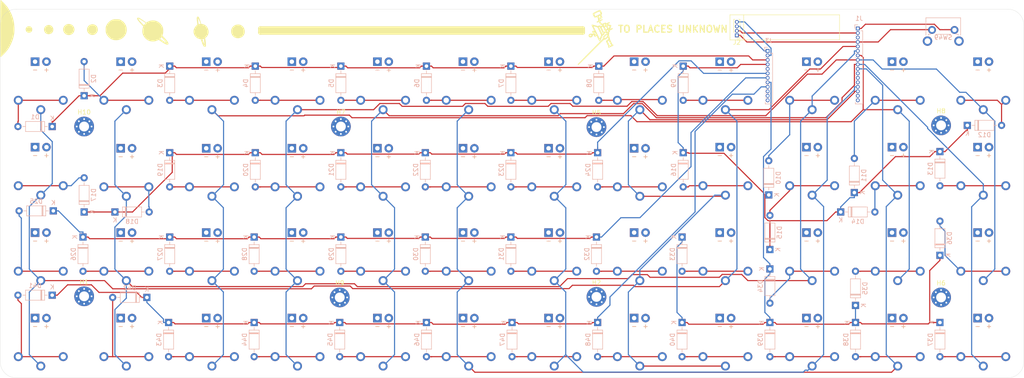
<source format=kicad_pcb>
(kicad_pcb (version 20171130) (host pcbnew "(5.1.4)-1")
  (layers (0 F.Cu signal) (31 B.Cu signal) (34 B.Paste user) (35 F.Paste user) (36 B.SilkS user) (37 F.SilkS user) (38 B.Mask user) (39 F.Mask user) (44 Edge.Cuts user))
  (net 0 "")
  (net 1 "Net-(D1-Pad2)")
  (net 2 Row1)
  (net 3 "Net-(D2-Pad2)")
  (net 4 "Net-(D3-Pad2)")
  (net 5 "Net-(D4-Pad2)")
  (net 6 "Net-(D5-Pad2)")
  (net 7 "Net-(D6-Pad2)")
  (net 8 "Net-(D7-Pad2)")
  (net 9 "Net-(D8-Pad2)")
  (net 10 Row2)
  (net 11 "Net-(D9-Pad2)")
  (net 12 "Net-(D10-Pad2)")
  (net 13 "Net-(D11-Pad2)")
  (net 14 "Net-(D12-Pad2)")
  (net 15 "Net-(D13-Pad2)")
  (net 16 "Net-(D14-Pad2)")
  (net 17 "Net-(D15-Pad2)")
  (net 18 "Net-(D16-Pad2)")
  (net 19 "Net-(D17-Pad2)")
  (net 20 Row3)
  (net 21 "Net-(D18-Pad2)")
  (net 22 "Net-(D19-Pad2)")
  (net 23 "Net-(D20-Pad2)")
  (net 24 "Net-(D21-Pad2)")
  (net 25 "Net-(D22-Pad2)")
  (net 26 "Net-(D23-Pad2)")
  (net 27 "Net-(D24-Pad2)")
  (net 28 "Net-(D25-Pad2)")
  (net 29 Row4)
  (net 30 "Net-(D26-Pad2)")
  (net 31 "Net-(D27-Pad2)")
  (net 32 "Net-(D28-Pad2)")
  (net 33 "Net-(D29-Pad2)")
  (net 34 "Net-(D30-Pad2)")
  (net 35 "Net-(D31-Pad2)")
  (net 36 "Net-(D32-Pad2)")
  (net 37 Row5)
  (net 38 "Net-(D33-Pad2)")
  (net 39 "Net-(D34-Pad2)")
  (net 40 "Net-(D35-Pad2)")
  (net 41 "Net-(D36-Pad2)")
  (net 42 "Net-(D37-Pad2)")
  (net 43 "Net-(D38-Pad2)")
  (net 44 "Net-(D39-Pad2)")
  (net 45 "Net-(D40-Pad2)")
  (net 46 Row6)
  (net 47 "Net-(D41-Pad2)")
  (net 48 "Net-(D42-Pad2)")
  (net 49 "Net-(D43-Pad2)")
  (net 50 "Net-(D44-Pad2)")
  (net 51 "Net-(D45-Pad2)")
  (net 52 "Net-(D46-Pad2)")
  (net 53 "Net-(D47-Pad2)")
  (net 54 "Net-(D48-Pad2)")
  (net 55 Col1)
  (net 56 Col2)
  (net 57 Col3)
  (net 58 Col4)
  (net 59 Col5)
  (net 60 Col6)
  (net 61 Col7)
  (net 62 Col8)
  (net 63 "Net-(J1-Pad1)")
  (net 64 VCC)
  (net 65 "Net-(J1-Pad3)")
  (net 66 GND)
  (net 67 "Net-(J1-Pad11)")
  (net 68 "Net-(J1-Pad12)")
  (net 69 "Net-(J1-Pad13)")
  (net 70 "Net-(J1-Pad16)")
  (net 71 SDA)
  (net 72 SCL)
  (net 73 BATMON)
  (net 74 "Net-(J3-Pad10)")
  (net 75 "Net-(J3-Pad11)")
  (net 76 "Net-(J3-Pad12)")
  (module logos:3planets (layer F.Cu) (at 59.309 39.497 90)
    (fp_text reference "" hide)
    (fp_text value "" hide)
  )
  (module logos:voyager (layer F.Cu) (at 175.514 40.894)
    (fp_text reference "" hide)
    (fp_text value "" hide)
  )
  (module Diode_THT:D_DO-35_SOD27_P7.62mm_Horizontal (layer B.Cu) (at 54.61 60.452 180)
    (fp_text reference D1 (at 3.81 2.12) (layer B.SilkS) (effects (justify mirror)))
    (fp_text value 1N4148)
    (fp_text user K (at 0 1.8) (layer B.SilkS) (effects (justify mirror)))
    (pad 1 thru_hole rect (at 0 0 180) (size 1.6 1.6) (drill 0.8) (layers *.Cu *.Mask) (net 2 Row1))
    (pad 2 thru_hole oval (at 7.62 0 180) (size 1.6 1.6) (drill 0.8) (layers *.Cu *.Mask) (net 1 "Net-(D1-Pad2)"))
  )
  (module Diode_THT:D_DO-35_SOD27_P7.62mm_Horizontal (layer B.Cu) (at 61.722 53.594 90)
    (fp_text reference D2 (at 3.81 2.12 270) (layer B.SilkS) (effects (justify mirror)))
    (fp_text value 1N4148)
    (fp_text user K (at 0 1.8 270) (layer B.SilkS) (effects (justify mirror)))
    (pad 1 thru_hole rect (at 0 0 90) (size 1.6 1.6) (drill 0.8) (layers *.Cu *.Mask) (net 2 Row1))
    (pad 2 thru_hole oval (at 7.62 0 90) (size 1.6 1.6) (drill 0.8) (layers *.Cu *.Mask) (net 3 "Net-(D2-Pad2)"))
  )
  (module Diode_THT:D_DO-35_SOD27_P7.62mm_Horizontal (layer B.Cu) (at 80.772 46.99 270)
    (fp_text reference D3 (at 3.81 2.12 270) (layer B.SilkS) (effects (justify mirror)))
    (fp_text value 1N4148)
    (fp_text user K (at 0 1.8 270) (layer B.SilkS) (effects (justify mirror)))
    (pad 2 thru_hole oval (at 7.62 0 270) (size 1.6 1.6) (drill 0.8) (layers *.Cu *.Mask) (net 4 "Net-(D3-Pad2)"))
    (pad 1 thru_hole rect (at 0 0 270) (size 1.6 1.6) (drill 0.8) (layers *.Cu *.Mask) (net 2 Row1))
  )
  (module Diode_THT:D_DO-35_SOD27_P7.62mm_Horizontal (layer B.Cu) (at 99.822 46.99 270)
    (fp_text reference D4 (at 3.81 2.12 270) (layer B.SilkS) (effects (justify mirror)))
    (fp_text value 1N4148)
    (fp_text user K (at 0 1.8 270) (layer B.SilkS) (effects (justify mirror)))
    (pad 1 thru_hole rect (at 0 0 270) (size 1.6 1.6) (drill 0.8) (layers *.Cu *.Mask) (net 2 Row1))
    (pad 2 thru_hole oval (at 7.62 0 270) (size 1.6 1.6) (drill 0.8) (layers *.Cu *.Mask) (net 5 "Net-(D4-Pad2)"))
  )
  (module Diode_THT:D_DO-35_SOD27_P7.62mm_Horizontal (layer B.Cu) (at 118.872 46.99 270)
    (fp_text reference D5 (at 3.81 2.12 270) (layer B.SilkS) (effects (justify mirror)))
    (fp_text value 1N4148)
    (fp_text user K (at 0 1.8 270) (layer B.SilkS) (effects (justify mirror)))
    (pad 2 thru_hole oval (at 7.62 0 270) (size 1.6 1.6) (drill 0.8) (layers *.Cu *.Mask) (net 6 "Net-(D5-Pad2)"))
    (pad 1 thru_hole rect (at 0 0 270) (size 1.6 1.6) (drill 0.8) (layers *.Cu *.Mask) (net 2 Row1))
  )
  (module Diode_THT:D_DO-35_SOD27_P7.62mm_Horizontal (layer B.Cu) (at 137.922 46.99 270)
    (fp_text reference D6 (at 3.81 2.12 270) (layer B.SilkS) (effects (justify mirror)))
    (fp_text value 1N4148)
    (fp_text user K (at 0 1.8 270) (layer B.SilkS) (effects (justify mirror)))
    (pad 2 thru_hole oval (at 7.62 0 270) (size 1.6 1.6) (drill 0.8) (layers *.Cu *.Mask) (net 7 "Net-(D6-Pad2)"))
    (pad 1 thru_hole rect (at 0 0 270) (size 1.6 1.6) (drill 0.8) (layers *.Cu *.Mask) (net 2 Row1))
  )
  (module Diode_THT:D_DO-35_SOD27_P7.62mm_Horizontal (layer B.Cu) (at 156.718 46.99 270)
    (fp_text reference D7 (at 3.81 2.12 270) (layer B.SilkS) (effects (justify mirror)))
    (fp_text value 1N4148)
    (fp_text user K (at 0 1.8 270) (layer B.SilkS) (effects (justify mirror)))
    (pad 1 thru_hole rect (at 0 0 270) (size 1.6 1.6) (drill 0.8) (layers *.Cu *.Mask) (net 2 Row1))
    (pad 2 thru_hole oval (at 7.62 0 270) (size 1.6 1.6) (drill 0.8) (layers *.Cu *.Mask) (net 8 "Net-(D7-Pad2)"))
  )
  (module Diode_THT:D_DO-35_SOD27_P7.62mm_Horizontal (layer B.Cu) (at 176.276 46.99 270)
    (fp_text reference D8 (at 3.81 2.12 270) (layer B.SilkS) (effects (justify mirror)))
    (fp_text value 1N4148)
    (fp_text user K (at 0 1.8 270) (layer B.SilkS) (effects (justify mirror)))
    (pad 2 thru_hole oval (at 7.62 0 270) (size 1.6 1.6) (drill 0.8) (layers *.Cu *.Mask) (net 9 "Net-(D8-Pad2)"))
    (pad 1 thru_hole rect (at 0 0 270) (size 1.6 1.6) (drill 0.8) (layers *.Cu *.Mask) (net 2 Row1))
  )
  (module Diode_THT:D_DO-35_SOD27_P7.62mm_Horizontal (layer B.Cu) (at 195.072 46.99 270)
    (fp_text reference D9 (at 3.81 2.12 270) (layer B.SilkS) (effects (justify mirror)))
    (fp_text value 1N4148)
    (fp_text user K (at 0 1.8 270) (layer B.SilkS) (effects (justify mirror)))
    (pad 1 thru_hole rect (at 0 0 270) (size 1.6 1.6) (drill 0.8) (layers *.Cu *.Mask) (net 10 Row2))
    (pad 2 thru_hole oval (at 7.62 0 270) (size 1.6 1.6) (drill 0.8) (layers *.Cu *.Mask) (net 11 "Net-(D9-Pad2)"))
  )
  (module Diode_THT:D_DO-35_SOD27_P7.62mm_Horizontal (layer B.Cu) (at 214.122 75.692 90)
    (fp_text reference D10 (at 3.81 2.12 270) (layer B.SilkS) (effects (justify mirror)))
    (fp_text value 1N4148)
    (fp_text user K (at 0 1.8 270) (layer B.SilkS) (effects (justify mirror)))
    (pad 2 thru_hole oval (at 7.62 0 90) (size 1.6 1.6) (drill 0.8) (layers *.Cu *.Mask) (net 12 "Net-(D10-Pad2)"))
    (pad 1 thru_hole rect (at 0 0 90) (size 1.6 1.6) (drill 0.8) (layers *.Cu *.Mask) (net 10 Row2))
  )
  (module Diode_THT:D_DO-35_SOD27_P7.62mm_Horizontal (layer B.Cu) (at 233.172 75.184 90)
    (fp_text reference D11 (at 3.81 2.12 270) (layer B.SilkS) (effects (justify mirror)))
    (fp_text value 1N4148)
    (fp_text user K (at 0 1.8 270) (layer B.SilkS) (effects (justify mirror)))
    (pad 1 thru_hole rect (at 0 0 90) (size 1.6 1.6) (drill 0.8) (layers *.Cu *.Mask) (net 10 Row2))
    (pad 2 thru_hole oval (at 7.62 0 90) (size 1.6 1.6) (drill 0.8) (layers *.Cu *.Mask) (net 13 "Net-(D11-Pad2)"))
  )
  (module Diode_THT:D_DO-35_SOD27_P7.62mm_Horizontal (layer B.Cu) (at 258.318 60.198)
    (fp_text reference D12 (at 3.81 2.12) (layer B.SilkS) (effects (justify mirror)))
    (fp_text value 1N4148)
    (fp_text user K (at 0 1.8) (layer B.SilkS) (effects (justify mirror)))
    (pad 2 thru_hole oval (at 7.62 0) (size 1.6 1.6) (drill 0.8) (layers *.Cu *.Mask) (net 14 "Net-(D12-Pad2)"))
    (pad 1 thru_hole rect (at 0 0) (size 1.6 1.6) (drill 0.8) (layers *.Cu *.Mask) (net 10 Row2))
  )
  (module Diode_THT:D_DO-35_SOD27_P7.62mm_Horizontal (layer B.Cu) (at 252.222 66.04 270)
    (fp_text reference D13 (at 3.81 2.12 270) (layer B.SilkS) (effects (justify mirror)))
    (fp_text value 1N4148)
    (fp_text user K (at 0 1.8 270) (layer B.SilkS) (effects (justify mirror)))
    (pad 1 thru_hole rect (at 0 0 270) (size 1.6 1.6) (drill 0.8) (layers *.Cu *.Mask) (net 10 Row2))
    (pad 2 thru_hole oval (at 7.62 0 270) (size 1.6 1.6) (drill 0.8) (layers *.Cu *.Mask) (net 15 "Net-(D13-Pad2)"))
  )
  (module Diode_THT:D_DO-35_SOD27_P7.62mm_Horizontal (layer B.Cu) (at 230.124 79.502)
    (fp_text reference D14 (at 3.81 2.12) (layer B.SilkS) (effects (justify mirror)))
    (fp_text value 1N4148)
    (fp_text user K (at 0 1.8) (layer B.SilkS) (effects (justify mirror)))
    (pad 1 thru_hole rect (at 0 0) (size 1.6 1.6) (drill 0.8) (layers *.Cu *.Mask) (net 10 Row2))
    (pad 2 thru_hole oval (at 7.62 0) (size 1.6 1.6) (drill 0.8) (layers *.Cu *.Mask) (net 16 "Net-(D14-Pad2)"))
  )
  (module Diode_THT:D_DO-35_SOD27_P7.62mm_Horizontal (layer B.Cu) (at 214.376 87.884 90)
    (fp_text reference D15 (at 3.81 2.12 270) (layer B.SilkS) (effects (justify mirror)))
    (fp_text value 1N4148)
    (fp_text user K (at 0 1.8 270) (layer B.SilkS) (effects (justify mirror)))
    (pad 2 thru_hole oval (at 7.62 0 90) (size 1.6 1.6) (drill 0.8) (layers *.Cu *.Mask) (net 17 "Net-(D15-Pad2)"))
    (pad 1 thru_hole rect (at 0 0 90) (size 1.6 1.6) (drill 0.8) (layers *.Cu *.Mask) (net 10 Row2))
  )
  (module Diode_THT:D_DO-35_SOD27_P7.62mm_Horizontal (layer B.Cu) (at 195.072 66.294 270)
    (fp_text reference D16 (at 3.81 2.12 270) (layer B.SilkS) (effects (justify mirror)))
    (fp_text value 1N4148)
    (fp_text user K (at 0 1.8 270) (layer B.SilkS) (effects (justify mirror)))
    (pad 1 thru_hole rect (at 0 0 270) (size 1.6 1.6) (drill 0.8) (layers *.Cu *.Mask) (net 10 Row2))
    (pad 2 thru_hole oval (at 7.62 0 270) (size 1.6 1.6) (drill 0.8) (layers *.Cu *.Mask) (net 18 "Net-(D16-Pad2)"))
  )
  (module Diode_THT:D_DO-35_SOD27_P7.62mm_Horizontal (layer B.Cu) (at 61.722 79.502 90)
    (fp_text reference D17 (at 3.81 2.12 270) (layer B.SilkS) (effects (justify mirror)))
    (fp_text value 1N4148)
    (fp_text user K (at 0 1.8 270) (layer B.SilkS) (effects (justify mirror)))
    (pad 2 thru_hole oval (at 7.62 0 90) (size 1.6 1.6) (drill 0.8) (layers *.Cu *.Mask) (net 19 "Net-(D17-Pad2)"))
    (pad 1 thru_hole rect (at 0 0 90) (size 1.6 1.6) (drill 0.8) (layers *.Cu *.Mask) (net 20 Row3))
  )
  (module Diode_THT:D_DO-35_SOD27_P7.62mm_Horizontal (layer B.Cu) (at 68.58 79.502)
    (fp_text reference D18 (at 3.81 2.12) (layer B.SilkS) (effects (justify mirror)))
    (fp_text value 1N4148)
    (fp_text user K (at 0 1.8) (layer B.SilkS) (effects (justify mirror)))
    (pad 1 thru_hole rect (at 0 0) (size 1.6 1.6) (drill 0.8) (layers *.Cu *.Mask) (net 20 Row3))
    (pad 2 thru_hole oval (at 7.62 0) (size 1.6 1.6) (drill 0.8) (layers *.Cu *.Mask) (net 21 "Net-(D18-Pad2)"))
  )
  (module Diode_THT:D_DO-35_SOD27_P7.62mm_Horizontal (layer B.Cu) (at 80.772 66.294 270)
    (fp_text reference D19 (at 3.81 2.12 270) (layer B.SilkS) (effects (justify mirror)))
    (fp_text value 1N4148)
    (fp_text user K (at 0 1.8 270) (layer B.SilkS) (effects (justify mirror)))
    (pad 2 thru_hole oval (at 7.62 0 270) (size 1.6 1.6) (drill 0.8) (layers *.Cu *.Mask) (net 22 "Net-(D19-Pad2)"))
    (pad 1 thru_hole rect (at 0 0 270) (size 1.6 1.6) (drill 0.8) (layers *.Cu *.Mask) (net 20 Row3))
  )
  (module Diode_THT:D_DO-35_SOD27_P7.62mm_Horizontal (layer B.Cu) (at 99.822 66.294 270)
    (fp_text reference D20 (at 3.81 2.12 270) (layer B.SilkS) (effects (justify mirror)))
    (fp_text value 1N4148)
    (fp_text user K (at 0 1.8 270) (layer B.SilkS) (effects (justify mirror)))
    (pad 2 thru_hole oval (at 7.62 0 270) (size 1.6 1.6) (drill 0.8) (layers *.Cu *.Mask) (net 23 "Net-(D20-Pad2)"))
    (pad 1 thru_hole rect (at 0 0 270) (size 1.6 1.6) (drill 0.8) (layers *.Cu *.Mask) (net 20 Row3))
  )
  (module Diode_THT:D_DO-35_SOD27_P7.62mm_Horizontal (layer B.Cu) (at 118.872 66.294 270)
    (fp_text reference D21 (at 3.81 2.12 270) (layer B.SilkS) (effects (justify mirror)))
    (fp_text value 1N4148)
    (fp_text user K (at 0 1.8 270) (layer B.SilkS) (effects (justify mirror)))
    (pad 1 thru_hole rect (at 0 0 270) (size 1.6 1.6) (drill 0.8) (layers *.Cu *.Mask) (net 20 Row3))
    (pad 2 thru_hole oval (at 7.62 0 270) (size 1.6 1.6) (drill 0.8) (layers *.Cu *.Mask) (net 24 "Net-(D21-Pad2)"))
  )
  (module Diode_THT:D_DO-35_SOD27_P7.62mm_Horizontal (layer B.Cu) (at 137.668 66.294 270)
    (fp_text reference D22 (at 3.81 2.12 270) (layer B.SilkS) (effects (justify mirror)))
    (fp_text value 1N4148)
    (fp_text user K (at 0 1.8 270) (layer B.SilkS) (effects (justify mirror)))
    (pad 2 thru_hole oval (at 7.62 0 270) (size 1.6 1.6) (drill 0.8) (layers *.Cu *.Mask) (net 25 "Net-(D22-Pad2)"))
    (pad 1 thru_hole rect (at 0 0 270) (size 1.6 1.6) (drill 0.8) (layers *.Cu *.Mask) (net 20 Row3))
  )
  (module Diode_THT:D_DO-35_SOD27_P7.62mm_Horizontal (layer B.Cu) (at 156.718 66.294 270)
    (fp_text reference D23 (at 3.81 2.12 270) (layer B.SilkS) (effects (justify mirror)))
    (fp_text value 1N4148)
    (fp_text user K (at 0 1.8 270) (layer B.SilkS) (effects (justify mirror)))
    (pad 2 thru_hole oval (at 7.62 0 270) (size 1.6 1.6) (drill 0.8) (layers *.Cu *.Mask) (net 26 "Net-(D23-Pad2)"))
    (pad 1 thru_hole rect (at 0 0 270) (size 1.6 1.6) (drill 0.8) (layers *.Cu *.Mask) (net 20 Row3))
  )
  (module Diode_THT:D_DO-35_SOD27_P7.62mm_Horizontal (layer B.Cu) (at 176.022 66.294 270)
    (fp_text reference D24 (at 3.81 2.12 270) (layer B.SilkS) (effects (justify mirror)))
    (fp_text value 1N4148)
    (fp_text user K (at 0 1.8 270) (layer B.SilkS) (effects (justify mirror)))
    (pad 2 thru_hole oval (at 7.62 0 270) (size 1.6 1.6) (drill 0.8) (layers *.Cu *.Mask) (net 27 "Net-(D24-Pad2)"))
    (pad 1 thru_hole rect (at 0 0 270) (size 1.6 1.6) (drill 0.8) (layers *.Cu *.Mask) (net 20 Row3))
  )
  (module Diode_THT:D_DO-35_SOD27_P7.62mm_Horizontal (layer B.Cu) (at 54.864 79.248 180)
    (fp_text reference D25 (at 3.81 2.12) (layer B.SilkS) (effects (justify mirror)))
    (fp_text value 1N4148)
    (fp_text user K (at 0 1.8) (layer B.SilkS) (effects (justify mirror)))
    (pad 2 thru_hole oval (at 7.62 0 180) (size 1.6 1.6) (drill 0.8) (layers *.Cu *.Mask) (net 28 "Net-(D25-Pad2)"))
    (pad 1 thru_hole rect (at 0 0 180) (size 1.6 1.6) (drill 0.8) (layers *.Cu *.Mask) (net 29 Row4))
  )
  (module Diode_THT:D_DO-35_SOD27_P7.62mm_Horizontal (layer B.Cu) (at 61.468 85.09 270)
    (fp_text reference D26 (at 3.81 2.12 270) (layer B.SilkS) (effects (justify mirror)))
    (fp_text value 1N4148)
    (fp_text user K (at 0 1.8 270) (layer B.SilkS) (effects (justify mirror)))
    (pad 1 thru_hole rect (at 0 0 270) (size 1.6 1.6) (drill 0.8) (layers *.Cu *.Mask) (net 29 Row4))
    (pad 2 thru_hole oval (at 7.62 0 270) (size 1.6 1.6) (drill 0.8) (layers *.Cu *.Mask) (net 30 "Net-(D26-Pad2)"))
  )
  (module Diode_THT:D_DO-35_SOD27_P7.62mm_Horizontal (layer B.Cu) (at 80.772 85.09 270)
    (fp_text reference D27 (at 3.81 2.12 270) (layer B.SilkS) (effects (justify mirror)))
    (fp_text value 1N4148)
    (fp_text user K (at 0 1.8 270) (layer B.SilkS) (effects (justify mirror)))
    (pad 2 thru_hole oval (at 7.62 0 270) (size 1.6 1.6) (drill 0.8) (layers *.Cu *.Mask) (net 31 "Net-(D27-Pad2)"))
    (pad 1 thru_hole rect (at 0 0 270) (size 1.6 1.6) (drill 0.8) (layers *.Cu *.Mask) (net 29 Row4))
  )
  (module Diode_THT:D_DO-35_SOD27_P7.62mm_Horizontal (layer B.Cu) (at 99.568 85.09 270)
    (fp_text reference D28 (at 3.81 2.12 270) (layer B.SilkS) (effects (justify mirror)))
    (fp_text value 1N4148)
    (fp_text user K (at 0 1.8 270) (layer B.SilkS) (effects (justify mirror)))
    (pad 1 thru_hole rect (at 0 0 270) (size 1.6 1.6) (drill 0.8) (layers *.Cu *.Mask) (net 29 Row4))
    (pad 2 thru_hole oval (at 7.62 0 270) (size 1.6 1.6) (drill 0.8) (layers *.Cu *.Mask) (net 32 "Net-(D28-Pad2)"))
  )
  (module Diode_THT:D_DO-35_SOD27_P7.62mm_Horizontal (layer B.Cu) (at 118.872 85.09 270)
    (fp_text reference D29 (at 3.81 2.12 270) (layer B.SilkS) (effects (justify mirror)))
    (fp_text value 1N4148)
    (fp_text user K (at 0 1.8 270) (layer B.SilkS) (effects (justify mirror)))
    (pad 2 thru_hole oval (at 7.62 0 270) (size 1.6 1.6) (drill 0.8) (layers *.Cu *.Mask) (net 33 "Net-(D29-Pad2)"))
    (pad 1 thru_hole rect (at 0 0 270) (size 1.6 1.6) (drill 0.8) (layers *.Cu *.Mask) (net 29 Row4))
  )
  (module Diode_THT:D_DO-35_SOD27_P7.62mm_Horizontal (layer B.Cu) (at 137.668 85.09 270)
    (fp_text reference D30 (at 3.81 2.12 270) (layer B.SilkS) (effects (justify mirror)))
    (fp_text value 1N4148)
    (fp_text user K (at 0 1.8 270) (layer B.SilkS) (effects (justify mirror)))
    (pad 1 thru_hole rect (at 0 0 270) (size 1.6 1.6) (drill 0.8) (layers *.Cu *.Mask) (net 29 Row4))
    (pad 2 thru_hole oval (at 7.62 0 270) (size 1.6 1.6) (drill 0.8) (layers *.Cu *.Mask) (net 34 "Net-(D30-Pad2)"))
  )
  (module Diode_THT:D_DO-35_SOD27_P7.62mm_Horizontal (layer B.Cu) (at 156.718 85.09 270)
    (fp_text reference D31 (at 3.81 2.12 270) (layer B.SilkS) (effects (justify mirror)))
    (fp_text value 1N4148)
    (fp_text user K (at 0 1.8 270) (layer B.SilkS) (effects (justify mirror)))
    (pad 1 thru_hole rect (at 0 0 270) (size 1.6 1.6) (drill 0.8) (layers *.Cu *.Mask) (net 29 Row4))
    (pad 2 thru_hole oval (at 7.62 0 270) (size 1.6 1.6) (drill 0.8) (layers *.Cu *.Mask) (net 35 "Net-(D31-Pad2)"))
  )
  (module Diode_THT:D_DO-35_SOD27_P7.62mm_Horizontal (layer B.Cu) (at 175.768 85.09 270)
    (fp_text reference D32 (at 3.81 2.12 270) (layer B.SilkS) (effects (justify mirror)))
    (fp_text value 1N4148)
    (fp_text user K (at 0 1.8 270) (layer B.SilkS) (effects (justify mirror)))
    (pad 1 thru_hole rect (at 0 0 270) (size 1.6 1.6) (drill 0.8) (layers *.Cu *.Mask) (net 29 Row4))
    (pad 2 thru_hole oval (at 7.62 0 270) (size 1.6 1.6) (drill 0.8) (layers *.Cu *.Mask) (net 36 "Net-(D32-Pad2)"))
  )
  (module Diode_THT:D_DO-35_SOD27_P7.62mm_Horizontal (layer B.Cu) (at 194.818 85.09 270)
    (fp_text reference D33 (at 3.81 2.12 270) (layer B.SilkS) (effects (justify mirror)))
    (fp_text value 1N4148)
    (fp_text user K (at 0 1.8 270) (layer B.SilkS) (effects (justify mirror)))
    (pad 1 thru_hole rect (at 0 0 270) (size 1.6 1.6) (drill 0.8) (layers *.Cu *.Mask) (net 37 Row5))
    (pad 2 thru_hole oval (at 7.62 0 270) (size 1.6 1.6) (drill 0.8) (layers *.Cu *.Mask) (net 38 "Net-(D33-Pad2)"))
  )
  (module Diode_THT:D_DO-35_SOD27_P7.62mm_Horizontal (layer B.Cu) (at 214.376 92.202 270)
    (fp_text reference D34 (at 3.81 2.12 270) (layer B.SilkS) (effects (justify mirror)))
    (fp_text value 1N4148)
    (fp_text user K (at 0 1.8 270) (layer B.SilkS) (effects (justify mirror)))
    (pad 2 thru_hole oval (at 7.62 0 270) (size 1.6 1.6) (drill 0.8) (layers *.Cu *.Mask) (net 39 "Net-(D34-Pad2)"))
    (pad 1 thru_hole rect (at 0 0 270) (size 1.6 1.6) (drill 0.8) (layers *.Cu *.Mask) (net 37 Row5))
  )
  (module Diode_THT:D_DO-35_SOD27_P7.62mm_Horizontal (layer B.Cu) (at 233.426 100.33 90)
    (fp_text reference D35 (at 3.81 2.12 270) (layer B.SilkS) (effects (justify mirror)))
    (fp_text value 1N4148)
    (fp_text user K (at 0 1.8 270) (layer B.SilkS) (effects (justify mirror)))
    (pad 1 thru_hole rect (at 0 0 90) (size 1.6 1.6) (drill 0.8) (layers *.Cu *.Mask) (net 37 Row5))
    (pad 2 thru_hole oval (at 7.62 0 90) (size 1.6 1.6) (drill 0.8) (layers *.Cu *.Mask) (net 40 "Net-(D35-Pad2)"))
  )
  (module Diode_THT:D_DO-35_SOD27_P7.62mm_Horizontal (layer B.Cu) (at 252.222 89.154 90)
    (fp_text reference D36 (at 3.81 2.12 270) (layer B.SilkS) (effects (justify mirror)))
    (fp_text value 1N4148)
    (fp_text user K (at 0 1.8 270) (layer B.SilkS) (effects (justify mirror)))
    (pad 2 thru_hole oval (at 7.62 0 90) (size 1.6 1.6) (drill 0.8) (layers *.Cu *.Mask) (net 41 "Net-(D36-Pad2)"))
    (pad 1 thru_hole rect (at 0 0 90) (size 1.6 1.6) (drill 0.8) (layers *.Cu *.Mask) (net 37 Row5))
  )
  (module Diode_THT:D_DO-35_SOD27_P7.62mm_Horizontal (layer B.Cu) (at 252.222 104.14 270)
    (fp_text reference D37 (at 3.81 2.12 270) (layer B.SilkS) (effects (justify mirror)))
    (fp_text value 1N4148)
    (fp_text user K (at 0 1.8 270) (layer B.SilkS) (effects (justify mirror)))
    (pad 1 thru_hole rect (at 0 0 270) (size 1.6 1.6) (drill 0.8) (layers *.Cu *.Mask) (net 37 Row5))
    (pad 2 thru_hole oval (at 7.62 0 270) (size 1.6 1.6) (drill 0.8) (layers *.Cu *.Mask) (net 42 "Net-(D37-Pad2)"))
  )
  (module Diode_THT:D_DO-35_SOD27_P7.62mm_Horizontal (layer B.Cu) (at 233.426 104.14 270)
    (fp_text reference D38 (at 3.81 2.12 270) (layer B.SilkS) (effects (justify mirror)))
    (fp_text value 1N4148)
    (fp_text user K (at 0 1.8 270) (layer B.SilkS) (effects (justify mirror)))
    (pad 2 thru_hole oval (at 7.62 0 270) (size 1.6 1.6) (drill 0.8) (layers *.Cu *.Mask) (net 43 "Net-(D38-Pad2)"))
    (pad 1 thru_hole rect (at 0 0 270) (size 1.6 1.6) (drill 0.8) (layers *.Cu *.Mask) (net 37 Row5))
  )
  (module Diode_THT:D_DO-35_SOD27_P7.62mm_Horizontal (layer B.Cu) (at 214.376 104.14 270)
    (fp_text reference D39 (at 3.81 2.12 270) (layer B.SilkS) (effects (justify mirror)))
    (fp_text value 1N4148)
    (fp_text user K (at 0 1.8 270) (layer B.SilkS) (effects (justify mirror)))
    (pad 1 thru_hole rect (at 0 0 270) (size 1.6 1.6) (drill 0.8) (layers *.Cu *.Mask) (net 37 Row5))
    (pad 2 thru_hole oval (at 7.62 0 270) (size 1.6 1.6) (drill 0.8) (layers *.Cu *.Mask) (net 44 "Net-(D39-Pad2)"))
  )
  (module Diode_THT:D_DO-35_SOD27_P7.62mm_Horizontal (layer B.Cu) (at 194.818 104.14 270)
    (fp_text reference D40 (at 3.81 2.12 270) (layer B.SilkS) (effects (justify mirror)))
    (fp_text value 1N4148)
    (fp_text user K (at 0 1.8 270) (layer B.SilkS) (effects (justify mirror)))
    (pad 2 thru_hole oval (at 7.62 0 270) (size 1.6 1.6) (drill 0.8) (layers *.Cu *.Mask) (net 45 "Net-(D40-Pad2)"))
    (pad 1 thru_hole rect (at 0 0 270) (size 1.6 1.6) (drill 0.8) (layers *.Cu *.Mask) (net 37 Row5))
  )
  (module Diode_THT:D_DO-35_SOD27_P7.62mm_Horizontal (layer B.Cu) (at 54.61 98.044 180)
    (fp_text reference D41 (at 3.81 2.12) (layer B.SilkS) (effects (justify mirror)))
    (fp_text value 1N4148)
    (fp_text user K (at 0 1.8) (layer B.SilkS) (effects (justify mirror)))
    (pad 1 thru_hole rect (at 0 0 180) (size 1.6 1.6) (drill 0.8) (layers *.Cu *.Mask) (net 46 Row6))
    (pad 2 thru_hole oval (at 7.62 0 180) (size 1.6 1.6) (drill 0.8) (layers *.Cu *.Mask) (net 47 "Net-(D41-Pad2)"))
  )
  (module Diode_THT:D_DO-35_SOD27_P7.62mm_Horizontal (layer B.Cu) (at 75.692 98.552 180)
    (fp_text reference D42 (at 3.81 2.12) (layer B.SilkS) (effects (justify mirror)))
    (fp_text value 1N4148)
    (fp_text user K (at 0 1.8) (layer B.SilkS) (effects (justify mirror)))
    (pad 2 thru_hole oval (at 7.62 0 180) (size 1.6 1.6) (drill 0.8) (layers *.Cu *.Mask) (net 48 "Net-(D42-Pad2)"))
    (pad 1 thru_hole rect (at 0 0 180) (size 1.6 1.6) (drill 0.8) (layers *.Cu *.Mask) (net 46 Row6))
  )
  (module Diode_THT:D_DO-35_SOD27_P7.62mm_Horizontal (layer B.Cu) (at 80.518 104.14 270)
    (fp_text reference D43 (at 3.81 2.12 270) (layer B.SilkS) (effects (justify mirror)))
    (fp_text value 1N4148)
    (fp_text user K (at 0 1.8 270) (layer B.SilkS) (effects (justify mirror)))
    (pad 1 thru_hole rect (at 0 0 270) (size 1.6 1.6) (drill 0.8) (layers *.Cu *.Mask) (net 46 Row6))
    (pad 2 thru_hole oval (at 7.62 0 270) (size 1.6 1.6) (drill 0.8) (layers *.Cu *.Mask) (net 49 "Net-(D43-Pad2)"))
  )
  (module Diode_THT:D_DO-35_SOD27_P7.62mm_Horizontal (layer B.Cu) (at 99.568 104.14 270)
    (fp_text reference D44 (at 3.81 2.12 270) (layer B.SilkS) (effects (justify mirror)))
    (fp_text value 1N4148)
    (fp_text user K (at 0 1.8 270) (layer B.SilkS) (effects (justify mirror)))
    (pad 2 thru_hole oval (at 7.62 0 270) (size 1.6 1.6) (drill 0.8) (layers *.Cu *.Mask) (net 50 "Net-(D44-Pad2)"))
    (pad 1 thru_hole rect (at 0 0 270) (size 1.6 1.6) (drill 0.8) (layers *.Cu *.Mask) (net 46 Row6))
  )
  (module Diode_THT:D_DO-35_SOD27_P7.62mm_Horizontal (layer B.Cu) (at 118.618 104.14 270)
    (fp_text reference D45 (at 3.81 2.12 90) (layer B.SilkS) (effects (justify mirror)))
    (fp_text value 1N4148)
    (fp_text user K (at 0 1.8 90) (layer B.SilkS) (effects (justify mirror)))
    (pad 1 thru_hole rect (at 0 0 270) (size 1.6 1.6) (drill 0.8) (layers *.Cu *.Mask) (net 46 Row6))
    (pad 2 thru_hole oval (at 7.62 0 270) (size 1.6 1.6) (drill 0.8) (layers *.Cu *.Mask) (net 51 "Net-(D45-Pad2)"))
  )
  (module Diode_THT:D_DO-35_SOD27_P7.62mm_Horizontal (layer B.Cu) (at 137.922 104.14 270)
    (fp_text reference D46 (at 3.81 2.12 270) (layer B.SilkS) (effects (justify mirror)))
    (fp_text value 1N4148)
    (fp_text user K (at 0 1.8 270) (layer B.SilkS) (effects (justify mirror)))
    (pad 1 thru_hole rect (at 0 0 270) (size 1.6 1.6) (drill 0.8) (layers *.Cu *.Mask) (net 46 Row6))
    (pad 2 thru_hole oval (at 7.62 0 270) (size 1.6 1.6) (drill 0.8) (layers *.Cu *.Mask) (net 52 "Net-(D46-Pad2)"))
  )
  (module Diode_THT:D_DO-35_SOD27_P7.62mm_Horizontal (layer B.Cu) (at 156.972 104.14 270)
    (fp_text reference D47 (at 3.81 2.12 270) (layer B.SilkS) (effects (justify mirror)))
    (fp_text value 1N4148)
    (fp_text user K (at 0 1.8 270) (layer B.SilkS) (effects (justify mirror)))
    (pad 2 thru_hole oval (at 7.62 0 270) (size 1.6 1.6) (drill 0.8) (layers *.Cu *.Mask) (net 53 "Net-(D47-Pad2)"))
    (pad 1 thru_hole rect (at 0 0 270) (size 1.6 1.6) (drill 0.8) (layers *.Cu *.Mask) (net 46 Row6))
  )
  (module Diode_THT:D_DO-35_SOD27_P7.62mm_Horizontal (layer B.Cu) (at 176.022 104.14 270)
    (fp_text reference D48 (at 3.81 2.12 270) (layer B.SilkS) (effects (justify mirror)))
    (fp_text value 1N4148)
    (fp_text user K (at 0 1.8 270) (layer B.SilkS) (effects (justify mirror)))
    (pad 1 thru_hole rect (at 0 0 270) (size 1.6 1.6) (drill 0.8) (layers *.Cu *.Mask) (net 46 Row6))
    (pad 2 thru_hole oval (at 7.62 0 270) (size 1.6 1.6) (drill 0.8) (layers *.Cu *.Mask) (net 54 "Net-(D48-Pad2)"))
  )
  (module keyboardparts:Kailh-PG1350-1u-reversible (layer F.Cu) (at 52.07 50.8)
    (fp_text reference SW1)
    (fp_text value SW_Push_KLP hide)
    (fp_text user + (at 1.27 -3 180) (layer F.SilkS))
    (fp_text user - (at -1.26 -3 180) (layer F.SilkS))
    (fp_text user + (at 1.27 -3 180) (layer B.SilkS) (effects (justify mirror)))
    (fp_text user - (at -1.26 -3 180) (layer B.SilkS) (effects (justify mirror)))
    (pad "" np_thru_hole circle (at 5.5 0 180) (size 1.7 1.7) (drill 1.7) (layers *.Cu *.Mask))
    (pad "" np_thru_hole circle (at -5.5 0 180) (size 1.7 1.7) (drill 1.7) (layers *.Cu *.Mask))
    (pad 2 thru_hole circle (at -5 3.8 41.9) (size 2 2) (drill 1.2) (layers *.Cu B.Mask) (net 1 "Net-(D1-Pad2)"))
    (pad 1 thru_hole circle (at 0 5.9 180) (size 2 2) (drill 1.2) (layers *.Cu *.Mask) (net 55 Col1))
    (pad 3 thru_hole circle (at 1.27 -4.8 180) (size 1.905 1.905) (drill 0.9906) (layers *.Cu *.Mask))
    (pad 4 thru_hole rect (at -1.27 -4.8 180) (size 1.905 1.905) (drill 0.9906) (layers *.Cu *.Mask))
    (pad "" np_thru_hole circle (at 0 0 180) (size 3.4 3.4) (drill 3.4) (layers *.Cu *.Mask))
    (pad 2 thru_hole circle (at 5 3.8 41.9) (size 2 2) (drill 1.2) (layers *.Cu F.Mask) (net 1 "Net-(D1-Pad2)"))
  )
  (module keyboardparts:Kailh-PG1350-1u-reversible (layer F.Cu) (at 71.12 50.8)
    (fp_text reference SW2)
    (fp_text value SW_Push_KLP hide)
    (fp_text user - (at -1.26 -3 180) (layer B.SilkS) (effects (justify mirror)))
    (fp_text user + (at 1.27 -3 180) (layer B.SilkS) (effects (justify mirror)))
    (fp_text user - (at -1.26 -3 180) (layer F.SilkS))
    (fp_text user + (at 1.27 -3 180) (layer F.SilkS))
    (pad 2 thru_hole circle (at 5 3.8 41.9) (size 2 2) (drill 1.2) (layers *.Cu F.Mask) (net 3 "Net-(D2-Pad2)"))
    (pad "" np_thru_hole circle (at 0 0 180) (size 3.4 3.4) (drill 3.4) (layers *.Cu *.Mask))
    (pad 4 thru_hole rect (at -1.27 -4.8 180) (size 1.905 1.905) (drill 0.9906) (layers *.Cu *.Mask))
    (pad 3 thru_hole circle (at 1.27 -4.8 180) (size 1.905 1.905) (drill 0.9906) (layers *.Cu *.Mask))
    (pad 1 thru_hole circle (at 0 5.9 180) (size 2 2) (drill 1.2) (layers *.Cu *.Mask) (net 56 Col2))
    (pad 2 thru_hole circle (at -5 3.8 41.9) (size 2 2) (drill 1.2) (layers *.Cu B.Mask) (net 3 "Net-(D2-Pad2)"))
    (pad "" np_thru_hole circle (at -5.5 0 180) (size 1.7 1.7) (drill 1.7) (layers *.Cu *.Mask))
    (pad "" np_thru_hole circle (at 5.5 0 180) (size 1.7 1.7) (drill 1.7) (layers *.Cu *.Mask))
  )
  (module keyboardparts:Kailh-PG1350-1u-reversible (layer F.Cu) (at 90.17 50.8)
    (fp_text reference SW3)
    (fp_text value SW_Push_KLP hide)
    (fp_text user - (at -1.26 -3 180) (layer B.SilkS) (effects (justify mirror)))
    (fp_text user + (at 1.27 -3 180) (layer B.SilkS) (effects (justify mirror)))
    (fp_text user - (at -1.26 -3 180) (layer F.SilkS))
    (fp_text user + (at 1.27 -3 180) (layer F.SilkS))
    (pad 2 thru_hole circle (at 5 3.8 41.9) (size 2 2) (drill 1.2) (layers *.Cu F.Mask) (net 4 "Net-(D3-Pad2)"))
    (pad "" np_thru_hole circle (at 0 0 180) (size 3.4 3.4) (drill 3.4) (layers *.Cu *.Mask))
    (pad 4 thru_hole rect (at -1.27 -4.8 180) (size 1.905 1.905) (drill 0.9906) (layers *.Cu *.Mask))
    (pad 3 thru_hole circle (at 1.27 -4.8 180) (size 1.905 1.905) (drill 0.9906) (layers *.Cu *.Mask))
    (pad 1 thru_hole circle (at 0 5.9 180) (size 2 2) (drill 1.2) (layers *.Cu *.Mask) (net 57 Col3))
    (pad 2 thru_hole circle (at -5 3.8 41.9) (size 2 2) (drill 1.2) (layers *.Cu B.Mask) (net 4 "Net-(D3-Pad2)"))
    (pad "" np_thru_hole circle (at -5.5 0 180) (size 1.7 1.7) (drill 1.7) (layers *.Cu *.Mask))
    (pad "" np_thru_hole circle (at 5.5 0 180) (size 1.7 1.7) (drill 1.7) (layers *.Cu *.Mask))
  )
  (module keyboardparts:Kailh-PG1350-1u-reversible (layer F.Cu) (at 109.22 50.8)
    (fp_text reference SW4)
    (fp_text value SW_Push_KLP hide)
    (fp_text user + (at 1.27 -3 180) (layer F.SilkS))
    (fp_text user - (at -1.26 -3 180) (layer F.SilkS))
    (fp_text user + (at 1.27 -3 180) (layer B.SilkS) (effects (justify mirror)))
    (fp_text user - (at -1.26 -3 180) (layer B.SilkS) (effects (justify mirror)))
    (pad "" np_thru_hole circle (at 5.5 0 180) (size 1.7 1.7) (drill 1.7) (layers *.Cu *.Mask))
    (pad "" np_thru_hole circle (at -5.5 0 180) (size 1.7 1.7) (drill 1.7) (layers *.Cu *.Mask))
    (pad 2 thru_hole circle (at -5 3.8 41.9) (size 2 2) (drill 1.2) (layers *.Cu B.Mask) (net 5 "Net-(D4-Pad2)"))
    (pad 1 thru_hole circle (at 0 5.9 180) (size 2 2) (drill 1.2) (layers *.Cu *.Mask) (net 58 Col4))
    (pad 3 thru_hole circle (at 1.27 -4.8 180) (size 1.905 1.905) (drill 0.9906) (layers *.Cu *.Mask))
    (pad 4 thru_hole rect (at -1.27 -4.8 180) (size 1.905 1.905) (drill 0.9906) (layers *.Cu *.Mask))
    (pad "" np_thru_hole circle (at 0 0 180) (size 3.4 3.4) (drill 3.4) (layers *.Cu *.Mask))
    (pad 2 thru_hole circle (at 5 3.8 41.9) (size 2 2) (drill 1.2) (layers *.Cu F.Mask) (net 5 "Net-(D4-Pad2)"))
  )
  (module keyboardparts:Kailh-PG1350-1u-reversible (layer F.Cu) (at 128.27 50.8)
    (fp_text reference SW5)
    (fp_text value SW_Push_KLP hide)
    (fp_text user - (at -1.26 -3 180) (layer B.SilkS) (effects (justify mirror)))
    (fp_text user + (at 1.27 -3 180) (layer B.SilkS) (effects (justify mirror)))
    (fp_text user - (at -1.26 -3 180) (layer F.SilkS))
    (fp_text user + (at 1.27 -3 180) (layer F.SilkS))
    (pad 2 thru_hole circle (at 5 3.8 41.9) (size 2 2) (drill 1.2) (layers *.Cu F.Mask) (net 6 "Net-(D5-Pad2)"))
    (pad "" np_thru_hole circle (at 0 0 180) (size 3.4 3.4) (drill 3.4) (layers *.Cu *.Mask))
    (pad 4 thru_hole rect (at -1.27 -4.8 180) (size 1.905 1.905) (drill 0.9906) (layers *.Cu *.Mask))
    (pad 3 thru_hole circle (at 1.27 -4.8 180) (size 1.905 1.905) (drill 0.9906) (layers *.Cu *.Mask))
    (pad 1 thru_hole circle (at 0 5.9 180) (size 2 2) (drill 1.2) (layers *.Cu *.Mask) (net 59 Col5))
    (pad 2 thru_hole circle (at -5 3.8 41.9) (size 2 2) (drill 1.2) (layers *.Cu B.Mask) (net 6 "Net-(D5-Pad2)"))
    (pad "" np_thru_hole circle (at -5.5 0 180) (size 1.7 1.7) (drill 1.7) (layers *.Cu *.Mask))
    (pad "" np_thru_hole circle (at 5.5 0 180) (size 1.7 1.7) (drill 1.7) (layers *.Cu *.Mask))
  )
  (module keyboardparts:Kailh-PG1350-1u-reversible (layer F.Cu) (at 147.32 50.8)
    (fp_text reference SW6)
    (fp_text value SW_Push_KLP hide)
    (fp_text user + (at 1.27 -3 180) (layer F.SilkS))
    (fp_text user - (at -1.26 -3 180) (layer F.SilkS))
    (fp_text user + (at 1.27 -3 180) (layer B.SilkS) (effects (justify mirror)))
    (fp_text user - (at -1.26 -3 180) (layer B.SilkS) (effects (justify mirror)))
    (pad "" np_thru_hole circle (at 5.5 0 180) (size 1.7 1.7) (drill 1.7) (layers *.Cu *.Mask))
    (pad "" np_thru_hole circle (at -5.5 0 180) (size 1.7 1.7) (drill 1.7) (layers *.Cu *.Mask))
    (pad 2 thru_hole circle (at -5 3.8 41.9) (size 2 2) (drill 1.2) (layers *.Cu B.Mask) (net 7 "Net-(D6-Pad2)"))
    (pad 1 thru_hole circle (at 0 5.9 180) (size 2 2) (drill 1.2) (layers *.Cu *.Mask) (net 60 Col6))
    (pad 3 thru_hole circle (at 1.27 -4.8 180) (size 1.905 1.905) (drill 0.9906) (layers *.Cu *.Mask))
    (pad 4 thru_hole rect (at -1.27 -4.8 180) (size 1.905 1.905) (drill 0.9906) (layers *.Cu *.Mask))
    (pad "" np_thru_hole circle (at 0 0 180) (size 3.4 3.4) (drill 3.4) (layers *.Cu *.Mask))
    (pad 2 thru_hole circle (at 5 3.8 41.9) (size 2 2) (drill 1.2) (layers *.Cu F.Mask) (net 7 "Net-(D6-Pad2)"))
  )
  (module keyboardparts:Kailh-PG1350-1u-reversible (layer F.Cu) (at 166.37 50.8)
    (fp_text reference SW7)
    (fp_text value SW_Push_KLP hide)
    (fp_text user - (at -1.26 -3 180) (layer B.SilkS) (effects (justify mirror)))
    (fp_text user + (at 1.27 -3 180) (layer B.SilkS) (effects (justify mirror)))
    (fp_text user - (at -1.26 -3 180) (layer F.SilkS))
    (fp_text user + (at 1.27 -3 180) (layer F.SilkS))
    (pad 2 thru_hole circle (at 5 3.8 41.9) (size 2 2) (drill 1.2) (layers *.Cu F.Mask) (net 8 "Net-(D7-Pad2)"))
    (pad "" np_thru_hole circle (at 0 0 180) (size 3.4 3.4) (drill 3.4) (layers *.Cu *.Mask))
    (pad 4 thru_hole rect (at -1.27 -4.8 180) (size 1.905 1.905) (drill 0.9906) (layers *.Cu *.Mask))
    (pad 3 thru_hole circle (at 1.27 -4.8 180) (size 1.905 1.905) (drill 0.9906) (layers *.Cu *.Mask))
    (pad 1 thru_hole circle (at 0 5.9 180) (size 2 2) (drill 1.2) (layers *.Cu *.Mask) (net 61 Col7))
    (pad 2 thru_hole circle (at -5 3.8 41.9) (size 2 2) (drill 1.2) (layers *.Cu B.Mask) (net 8 "Net-(D7-Pad2)"))
    (pad "" np_thru_hole circle (at -5.5 0 180) (size 1.7 1.7) (drill 1.7) (layers *.Cu *.Mask))
    (pad "" np_thru_hole circle (at 5.5 0 180) (size 1.7 1.7) (drill 1.7) (layers *.Cu *.Mask))
  )
  (module keyboardparts:Kailh-PG1350-1u-reversible (layer F.Cu) (at 185.42 50.8)
    (fp_text reference SW8)
    (fp_text value SW_Push_KLP hide)
    (fp_text user + (at 1.27 -3 180) (layer F.SilkS))
    (fp_text user - (at -1.26 -3 180) (layer F.SilkS))
    (fp_text user + (at 1.27 -3 180) (layer B.SilkS) (effects (justify mirror)))
    (fp_text user - (at -1.26 -3 180) (layer B.SilkS) (effects (justify mirror)))
    (pad "" np_thru_hole circle (at 5.5 0 180) (size 1.7 1.7) (drill 1.7) (layers *.Cu *.Mask))
    (pad "" np_thru_hole circle (at -5.5 0 180) (size 1.7 1.7) (drill 1.7) (layers *.Cu *.Mask))
    (pad 2 thru_hole circle (at -5 3.8 41.9) (size 2 2) (drill 1.2) (layers *.Cu B.Mask) (net 9 "Net-(D8-Pad2)"))
    (pad 1 thru_hole circle (at 0 5.9 180) (size 2 2) (drill 1.2) (layers *.Cu *.Mask) (net 62 Col8))
    (pad 3 thru_hole circle (at 1.27 -4.8 180) (size 1.905 1.905) (drill 0.9906) (layers *.Cu *.Mask))
    (pad 4 thru_hole rect (at -1.27 -4.8 180) (size 1.905 1.905) (drill 0.9906) (layers *.Cu *.Mask))
    (pad "" np_thru_hole circle (at 0 0 180) (size 3.4 3.4) (drill 3.4) (layers *.Cu *.Mask))
    (pad 2 thru_hole circle (at 5 3.8 41.9) (size 2 2) (drill 1.2) (layers *.Cu F.Mask) (net 9 "Net-(D8-Pad2)"))
  )
  (module keyboardparts:Kailh-PG1350-1u-reversible (layer F.Cu) (at 204.47 50.8)
    (fp_text reference SW9)
    (fp_text value SW_Push_KLP hide)
    (fp_text user - (at -1.26 -3 180) (layer B.SilkS) (effects (justify mirror)))
    (fp_text user + (at 1.27 -3 180) (layer B.SilkS) (effects (justify mirror)))
    (fp_text user - (at -1.26 -3 180) (layer F.SilkS))
    (fp_text user + (at 1.27 -3 180) (layer F.SilkS))
    (pad 2 thru_hole circle (at 5 3.8 41.9) (size 2 2) (drill 1.2) (layers *.Cu F.Mask) (net 11 "Net-(D9-Pad2)"))
    (pad "" np_thru_hole circle (at 0 0 180) (size 3.4 3.4) (drill 3.4) (layers *.Cu *.Mask))
    (pad 4 thru_hole rect (at -1.27 -4.8 180) (size 1.905 1.905) (drill 0.9906) (layers *.Cu *.Mask))
    (pad 3 thru_hole circle (at 1.27 -4.8 180) (size 1.905 1.905) (drill 0.9906) (layers *.Cu *.Mask))
    (pad 1 thru_hole circle (at 0 5.9 180) (size 2 2) (drill 1.2) (layers *.Cu *.Mask) (net 55 Col1))
    (pad 2 thru_hole circle (at -5 3.8 41.9) (size 2 2) (drill 1.2) (layers *.Cu B.Mask) (net 11 "Net-(D9-Pad2)"))
    (pad "" np_thru_hole circle (at -5.5 0 180) (size 1.7 1.7) (drill 1.7) (layers *.Cu *.Mask))
    (pad "" np_thru_hole circle (at 5.5 0 180) (size 1.7 1.7) (drill 1.7) (layers *.Cu *.Mask))
  )
  (module keyboardparts:Kailh-PG1350-1u-reversible (layer F.Cu) (at 223.774 50.8)
    (fp_text reference SW10)
    (fp_text value SW_Push_KLP hide)
    (fp_text user + (at 1.27 -3 180) (layer F.SilkS))
    (fp_text user - (at -1.26 -3 180) (layer F.SilkS))
    (fp_text user + (at 1.27 -3 180) (layer B.SilkS) (effects (justify mirror)))
    (fp_text user - (at -1.26 -3 180) (layer B.SilkS) (effects (justify mirror)))
    (pad "" np_thru_hole circle (at 5.5 0 180) (size 1.7 1.7) (drill 1.7) (layers *.Cu *.Mask))
    (pad "" np_thru_hole circle (at -5.5 0 180) (size 1.7 1.7) (drill 1.7) (layers *.Cu *.Mask))
    (pad 2 thru_hole circle (at -5 3.8 41.9) (size 2 2) (drill 1.2) (layers *.Cu B.Mask) (net 12 "Net-(D10-Pad2)"))
    (pad 1 thru_hole circle (at 0 5.9 180) (size 2 2) (drill 1.2) (layers *.Cu *.Mask) (net 56 Col2))
    (pad 3 thru_hole circle (at 1.27 -4.8 180) (size 1.905 1.905) (drill 0.9906) (layers *.Cu *.Mask))
    (pad 4 thru_hole rect (at -1.27 -4.8 180) (size 1.905 1.905) (drill 0.9906) (layers *.Cu *.Mask))
    (pad "" np_thru_hole circle (at 0 0 180) (size 3.4 3.4) (drill 3.4) (layers *.Cu *.Mask))
    (pad 2 thru_hole circle (at 5 3.8 41.9) (size 2 2) (drill 1.2) (layers *.Cu F.Mask) (net 12 "Net-(D10-Pad2)"))
  )
  (module keyboardparts:Kailh-PG1350-1u-reversible (layer F.Cu) (at 242.824 50.8)
    (fp_text reference SW11)
    (fp_text value SW_Push_KLP hide)
    (fp_text user - (at -1.26 -3 180) (layer B.SilkS) (effects (justify mirror)))
    (fp_text user + (at 1.27 -3 180) (layer B.SilkS) (effects (justify mirror)))
    (fp_text user - (at -1.26 -3 180) (layer F.SilkS))
    (fp_text user + (at 1.27 -3 180) (layer F.SilkS))
    (pad 2 thru_hole circle (at 5 3.8 41.9) (size 2 2) (drill 1.2) (layers *.Cu F.Mask) (net 13 "Net-(D11-Pad2)"))
    (pad "" np_thru_hole circle (at 0 0 180) (size 3.4 3.4) (drill 3.4) (layers *.Cu *.Mask))
    (pad 4 thru_hole rect (at -1.27 -4.8 180) (size 1.905 1.905) (drill 0.9906) (layers *.Cu *.Mask))
    (pad 3 thru_hole circle (at 1.27 -4.8 180) (size 1.905 1.905) (drill 0.9906) (layers *.Cu *.Mask))
    (pad 1 thru_hole circle (at 0 5.9 180) (size 2 2) (drill 1.2) (layers *.Cu *.Mask) (net 57 Col3))
    (pad 2 thru_hole circle (at -5 3.8 41.9) (size 2 2) (drill 1.2) (layers *.Cu B.Mask) (net 13 "Net-(D11-Pad2)"))
    (pad "" np_thru_hole circle (at -5.5 0 180) (size 1.7 1.7) (drill 1.7) (layers *.Cu *.Mask))
    (pad "" np_thru_hole circle (at 5.5 0 180) (size 1.7 1.7) (drill 1.7) (layers *.Cu *.Mask))
  )
  (module keyboardparts:Kailh-PG1350-1u-reversible (layer F.Cu) (at 261.874 50.8)
    (fp_text reference SW12)
    (fp_text value SW_Push_KLP hide)
    (fp_text user + (at 1.27 -3 180) (layer F.SilkS))
    (fp_text user - (at -1.26 -3 180) (layer F.SilkS))
    (fp_text user + (at 1.27 -3 180) (layer B.SilkS) (effects (justify mirror)))
    (fp_text user - (at -1.26 -3 180) (layer B.SilkS) (effects (justify mirror)))
    (pad "" np_thru_hole circle (at 5.5 0 180) (size 1.7 1.7) (drill 1.7) (layers *.Cu *.Mask))
    (pad "" np_thru_hole circle (at -5.5 0 180) (size 1.7 1.7) (drill 1.7) (layers *.Cu *.Mask))
    (pad 2 thru_hole circle (at -5 3.8 41.9) (size 2 2) (drill 1.2) (layers *.Cu B.Mask) (net 14 "Net-(D12-Pad2)"))
    (pad 1 thru_hole circle (at 0 5.9 180) (size 2 2) (drill 1.2) (layers *.Cu *.Mask) (net 58 Col4))
    (pad 3 thru_hole circle (at 1.27 -4.8 180) (size 1.905 1.905) (drill 0.9906) (layers *.Cu *.Mask))
    (pad 4 thru_hole rect (at -1.27 -4.8 180) (size 1.905 1.905) (drill 0.9906) (layers *.Cu *.Mask))
    (pad "" np_thru_hole circle (at 0 0 180) (size 3.4 3.4) (drill 3.4) (layers *.Cu *.Mask))
    (pad 2 thru_hole circle (at 5 3.8 41.9) (size 2 2) (drill 1.2) (layers *.Cu F.Mask) (net 14 "Net-(D12-Pad2)"))
  )
  (module keyboardparts:Kailh-PG1350-1u-reversible (layer F.Cu) (at 261.874 69.85)
    (fp_text reference SW13)
    (fp_text value SW_Push_KLP hide)
    (fp_text user + (at 1.27 -3 180) (layer F.SilkS))
    (fp_text user - (at -1.26 -3 180) (layer F.SilkS))
    (fp_text user + (at 1.27 -3 180) (layer B.SilkS) (effects (justify mirror)))
    (fp_text user - (at -1.26 -3 180) (layer B.SilkS) (effects (justify mirror)))
    (pad "" np_thru_hole circle (at 5.5 0 180) (size 1.7 1.7) (drill 1.7) (layers *.Cu *.Mask))
    (pad "" np_thru_hole circle (at -5.5 0 180) (size 1.7 1.7) (drill 1.7) (layers *.Cu *.Mask))
    (pad 2 thru_hole circle (at -5 3.8 41.9) (size 2 2) (drill 1.2) (layers *.Cu B.Mask) (net 15 "Net-(D13-Pad2)"))
    (pad 1 thru_hole circle (at 0 5.9 180) (size 2 2) (drill 1.2) (layers *.Cu *.Mask) (net 59 Col5))
    (pad 3 thru_hole circle (at 1.27 -4.8 180) (size 1.905 1.905) (drill 0.9906) (layers *.Cu *.Mask))
    (pad 4 thru_hole rect (at -1.27 -4.8 180) (size 1.905 1.905) (drill 0.9906) (layers *.Cu *.Mask))
    (pad "" np_thru_hole circle (at 0 0 180) (size 3.4 3.4) (drill 3.4) (layers *.Cu *.Mask))
    (pad 2 thru_hole circle (at 5 3.8 41.9) (size 2 2) (drill 1.2) (layers *.Cu F.Mask) (net 15 "Net-(D13-Pad2)"))
  )
  (module keyboardparts:Kailh-PG1350-1u-reversible (layer F.Cu) (at 242.824 69.85)
    (fp_text reference SW14)
    (fp_text value SW_Push_KLP hide)
    (fp_text user - (at -1.26 -3 180) (layer B.SilkS) (effects (justify mirror)))
    (fp_text user + (at 1.27 -3 180) (layer B.SilkS) (effects (justify mirror)))
    (fp_text user - (at -1.26 -3 180) (layer F.SilkS))
    (fp_text user + (at 1.27 -3 180) (layer F.SilkS))
    (pad 2 thru_hole circle (at 5 3.8 41.9) (size 2 2) (drill 1.2) (layers *.Cu F.Mask) (net 16 "Net-(D14-Pad2)"))
    (pad "" np_thru_hole circle (at 0 0 180) (size 3.4 3.4) (drill 3.4) (layers *.Cu *.Mask))
    (pad 4 thru_hole rect (at -1.27 -4.8 180) (size 1.905 1.905) (drill 0.9906) (layers *.Cu *.Mask))
    (pad 3 thru_hole circle (at 1.27 -4.8 180) (size 1.905 1.905) (drill 0.9906) (layers *.Cu *.Mask))
    (pad 1 thru_hole circle (at 0 5.9 180) (size 2 2) (drill 1.2) (layers *.Cu *.Mask) (net 60 Col6))
    (pad 2 thru_hole circle (at -5 3.8 41.9) (size 2 2) (drill 1.2) (layers *.Cu B.Mask) (net 16 "Net-(D14-Pad2)"))
    (pad "" np_thru_hole circle (at -5.5 0 180) (size 1.7 1.7) (drill 1.7) (layers *.Cu *.Mask))
    (pad "" np_thru_hole circle (at 5.5 0 180) (size 1.7 1.7) (drill 1.7) (layers *.Cu *.Mask))
  )
  (module keyboardparts:Kailh-PG1350-1u-reversible (layer F.Cu) (at 223.774 69.85)
    (fp_text reference SW15)
    (fp_text value SW_Push_KLP hide)
    (fp_text user - (at -1.26 -3 180) (layer B.SilkS) (effects (justify mirror)))
    (fp_text user + (at 1.27 -3 180) (layer B.SilkS) (effects (justify mirror)))
    (fp_text user - (at -1.26 -3 180) (layer F.SilkS))
    (fp_text user + (at 1.27 -3 180) (layer F.SilkS))
    (pad 2 thru_hole circle (at 5 3.8 41.9) (size 2 2) (drill 1.2) (layers *.Cu F.Mask) (net 17 "Net-(D15-Pad2)"))
    (pad "" np_thru_hole circle (at 0 0 180) (size 3.4 3.4) (drill 3.4) (layers *.Cu *.Mask))
    (pad 4 thru_hole rect (at -1.27 -4.8 180) (size 1.905 1.905) (drill 0.9906) (layers *.Cu *.Mask))
    (pad 3 thru_hole circle (at 1.27 -4.8 180) (size 1.905 1.905) (drill 0.9906) (layers *.Cu *.Mask))
    (pad 1 thru_hole circle (at 0 5.9 180) (size 2 2) (drill 1.2) (layers *.Cu *.Mask) (net 61 Col7))
    (pad 2 thru_hole circle (at -5 3.8 41.9) (size 2 2) (drill 1.2) (layers *.Cu B.Mask) (net 17 "Net-(D15-Pad2)"))
    (pad "" np_thru_hole circle (at -5.5 0 180) (size 1.7 1.7) (drill 1.7) (layers *.Cu *.Mask))
    (pad "" np_thru_hole circle (at 5.5 0 180) (size 1.7 1.7) (drill 1.7) (layers *.Cu *.Mask))
  )
  (module keyboardparts:Kailh-PG1350-1u-reversible (layer F.Cu) (at 204.47 69.85)
    (fp_text reference SW16)
    (fp_text value SW_Push_KLP hide)
    (fp_text user + (at 1.27 -3 180) (layer F.SilkS))
    (fp_text user - (at -1.26 -3 180) (layer F.SilkS))
    (fp_text user + (at 1.27 -3 180) (layer B.SilkS) (effects (justify mirror)))
    (fp_text user - (at -1.26 -3 180) (layer B.SilkS) (effects (justify mirror)))
    (pad "" np_thru_hole circle (at 5.5 0 180) (size 1.7 1.7) (drill 1.7) (layers *.Cu *.Mask))
    (pad "" np_thru_hole circle (at -5.5 0 180) (size 1.7 1.7) (drill 1.7) (layers *.Cu *.Mask))
    (pad 2 thru_hole circle (at -5 3.8 41.9) (size 2 2) (drill 1.2) (layers *.Cu B.Mask) (net 18 "Net-(D16-Pad2)"))
    (pad 1 thru_hole circle (at 0 5.9 180) (size 2 2) (drill 1.2) (layers *.Cu *.Mask) (net 62 Col8))
    (pad 3 thru_hole circle (at 1.27 -4.8 180) (size 1.905 1.905) (drill 0.9906) (layers *.Cu *.Mask))
    (pad 4 thru_hole rect (at -1.27 -4.8 180) (size 1.905 1.905) (drill 0.9906) (layers *.Cu *.Mask))
    (pad "" np_thru_hole circle (at 0 0 180) (size 3.4 3.4) (drill 3.4) (layers *.Cu *.Mask))
    (pad 2 thru_hole circle (at 5 3.8 41.9) (size 2 2) (drill 1.2) (layers *.Cu F.Mask) (net 18 "Net-(D16-Pad2)"))
  )
  (module keyboardparts:Kailh-PG1350-1u-reversible (layer F.Cu) (at 52.07 69.85)
    (fp_text reference SW17)
    (fp_text value SW_Push_KLP hide)
    (fp_text user - (at -1.26 -3 180) (layer B.SilkS) (effects (justify mirror)))
    (fp_text user + (at 1.27 -3 180) (layer B.SilkS) (effects (justify mirror)))
    (fp_text user - (at -1.26 -3 180) (layer F.SilkS))
    (fp_text user + (at 1.27 -3 180) (layer F.SilkS))
    (pad 2 thru_hole circle (at 5 3.8 41.9) (size 2 2) (drill 1.2) (layers *.Cu F.Mask) (net 19 "Net-(D17-Pad2)"))
    (pad "" np_thru_hole circle (at 0 0 180) (size 3.4 3.4) (drill 3.4) (layers *.Cu *.Mask))
    (pad 4 thru_hole rect (at -1.27 -4.8 180) (size 1.905 1.905) (drill 0.9906) (layers *.Cu *.Mask))
    (pad 3 thru_hole circle (at 1.27 -4.8 180) (size 1.905 1.905) (drill 0.9906) (layers *.Cu *.Mask))
    (pad 1 thru_hole circle (at 0 5.9 180) (size 2 2) (drill 1.2) (layers *.Cu *.Mask) (net 55 Col1))
    (pad 2 thru_hole circle (at -5 3.8 41.9) (size 2 2) (drill 1.2) (layers *.Cu B.Mask) (net 19 "Net-(D17-Pad2)"))
    (pad "" np_thru_hole circle (at -5.5 0 180) (size 1.7 1.7) (drill 1.7) (layers *.Cu *.Mask))
    (pad "" np_thru_hole circle (at 5.5 0 180) (size 1.7 1.7) (drill 1.7) (layers *.Cu *.Mask))
  )
  (module keyboardparts:Kailh-PG1350-1u-reversible (layer F.Cu) (at 71.12 70.104)
    (fp_text reference SW18)
    (fp_text value SW_Push_KLP hide)
    (fp_text user + (at 1.27 -3 180) (layer F.SilkS))
    (fp_text user - (at -1.26 -3 180) (layer F.SilkS))
    (fp_text user + (at 1.27 -3 180) (layer B.SilkS) (effects (justify mirror)))
    (fp_text user - (at -1.26 -3 180) (layer B.SilkS) (effects (justify mirror)))
    (pad "" np_thru_hole circle (at 5.5 0 180) (size 1.7 1.7) (drill 1.7) (layers *.Cu *.Mask))
    (pad "" np_thru_hole circle (at -5.5 0 180) (size 1.7 1.7) (drill 1.7) (layers *.Cu *.Mask))
    (pad 2 thru_hole circle (at -5 3.8 41.9) (size 2 2) (drill 1.2) (layers *.Cu B.Mask) (net 21 "Net-(D18-Pad2)"))
    (pad 1 thru_hole circle (at 0 5.9 180) (size 2 2) (drill 1.2) (layers *.Cu *.Mask) (net 56 Col2))
    (pad 3 thru_hole circle (at 1.27 -4.8 180) (size 1.905 1.905) (drill 0.9906) (layers *.Cu *.Mask))
    (pad 4 thru_hole rect (at -1.27 -4.8 180) (size 1.905 1.905) (drill 0.9906) (layers *.Cu *.Mask))
    (pad "" np_thru_hole circle (at 0 0 180) (size 3.4 3.4) (drill 3.4) (layers *.Cu *.Mask))
    (pad 2 thru_hole circle (at 5 3.8 41.9) (size 2 2) (drill 1.2) (layers *.Cu F.Mask) (net 21 "Net-(D18-Pad2)"))
  )
  (module keyboardparts:Kailh-PG1350-1u-reversible (layer F.Cu) (at 90.17 70.104)
    (fp_text reference SW19)
    (fp_text value SW_Push_KLP hide)
    (fp_text user - (at -1.26 -3 180) (layer B.SilkS) (effects (justify mirror)))
    (fp_text user + (at 1.27 -3 180) (layer B.SilkS) (effects (justify mirror)))
    (fp_text user - (at -1.26 -3 180) (layer F.SilkS))
    (fp_text user + (at 1.27 -3 180) (layer F.SilkS))
    (pad 2 thru_hole circle (at 5 3.8 41.9) (size 2 2) (drill 1.2) (layers *.Cu F.Mask) (net 22 "Net-(D19-Pad2)"))
    (pad "" np_thru_hole circle (at 0 0 180) (size 3.4 3.4) (drill 3.4) (layers *.Cu *.Mask))
    (pad 4 thru_hole rect (at -1.27 -4.8 180) (size 1.905 1.905) (drill 0.9906) (layers *.Cu *.Mask))
    (pad 3 thru_hole circle (at 1.27 -4.8 180) (size 1.905 1.905) (drill 0.9906) (layers *.Cu *.Mask))
    (pad 1 thru_hole circle (at 0 5.9 180) (size 2 2) (drill 1.2) (layers *.Cu *.Mask) (net 57 Col3))
    (pad 2 thru_hole circle (at -5 3.8 41.9) (size 2 2) (drill 1.2) (layers *.Cu B.Mask) (net 22 "Net-(D19-Pad2)"))
    (pad "" np_thru_hole circle (at -5.5 0 180) (size 1.7 1.7) (drill 1.7) (layers *.Cu *.Mask))
    (pad "" np_thru_hole circle (at 5.5 0 180) (size 1.7 1.7) (drill 1.7) (layers *.Cu *.Mask))
  )
  (module keyboardparts:Kailh-PG1350-1u-reversible (layer F.Cu) (at 109.22 70.104)
    (fp_text reference SW20)
    (fp_text value SW_Push_KLP hide)
    (fp_text user + (at 1.27 -3 180) (layer F.SilkS))
    (fp_text user - (at -1.26 -3 180) (layer F.SilkS))
    (fp_text user + (at 1.27 -3 180) (layer B.SilkS) (effects (justify mirror)))
    (fp_text user - (at -1.26 -3 180) (layer B.SilkS) (effects (justify mirror)))
    (pad "" np_thru_hole circle (at 5.5 0 180) (size 1.7 1.7) (drill 1.7) (layers *.Cu *.Mask))
    (pad "" np_thru_hole circle (at -5.5 0 180) (size 1.7 1.7) (drill 1.7) (layers *.Cu *.Mask))
    (pad 2 thru_hole circle (at -5 3.8 41.9) (size 2 2) (drill 1.2) (layers *.Cu B.Mask) (net 23 "Net-(D20-Pad2)"))
    (pad 1 thru_hole circle (at 0 5.9 180) (size 2 2) (drill 1.2) (layers *.Cu *.Mask) (net 58 Col4))
    (pad 3 thru_hole circle (at 1.27 -4.8 180) (size 1.905 1.905) (drill 0.9906) (layers *.Cu *.Mask))
    (pad 4 thru_hole rect (at -1.27 -4.8 180) (size 1.905 1.905) (drill 0.9906) (layers *.Cu *.Mask))
    (pad "" np_thru_hole circle (at 0 0 180) (size 3.4 3.4) (drill 3.4) (layers *.Cu *.Mask))
    (pad 2 thru_hole circle (at 5 3.8 41.9) (size 2 2) (drill 1.2) (layers *.Cu F.Mask) (net 23 "Net-(D20-Pad2)"))
  )
  (module keyboardparts:Kailh-PG1350-1u-reversible (layer F.Cu) (at 128.27 70.104)
    (fp_text reference SW21)
    (fp_text value SW_Push_KLP hide)
    (fp_text user - (at -1.26 -3 180) (layer B.SilkS) (effects (justify mirror)))
    (fp_text user + (at 1.27 -3 180) (layer B.SilkS) (effects (justify mirror)))
    (fp_text user - (at -1.26 -3 180) (layer F.SilkS))
    (fp_text user + (at 1.27 -3 180) (layer F.SilkS))
    (pad 2 thru_hole circle (at 5 3.8 41.9) (size 2 2) (drill 1.2) (layers *.Cu F.Mask) (net 24 "Net-(D21-Pad2)"))
    (pad "" np_thru_hole circle (at 0 0 180) (size 3.4 3.4) (drill 3.4) (layers *.Cu *.Mask))
    (pad 4 thru_hole rect (at -1.27 -4.8 180) (size 1.905 1.905) (drill 0.9906) (layers *.Cu *.Mask))
    (pad 3 thru_hole circle (at 1.27 -4.8 180) (size 1.905 1.905) (drill 0.9906) (layers *.Cu *.Mask))
    (pad 1 thru_hole circle (at 0 5.9 180) (size 2 2) (drill 1.2) (layers *.Cu *.Mask) (net 59 Col5))
    (pad 2 thru_hole circle (at -5 3.8 41.9) (size 2 2) (drill 1.2) (layers *.Cu B.Mask) (net 24 "Net-(D21-Pad2)"))
    (pad "" np_thru_hole circle (at -5.5 0 180) (size 1.7 1.7) (drill 1.7) (layers *.Cu *.Mask))
    (pad "" np_thru_hole circle (at 5.5 0 180) (size 1.7 1.7) (drill 1.7) (layers *.Cu *.Mask))
  )
  (module keyboardparts:Kailh-PG1350-1u-reversible (layer F.Cu) (at 147.32 70.104)
    (fp_text reference SW22)
    (fp_text value SW_Push_KLP hide)
    (fp_text user + (at 1.27 -3 180) (layer F.SilkS))
    (fp_text user - (at -1.26 -3 180) (layer F.SilkS))
    (fp_text user + (at 1.27 -3 180) (layer B.SilkS) (effects (justify mirror)))
    (fp_text user - (at -1.26 -3 180) (layer B.SilkS) (effects (justify mirror)))
    (pad "" np_thru_hole circle (at 5.5 0 180) (size 1.7 1.7) (drill 1.7) (layers *.Cu *.Mask))
    (pad "" np_thru_hole circle (at -5.5 0 180) (size 1.7 1.7) (drill 1.7) (layers *.Cu *.Mask))
    (pad 2 thru_hole circle (at -5 3.8 41.9) (size 2 2) (drill 1.2) (layers *.Cu B.Mask) (net 25 "Net-(D22-Pad2)"))
    (pad 1 thru_hole circle (at 0 5.9 180) (size 2 2) (drill 1.2) (layers *.Cu *.Mask) (net 60 Col6))
    (pad 3 thru_hole circle (at 1.27 -4.8 180) (size 1.905 1.905) (drill 0.9906) (layers *.Cu *.Mask))
    (pad 4 thru_hole rect (at -1.27 -4.8 180) (size 1.905 1.905) (drill 0.9906) (layers *.Cu *.Mask))
    (pad "" np_thru_hole circle (at 0 0 180) (size 3.4 3.4) (drill 3.4) (layers *.Cu *.Mask))
    (pad 2 thru_hole circle (at 5 3.8 41.9) (size 2 2) (drill 1.2) (layers *.Cu F.Mask) (net 25 "Net-(D22-Pad2)"))
  )
  (module keyboardparts:Kailh-PG1350-1u-reversible (layer F.Cu) (at 166.37 70.104)
    (fp_text reference SW23)
    (fp_text value SW_Push_KLP hide)
    (fp_text user - (at -1.26 -3 180) (layer B.SilkS) (effects (justify mirror)))
    (fp_text user + (at 1.27 -3 180) (layer B.SilkS) (effects (justify mirror)))
    (fp_text user - (at -1.26 -3 180) (layer F.SilkS))
    (fp_text user + (at 1.27 -3 180) (layer F.SilkS))
    (pad 2 thru_hole circle (at 5 3.8 41.9) (size 2 2) (drill 1.2) (layers *.Cu F.Mask) (net 26 "Net-(D23-Pad2)"))
    (pad "" np_thru_hole circle (at 0 0 180) (size 3.4 3.4) (drill 3.4) (layers *.Cu *.Mask))
    (pad 4 thru_hole rect (at -1.27 -4.8 180) (size 1.905 1.905) (drill 0.9906) (layers *.Cu *.Mask))
    (pad 3 thru_hole circle (at 1.27 -4.8 180) (size 1.905 1.905) (drill 0.9906) (layers *.Cu *.Mask))
    (pad 1 thru_hole circle (at 0 5.9 180) (size 2 2) (drill 1.2) (layers *.Cu *.Mask) (net 61 Col7))
    (pad 2 thru_hole circle (at -5 3.8 41.9) (size 2 2) (drill 1.2) (layers *.Cu B.Mask) (net 26 "Net-(D23-Pad2)"))
    (pad "" np_thru_hole circle (at -5.5 0 180) (size 1.7 1.7) (drill 1.7) (layers *.Cu *.Mask))
    (pad "" np_thru_hole circle (at 5.5 0 180) (size 1.7 1.7) (drill 1.7) (layers *.Cu *.Mask))
  )
  (module keyboardparts:Kailh-PG1350-1u-reversible (layer F.Cu) (at 185.42 70.104)
    (fp_text reference SW24)
    (fp_text value SW_Push_KLP hide)
    (fp_text user - (at -1.26 -3 180) (layer B.SilkS) (effects (justify mirror)))
    (fp_text user + (at 1.27 -3 180) (layer B.SilkS) (effects (justify mirror)))
    (fp_text user - (at -1.26 -3 180) (layer F.SilkS))
    (fp_text user + (at 1.27 -3 180) (layer F.SilkS))
    (pad 2 thru_hole circle (at 5 3.8 41.9) (size 2 2) (drill 1.2) (layers *.Cu F.Mask) (net 27 "Net-(D24-Pad2)"))
    (pad "" np_thru_hole circle (at 0 0 180) (size 3.4 3.4) (drill 3.4) (layers *.Cu *.Mask))
    (pad 4 thru_hole rect (at -1.27 -4.8 180) (size 1.905 1.905) (drill 0.9906) (layers *.Cu *.Mask))
    (pad 3 thru_hole circle (at 1.27 -4.8 180) (size 1.905 1.905) (drill 0.9906) (layers *.Cu *.Mask))
    (pad 1 thru_hole circle (at 0 5.9 180) (size 2 2) (drill 1.2) (layers *.Cu *.Mask) (net 62 Col8))
    (pad 2 thru_hole circle (at -5 3.8 41.9) (size 2 2) (drill 1.2) (layers *.Cu B.Mask) (net 27 "Net-(D24-Pad2)"))
    (pad "" np_thru_hole circle (at -5.5 0 180) (size 1.7 1.7) (drill 1.7) (layers *.Cu *.Mask))
    (pad "" np_thru_hole circle (at 5.5 0 180) (size 1.7 1.7) (drill 1.7) (layers *.Cu *.Mask))
  )
  (module keyboardparts:Kailh-PG1350-1u-reversible (layer F.Cu) (at 52.07 88.9)
    (fp_text reference SW25)
    (fp_text value SW_Push_KLP hide)
    (fp_text user + (at 1.27 -3 180) (layer F.SilkS))
    (fp_text user - (at -1.26 -3 180) (layer F.SilkS))
    (fp_text user + (at 1.27 -3 180) (layer B.SilkS) (effects (justify mirror)))
    (fp_text user - (at -1.26 -3 180) (layer B.SilkS) (effects (justify mirror)))
    (pad "" np_thru_hole circle (at 5.5 0 180) (size 1.7 1.7) (drill 1.7) (layers *.Cu *.Mask))
    (pad "" np_thru_hole circle (at -5.5 0 180) (size 1.7 1.7) (drill 1.7) (layers *.Cu *.Mask))
    (pad 2 thru_hole circle (at -5 3.8 41.9) (size 2 2) (drill 1.2) (layers *.Cu B.Mask) (net 28 "Net-(D25-Pad2)"))
    (pad 1 thru_hole circle (at 0 5.9 180) (size 2 2) (drill 1.2) (layers *.Cu *.Mask) (net 55 Col1))
    (pad 3 thru_hole circle (at 1.27 -4.8 180) (size 1.905 1.905) (drill 0.9906) (layers *.Cu *.Mask))
    (pad 4 thru_hole rect (at -1.27 -4.8 180) (size 1.905 1.905) (drill 0.9906) (layers *.Cu *.Mask))
    (pad "" np_thru_hole circle (at 0 0 180) (size 3.4 3.4) (drill 3.4) (layers *.Cu *.Mask))
    (pad 2 thru_hole circle (at 5 3.8 41.9) (size 2 2) (drill 1.2) (layers *.Cu F.Mask) (net 28 "Net-(D25-Pad2)"))
  )
  (module keyboardparts:Kailh-PG1350-1u-reversible (layer F.Cu) (at 71.12 88.9)
    (fp_text reference SW26)
    (fp_text value SW_Push_KLP hide)
    (fp_text user - (at -1.26 -3 180) (layer B.SilkS) (effects (justify mirror)))
    (fp_text user + (at 1.27 -3 180) (layer B.SilkS) (effects (justify mirror)))
    (fp_text user - (at -1.26 -3 180) (layer F.SilkS))
    (fp_text user + (at 1.27 -3 180) (layer F.SilkS))
    (pad 2 thru_hole circle (at 5 3.8 41.9) (size 2 2) (drill 1.2) (layers *.Cu F.Mask) (net 30 "Net-(D26-Pad2)"))
    (pad "" np_thru_hole circle (at 0 0 180) (size 3.4 3.4) (drill 3.4) (layers *.Cu *.Mask))
    (pad 4 thru_hole rect (at -1.27 -4.8 180) (size 1.905 1.905) (drill 0.9906) (layers *.Cu *.Mask))
    (pad 3 thru_hole circle (at 1.27 -4.8 180) (size 1.905 1.905) (drill 0.9906) (layers *.Cu *.Mask))
    (pad 1 thru_hole circle (at 0 5.9 180) (size 2 2) (drill 1.2) (layers *.Cu *.Mask) (net 56 Col2))
    (pad 2 thru_hole circle (at -5 3.8 41.9) (size 2 2) (drill 1.2) (layers *.Cu B.Mask) (net 30 "Net-(D26-Pad2)"))
    (pad "" np_thru_hole circle (at -5.5 0 180) (size 1.7 1.7) (drill 1.7) (layers *.Cu *.Mask))
    (pad "" np_thru_hole circle (at 5.5 0 180) (size 1.7 1.7) (drill 1.7) (layers *.Cu *.Mask))
  )
  (module keyboardparts:Kailh-PG1350-1u-reversible (layer F.Cu) (at 90.17 88.9)
    (fp_text reference SW27)
    (fp_text value SW_Push_KLP hide)
    (fp_text user + (at 1.27 -3 180) (layer F.SilkS))
    (fp_text user - (at -1.26 -3 180) (layer F.SilkS))
    (fp_text user + (at 1.27 -3 180) (layer B.SilkS) (effects (justify mirror)))
    (fp_text user - (at -1.26 -3 180) (layer B.SilkS) (effects (justify mirror)))
    (pad "" np_thru_hole circle (at 5.5 0 180) (size 1.7 1.7) (drill 1.7) (layers *.Cu *.Mask))
    (pad "" np_thru_hole circle (at -5.5 0 180) (size 1.7 1.7) (drill 1.7) (layers *.Cu *.Mask))
    (pad 2 thru_hole circle (at -5 3.8 41.9) (size 2 2) (drill 1.2) (layers *.Cu B.Mask) (net 31 "Net-(D27-Pad2)"))
    (pad 1 thru_hole circle (at 0 5.9 180) (size 2 2) (drill 1.2) (layers *.Cu *.Mask) (net 57 Col3))
    (pad 3 thru_hole circle (at 1.27 -4.8 180) (size 1.905 1.905) (drill 0.9906) (layers *.Cu *.Mask))
    (pad 4 thru_hole rect (at -1.27 -4.8 180) (size 1.905 1.905) (drill 0.9906) (layers *.Cu *.Mask))
    (pad "" np_thru_hole circle (at 0 0 180) (size 3.4 3.4) (drill 3.4) (layers *.Cu *.Mask))
    (pad 2 thru_hole circle (at 5 3.8 41.9) (size 2 2) (drill 1.2) (layers *.Cu F.Mask) (net 31 "Net-(D27-Pad2)"))
  )
  (module keyboardparts:Kailh-PG1350-1u-reversible (layer F.Cu) (at 109.22 88.9)
    (fp_text reference SW28)
    (fp_text value SW_Push_KLP hide)
    (fp_text user - (at -1.26 -3 180) (layer B.SilkS) (effects (justify mirror)))
    (fp_text user + (at 1.27 -3 180) (layer B.SilkS) (effects (justify mirror)))
    (fp_text user - (at -1.26 -3 180) (layer F.SilkS))
    (fp_text user + (at 1.27 -3 180) (layer F.SilkS))
    (pad 2 thru_hole circle (at 5 3.8 41.9) (size 2 2) (drill 1.2) (layers *.Cu F.Mask) (net 32 "Net-(D28-Pad2)"))
    (pad "" np_thru_hole circle (at 0 0 180) (size 3.4 3.4) (drill 3.4) (layers *.Cu *.Mask))
    (pad 4 thru_hole rect (at -1.27 -4.8 180) (size 1.905 1.905) (drill 0.9906) (layers *.Cu *.Mask))
    (pad 3 thru_hole circle (at 1.27 -4.8 180) (size 1.905 1.905) (drill 0.9906) (layers *.Cu *.Mask))
    (pad 1 thru_hole circle (at 0 5.9 180) (size 2 2) (drill 1.2) (layers *.Cu *.Mask) (net 58 Col4))
    (pad 2 thru_hole circle (at -5 3.8 41.9) (size 2 2) (drill 1.2) (layers *.Cu B.Mask) (net 32 "Net-(D28-Pad2)"))
    (pad "" np_thru_hole circle (at -5.5 0 180) (size 1.7 1.7) (drill 1.7) (layers *.Cu *.Mask))
    (pad "" np_thru_hole circle (at 5.5 0 180) (size 1.7 1.7) (drill 1.7) (layers *.Cu *.Mask))
  )
  (module keyboardparts:Kailh-PG1350-1u-reversible (layer F.Cu) (at 128.27 88.9)
    (fp_text reference SW29)
    (fp_text value SW_Push_KLP hide)
    (fp_text user + (at 1.27 -3 180) (layer F.SilkS))
    (fp_text user - (at -1.26 -3 180) (layer F.SilkS))
    (fp_text user + (at 1.27 -3 180) (layer B.SilkS) (effects (justify mirror)))
    (fp_text user - (at -1.26 -3 180) (layer B.SilkS) (effects (justify mirror)))
    (pad "" np_thru_hole circle (at 5.5 0 180) (size 1.7 1.7) (drill 1.7) (layers *.Cu *.Mask))
    (pad "" np_thru_hole circle (at -5.5 0 180) (size 1.7 1.7) (drill 1.7) (layers *.Cu *.Mask))
    (pad 2 thru_hole circle (at -5 3.8 41.9) (size 2 2) (drill 1.2) (layers *.Cu B.Mask) (net 33 "Net-(D29-Pad2)"))
    (pad 1 thru_hole circle (at 0 5.9 180) (size 2 2) (drill 1.2) (layers *.Cu *.Mask) (net 59 Col5))
    (pad 3 thru_hole circle (at 1.27 -4.8 180) (size 1.905 1.905) (drill 0.9906) (layers *.Cu *.Mask))
    (pad 4 thru_hole rect (at -1.27 -4.8 180) (size 1.905 1.905) (drill 0.9906) (layers *.Cu *.Mask))
    (pad "" np_thru_hole circle (at 0 0 180) (size 3.4 3.4) (drill 3.4) (layers *.Cu *.Mask))
    (pad 2 thru_hole circle (at 5 3.8 41.9) (size 2 2) (drill 1.2) (layers *.Cu F.Mask) (net 33 "Net-(D29-Pad2)"))
  )
  (module keyboardparts:Kailh-PG1350-1u-reversible (layer F.Cu) (at 147.32 88.9)
    (fp_text reference SW30)
    (fp_text value SW_Push_KLP hide)
    (fp_text user - (at -1.26 -3 180) (layer B.SilkS) (effects (justify mirror)))
    (fp_text user + (at 1.27 -3 180) (layer B.SilkS) (effects (justify mirror)))
    (fp_text user - (at -1.26 -3 180) (layer F.SilkS))
    (fp_text user + (at 1.27 -3 180) (layer F.SilkS))
    (pad 2 thru_hole circle (at 5 3.8 41.9) (size 2 2) (drill 1.2) (layers *.Cu F.Mask) (net 34 "Net-(D30-Pad2)"))
    (pad "" np_thru_hole circle (at 0 0 180) (size 3.4 3.4) (drill 3.4) (layers *.Cu *.Mask))
    (pad 4 thru_hole rect (at -1.27 -4.8 180) (size 1.905 1.905) (drill 0.9906) (layers *.Cu *.Mask))
    (pad 3 thru_hole circle (at 1.27 -4.8 180) (size 1.905 1.905) (drill 0.9906) (layers *.Cu *.Mask))
    (pad 1 thru_hole circle (at 0 5.9 180) (size 2 2) (drill 1.2) (layers *.Cu *.Mask) (net 60 Col6))
    (pad 2 thru_hole circle (at -5 3.8 41.9) (size 2 2) (drill 1.2) (layers *.Cu B.Mask) (net 34 "Net-(D30-Pad2)"))
    (pad "" np_thru_hole circle (at -5.5 0 180) (size 1.7 1.7) (drill 1.7) (layers *.Cu *.Mask))
    (pad "" np_thru_hole circle (at 5.5 0 180) (size 1.7 1.7) (drill 1.7) (layers *.Cu *.Mask))
  )
  (module keyboardparts:Kailh-PG1350-1u-reversible (layer F.Cu) (at 166.37 88.9)
    (fp_text reference SW31)
    (fp_text value SW_Push_KLP hide)
    (fp_text user + (at 1.27 -3 180) (layer F.SilkS))
    (fp_text user - (at -1.26 -3 180) (layer F.SilkS))
    (fp_text user + (at 1.27 -3 180) (layer B.SilkS) (effects (justify mirror)))
    (fp_text user - (at -1.26 -3 180) (layer B.SilkS) (effects (justify mirror)))
    (pad "" np_thru_hole circle (at 5.5 0 180) (size 1.7 1.7) (drill 1.7) (layers *.Cu *.Mask))
    (pad "" np_thru_hole circle (at -5.5 0 180) (size 1.7 1.7) (drill 1.7) (layers *.Cu *.Mask))
    (pad 2 thru_hole circle (at -5 3.8 41.9) (size 2 2) (drill 1.2) (layers *.Cu B.Mask) (net 35 "Net-(D31-Pad2)"))
    (pad 1 thru_hole circle (at 0 5.9 180) (size 2 2) (drill 1.2) (layers *.Cu *.Mask) (net 61 Col7))
    (pad 3 thru_hole circle (at 1.27 -4.8 180) (size 1.905 1.905) (drill 0.9906) (layers *.Cu *.Mask))
    (pad 4 thru_hole rect (at -1.27 -4.8 180) (size 1.905 1.905) (drill 0.9906) (layers *.Cu *.Mask))
    (pad "" np_thru_hole circle (at 0 0 180) (size 3.4 3.4) (drill 3.4) (layers *.Cu *.Mask))
    (pad 2 thru_hole circle (at 5 3.8 41.9) (size 2 2) (drill 1.2) (layers *.Cu F.Mask) (net 35 "Net-(D31-Pad2)"))
  )
  (module keyboardparts:Kailh-PG1350-1u-reversible (layer F.Cu) (at 185.42 88.9)
    (fp_text reference SW32)
    (fp_text value SW_Push_KLP hide)
    (fp_text user - (at -1.26 -3 180) (layer B.SilkS) (effects (justify mirror)))
    (fp_text user + (at 1.27 -3 180) (layer B.SilkS) (effects (justify mirror)))
    (fp_text user - (at -1.26 -3 180) (layer F.SilkS))
    (fp_text user + (at 1.27 -3 180) (layer F.SilkS))
    (pad 2 thru_hole circle (at 5 3.8 41.9) (size 2 2) (drill 1.2) (layers *.Cu F.Mask) (net 36 "Net-(D32-Pad2)"))
    (pad "" np_thru_hole circle (at 0 0 180) (size 3.4 3.4) (drill 3.4) (layers *.Cu *.Mask))
    (pad 4 thru_hole rect (at -1.27 -4.8 180) (size 1.905 1.905) (drill 0.9906) (layers *.Cu *.Mask))
    (pad 3 thru_hole circle (at 1.27 -4.8 180) (size 1.905 1.905) (drill 0.9906) (layers *.Cu *.Mask))
    (pad 1 thru_hole circle (at 0 5.9 180) (size 2 2) (drill 1.2) (layers *.Cu *.Mask) (net 62 Col8))
    (pad 2 thru_hole circle (at -5 3.8 41.9) (size 2 2) (drill 1.2) (layers *.Cu B.Mask) (net 36 "Net-(D32-Pad2)"))
    (pad "" np_thru_hole circle (at -5.5 0 180) (size 1.7 1.7) (drill 1.7) (layers *.Cu *.Mask))
    (pad "" np_thru_hole circle (at 5.5 0 180) (size 1.7 1.7) (drill 1.7) (layers *.Cu *.Mask))
  )
  (module keyboardparts:Kailh-PG1350-1u-reversible (layer F.Cu) (at 204.47 88.9)
    (fp_text reference SW33)
    (fp_text value SW_Push_KLP hide)
    (fp_text user + (at 1.27 -3 180) (layer F.SilkS))
    (fp_text user - (at -1.26 -3 180) (layer F.SilkS))
    (fp_text user + (at 1.27 -3 180) (layer B.SilkS) (effects (justify mirror)))
    (fp_text user - (at -1.26 -3 180) (layer B.SilkS) (effects (justify mirror)))
    (pad "" np_thru_hole circle (at 5.5 0 180) (size 1.7 1.7) (drill 1.7) (layers *.Cu *.Mask))
    (pad "" np_thru_hole circle (at -5.5 0 180) (size 1.7 1.7) (drill 1.7) (layers *.Cu *.Mask))
    (pad 2 thru_hole circle (at -5 3.8 41.9) (size 2 2) (drill 1.2) (layers *.Cu B.Mask) (net 38 "Net-(D33-Pad2)"))
    (pad 1 thru_hole circle (at 0 5.9 180) (size 2 2) (drill 1.2) (layers *.Cu *.Mask) (net 55 Col1))
    (pad 3 thru_hole circle (at 1.27 -4.8 180) (size 1.905 1.905) (drill 0.9906) (layers *.Cu *.Mask))
    (pad 4 thru_hole rect (at -1.27 -4.8 180) (size 1.905 1.905) (drill 0.9906) (layers *.Cu *.Mask))
    (pad "" np_thru_hole circle (at 0 0 180) (size 3.4 3.4) (drill 3.4) (layers *.Cu *.Mask))
    (pad 2 thru_hole circle (at 5 3.8 41.9) (size 2 2) (drill 1.2) (layers *.Cu F.Mask) (net 38 "Net-(D33-Pad2)"))
  )
  (module keyboardparts:Kailh-PG1350-1u-reversible (layer F.Cu) (at 223.774 88.9)
    (fp_text reference SW34)
    (fp_text value SW_Push_KLP hide)
    (fp_text user - (at -1.26 -3 180) (layer B.SilkS) (effects (justify mirror)))
    (fp_text user + (at 1.27 -3 180) (layer B.SilkS) (effects (justify mirror)))
    (fp_text user - (at -1.26 -3 180) (layer F.SilkS))
    (fp_text user + (at 1.27 -3 180) (layer F.SilkS))
    (pad 2 thru_hole circle (at 5 3.8 41.9) (size 2 2) (drill 1.2) (layers *.Cu F.Mask) (net 39 "Net-(D34-Pad2)"))
    (pad "" np_thru_hole circle (at 0 0 180) (size 3.4 3.4) (drill 3.4) (layers *.Cu *.Mask))
    (pad 4 thru_hole rect (at -1.27 -4.8 180) (size 1.905 1.905) (drill 0.9906) (layers *.Cu *.Mask))
    (pad 3 thru_hole circle (at 1.27 -4.8 180) (size 1.905 1.905) (drill 0.9906) (layers *.Cu *.Mask))
    (pad 1 thru_hole circle (at 0 5.9 180) (size 2 2) (drill 1.2) (layers *.Cu *.Mask) (net 56 Col2))
    (pad 2 thru_hole circle (at -5 3.8 41.9) (size 2 2) (drill 1.2) (layers *.Cu B.Mask) (net 39 "Net-(D34-Pad2)"))
    (pad "" np_thru_hole circle (at -5.5 0 180) (size 1.7 1.7) (drill 1.7) (layers *.Cu *.Mask))
    (pad "" np_thru_hole circle (at 5.5 0 180) (size 1.7 1.7) (drill 1.7) (layers *.Cu *.Mask))
  )
  (module keyboardparts:Kailh-PG1350-1u-reversible (layer F.Cu) (at 242.824 88.9)
    (fp_text reference SW35)
    (fp_text value SW_Push_KLP hide)
    (fp_text user + (at 1.27 -3 180) (layer F.SilkS))
    (fp_text user - (at -1.26 -3 180) (layer F.SilkS))
    (fp_text user + (at 1.27 -3 180) (layer B.SilkS) (effects (justify mirror)))
    (fp_text user - (at -1.26 -3 180) (layer B.SilkS) (effects (justify mirror)))
    (pad "" np_thru_hole circle (at 5.5 0 180) (size 1.7 1.7) (drill 1.7) (layers *.Cu *.Mask))
    (pad "" np_thru_hole circle (at -5.5 0 180) (size 1.7 1.7) (drill 1.7) (layers *.Cu *.Mask))
    (pad 2 thru_hole circle (at -5 3.8 41.9) (size 2 2) (drill 1.2) (layers *.Cu B.Mask) (net 40 "Net-(D35-Pad2)"))
    (pad 1 thru_hole circle (at 0 5.9 180) (size 2 2) (drill 1.2) (layers *.Cu *.Mask) (net 57 Col3))
    (pad 3 thru_hole circle (at 1.27 -4.8 180) (size 1.905 1.905) (drill 0.9906) (layers *.Cu *.Mask))
    (pad 4 thru_hole rect (at -1.27 -4.8 180) (size 1.905 1.905) (drill 0.9906) (layers *.Cu *.Mask))
    (pad "" np_thru_hole circle (at 0 0 180) (size 3.4 3.4) (drill 3.4) (layers *.Cu *.Mask))
    (pad 2 thru_hole circle (at 5 3.8 41.9) (size 2 2) (drill 1.2) (layers *.Cu F.Mask) (net 40 "Net-(D35-Pad2)"))
  )
  (module keyboardparts:Kailh-PG1350-1u-reversible (layer F.Cu) (at 261.874 88.9)
    (fp_text reference SW36)
    (fp_text value SW_Push_KLP hide)
    (fp_text user - (at -1.26 -3 180) (layer B.SilkS) (effects (justify mirror)))
    (fp_text user + (at 1.27 -3 180) (layer B.SilkS) (effects (justify mirror)))
    (fp_text user - (at -1.26 -3 180) (layer F.SilkS))
    (fp_text user + (at 1.27 -3 180) (layer F.SilkS))
    (pad 2 thru_hole circle (at 5 3.8 41.9) (size 2 2) (drill 1.2) (layers *.Cu F.Mask) (net 41 "Net-(D36-Pad2)"))
    (pad "" np_thru_hole circle (at 0 0 180) (size 3.4 3.4) (drill 3.4) (layers *.Cu *.Mask))
    (pad 4 thru_hole rect (at -1.27 -4.8 180) (size 1.905 1.905) (drill 0.9906) (layers *.Cu *.Mask))
    (pad 3 thru_hole circle (at 1.27 -4.8 180) (size 1.905 1.905) (drill 0.9906) (layers *.Cu *.Mask))
    (pad 1 thru_hole circle (at 0 5.9 180) (size 2 2) (drill 1.2) (layers *.Cu *.Mask) (net 58 Col4))
    (pad 2 thru_hole circle (at -5 3.8 41.9) (size 2 2) (drill 1.2) (layers *.Cu B.Mask) (net 41 "Net-(D36-Pad2)"))
    (pad "" np_thru_hole circle (at -5.5 0 180) (size 1.7 1.7) (drill 1.7) (layers *.Cu *.Mask))
    (pad "" np_thru_hole circle (at 5.5 0 180) (size 1.7 1.7) (drill 1.7) (layers *.Cu *.Mask))
  )
  (module keyboardparts:Kailh-PG1350-1u-reversible (layer F.Cu) (at 261.874 107.95)
    (fp_text reference SW37)
    (fp_text value SW_Push_KLP hide)
    (fp_text user + (at 1.27 -3 180) (layer F.SilkS))
    (fp_text user - (at -1.26 -3 180) (layer F.SilkS))
    (fp_text user + (at 1.27 -3 180) (layer B.SilkS) (effects (justify mirror)))
    (fp_text user - (at -1.26 -3 180) (layer B.SilkS) (effects (justify mirror)))
    (pad "" np_thru_hole circle (at 5.5 0 180) (size 1.7 1.7) (drill 1.7) (layers *.Cu *.Mask))
    (pad "" np_thru_hole circle (at -5.5 0 180) (size 1.7 1.7) (drill 1.7) (layers *.Cu *.Mask))
    (pad 2 thru_hole circle (at -5 3.8 41.9) (size 2 2) (drill 1.2) (layers *.Cu B.Mask) (net 42 "Net-(D37-Pad2)"))
    (pad 1 thru_hole circle (at 0 5.9 180) (size 2 2) (drill 1.2) (layers *.Cu *.Mask) (net 59 Col5))
    (pad 3 thru_hole circle (at 1.27 -4.8 180) (size 1.905 1.905) (drill 0.9906) (layers *.Cu *.Mask))
    (pad 4 thru_hole rect (at -1.27 -4.8 180) (size 1.905 1.905) (drill 0.9906) (layers *.Cu *.Mask))
    (pad "" np_thru_hole circle (at 0 0 180) (size 3.4 3.4) (drill 3.4) (layers *.Cu *.Mask))
    (pad 2 thru_hole circle (at 5 3.8 41.9) (size 2 2) (drill 1.2) (layers *.Cu F.Mask) (net 42 "Net-(D37-Pad2)"))
  )
  (module keyboardparts:Kailh-PG1350-1u-reversible (layer F.Cu) (at 242.824 107.95)
    (fp_text reference SW38)
    (fp_text value SW_Push_KLP hide)
    (fp_text user + (at 1.27 -3 180) (layer F.SilkS))
    (fp_text user - (at -1.26 -3 180) (layer F.SilkS))
    (fp_text user + (at 1.27 -3 180) (layer B.SilkS) (effects (justify mirror)))
    (fp_text user - (at -1.26 -3 180) (layer B.SilkS) (effects (justify mirror)))
    (pad "" np_thru_hole circle (at 5.5 0 180) (size 1.7 1.7) (drill 1.7) (layers *.Cu *.Mask))
    (pad "" np_thru_hole circle (at -5.5 0 180) (size 1.7 1.7) (drill 1.7) (layers *.Cu *.Mask))
    (pad 2 thru_hole circle (at -5 3.8 41.9) (size 2 2) (drill 1.2) (layers *.Cu B.Mask) (net 43 "Net-(D38-Pad2)"))
    (pad 1 thru_hole circle (at 0 5.9 180) (size 2 2) (drill 1.2) (layers *.Cu *.Mask) (net 60 Col6))
    (pad 3 thru_hole circle (at 1.27 -4.8 180) (size 1.905 1.905) (drill 0.9906) (layers *.Cu *.Mask))
    (pad 4 thru_hole rect (at -1.27 -4.8 180) (size 1.905 1.905) (drill 0.9906) (layers *.Cu *.Mask))
    (pad "" np_thru_hole circle (at 0 0 180) (size 3.4 3.4) (drill 3.4) (layers *.Cu *.Mask))
    (pad 2 thru_hole circle (at 5 3.8 41.9) (size 2 2) (drill 1.2) (layers *.Cu F.Mask) (net 43 "Net-(D38-Pad2)"))
  )
  (module keyboardparts:Kailh-PG1350-1u-reversible (layer F.Cu) (at 223.774 107.95)
    (fp_text reference SW39)
    (fp_text value SW_Push_KLP hide)
    (fp_text user + (at 1.27 -3 180) (layer F.SilkS))
    (fp_text user - (at -1.26 -3 180) (layer F.SilkS))
    (fp_text user + (at 1.27 -3 180) (layer B.SilkS) (effects (justify mirror)))
    (fp_text user - (at -1.26 -3 180) (layer B.SilkS) (effects (justify mirror)))
    (pad "" np_thru_hole circle (at 5.5 0 180) (size 1.7 1.7) (drill 1.7) (layers *.Cu *.Mask))
    (pad "" np_thru_hole circle (at -5.5 0 180) (size 1.7 1.7) (drill 1.7) (layers *.Cu *.Mask))
    (pad 2 thru_hole circle (at -5 3.8 41.9) (size 2 2) (drill 1.2) (layers *.Cu B.Mask) (net 44 "Net-(D39-Pad2)"))
    (pad 1 thru_hole circle (at 0 5.9 180) (size 2 2) (drill 1.2) (layers *.Cu *.Mask) (net 61 Col7))
    (pad 3 thru_hole circle (at 1.27 -4.8 180) (size 1.905 1.905) (drill 0.9906) (layers *.Cu *.Mask))
    (pad 4 thru_hole rect (at -1.27 -4.8 180) (size 1.905 1.905) (drill 0.9906) (layers *.Cu *.Mask))
    (pad "" np_thru_hole circle (at 0 0 180) (size 3.4 3.4) (drill 3.4) (layers *.Cu *.Mask))
    (pad 2 thru_hole circle (at 5 3.8 41.9) (size 2 2) (drill 1.2) (layers *.Cu F.Mask) (net 44 "Net-(D39-Pad2)"))
  )
  (module keyboardparts:Kailh-PG1350-1u-reversible (layer F.Cu) (at 204.47 107.95)
    (fp_text reference SW40)
    (fp_text value SW_Push_KLP hide)
    (fp_text user - (at -1.26 -3 180) (layer B.SilkS) (effects (justify mirror)))
    (fp_text user + (at 1.27 -3 180) (layer B.SilkS) (effects (justify mirror)))
    (fp_text user - (at -1.26 -3 180) (layer F.SilkS))
    (fp_text user + (at 1.27 -3 180) (layer F.SilkS))
    (pad 2 thru_hole circle (at 5 3.8 41.9) (size 2 2) (drill 1.2) (layers *.Cu F.Mask) (net 45 "Net-(D40-Pad2)"))
    (pad "" np_thru_hole circle (at 0 0 180) (size 3.4 3.4) (drill 3.4) (layers *.Cu *.Mask))
    (pad 4 thru_hole rect (at -1.27 -4.8 180) (size 1.905 1.905) (drill 0.9906) (layers *.Cu *.Mask))
    (pad 3 thru_hole circle (at 1.27 -4.8 180) (size 1.905 1.905) (drill 0.9906) (layers *.Cu *.Mask))
    (pad 1 thru_hole circle (at 0 5.9 180) (size 2 2) (drill 1.2) (layers *.Cu *.Mask) (net 62 Col8))
    (pad 2 thru_hole circle (at -5 3.8 41.9) (size 2 2) (drill 1.2) (layers *.Cu B.Mask) (net 45 "Net-(D40-Pad2)"))
    (pad "" np_thru_hole circle (at -5.5 0 180) (size 1.7 1.7) (drill 1.7) (layers *.Cu *.Mask))
    (pad "" np_thru_hole circle (at 5.5 0 180) (size 1.7 1.7) (drill 1.7) (layers *.Cu *.Mask))
  )
  (module keyboardparts:Kailh-PG1350-1u-reversible (layer F.Cu) (at 52.07 107.95)
    (fp_text reference SW41)
    (fp_text value SW_Push_KLP hide)
    (fp_text user + (at 1.27 -3 180) (layer F.SilkS))
    (fp_text user - (at -1.26 -3 180) (layer F.SilkS))
    (fp_text user + (at 1.27 -3 180) (layer B.SilkS) (effects (justify mirror)))
    (fp_text user - (at -1.26 -3 180) (layer B.SilkS) (effects (justify mirror)))
    (pad "" np_thru_hole circle (at 5.5 0 180) (size 1.7 1.7) (drill 1.7) (layers *.Cu *.Mask))
    (pad "" np_thru_hole circle (at -5.5 0 180) (size 1.7 1.7) (drill 1.7) (layers *.Cu *.Mask))
    (pad 2 thru_hole circle (at -5 3.8 41.9) (size 2 2) (drill 1.2) (layers *.Cu B.Mask) (net 47 "Net-(D41-Pad2)"))
    (pad 1 thru_hole circle (at 0 5.9 180) (size 2 2) (drill 1.2) (layers *.Cu *.Mask) (net 55 Col1))
    (pad 3 thru_hole circle (at 1.27 -4.8 180) (size 1.905 1.905) (drill 0.9906) (layers *.Cu *.Mask))
    (pad 4 thru_hole rect (at -1.27 -4.8 180) (size 1.905 1.905) (drill 0.9906) (layers *.Cu *.Mask))
    (pad "" np_thru_hole circle (at 0 0 180) (size 3.4 3.4) (drill 3.4) (layers *.Cu *.Mask))
    (pad 2 thru_hole circle (at 5 3.8 41.9) (size 2 2) (drill 1.2) (layers *.Cu F.Mask) (net 47 "Net-(D41-Pad2)"))
  )
  (module keyboardparts:Kailh-PG1350-1u-reversible (layer F.Cu) (at 71.12 107.95)
    (fp_text reference SW42)
    (fp_text value SW_Push_KLP hide)
    (fp_text user - (at -1.26 -3 180) (layer B.SilkS) (effects (justify mirror)))
    (fp_text user + (at 1.27 -3 180) (layer B.SilkS) (effects (justify mirror)))
    (fp_text user - (at -1.26 -3 180) (layer F.SilkS))
    (fp_text user + (at 1.27 -3 180) (layer F.SilkS))
    (pad 2 thru_hole circle (at 5 3.8 41.9) (size 2 2) (drill 1.2) (layers *.Cu F.Mask) (net 48 "Net-(D42-Pad2)"))
    (pad "" np_thru_hole circle (at 0 0 180) (size 3.4 3.4) (drill 3.4) (layers *.Cu *.Mask))
    (pad 4 thru_hole rect (at -1.27 -4.8 180) (size 1.905 1.905) (drill 0.9906) (layers *.Cu *.Mask))
    (pad 3 thru_hole circle (at 1.27 -4.8 180) (size 1.905 1.905) (drill 0.9906) (layers *.Cu *.Mask))
    (pad 1 thru_hole circle (at 0 5.9 180) (size 2 2) (drill 1.2) (layers *.Cu *.Mask) (net 56 Col2))
    (pad 2 thru_hole circle (at -5 3.8 41.9) (size 2 2) (drill 1.2) (layers *.Cu B.Mask) (net 48 "Net-(D42-Pad2)"))
    (pad "" np_thru_hole circle (at -5.5 0 180) (size 1.7 1.7) (drill 1.7) (layers *.Cu *.Mask))
    (pad "" np_thru_hole circle (at 5.5 0 180) (size 1.7 1.7) (drill 1.7) (layers *.Cu *.Mask))
  )
  (module keyboardparts:Kailh-PG1350-1u-reversible (layer F.Cu) (at 90.17 107.95)
    (fp_text reference SW43)
    (fp_text value SW_Push_KLP hide)
    (fp_text user + (at 1.27 -3 180) (layer F.SilkS))
    (fp_text user - (at -1.26 -3 180) (layer F.SilkS))
    (fp_text user + (at 1.27 -3 180) (layer B.SilkS) (effects (justify mirror)))
    (fp_text user - (at -1.26 -3 180) (layer B.SilkS) (effects (justify mirror)))
    (pad "" np_thru_hole circle (at 5.5 0 180) (size 1.7 1.7) (drill 1.7) (layers *.Cu *.Mask))
    (pad "" np_thru_hole circle (at -5.5 0 180) (size 1.7 1.7) (drill 1.7) (layers *.Cu *.Mask))
    (pad 2 thru_hole circle (at -5 3.8 41.9) (size 2 2) (drill 1.2) (layers *.Cu B.Mask) (net 49 "Net-(D43-Pad2)"))
    (pad 1 thru_hole circle (at 0 5.9 180) (size 2 2) (drill 1.2) (layers *.Cu *.Mask) (net 57 Col3))
    (pad 3 thru_hole circle (at 1.27 -4.8 180) (size 1.905 1.905) (drill 0.9906) (layers *.Cu *.Mask))
    (pad 4 thru_hole rect (at -1.27 -4.8 180) (size 1.905 1.905) (drill 0.9906) (layers *.Cu *.Mask))
    (pad "" np_thru_hole circle (at 0 0 180) (size 3.4 3.4) (drill 3.4) (layers *.Cu *.Mask))
    (pad 2 thru_hole circle (at 5 3.8 41.9) (size 2 2) (drill 1.2) (layers *.Cu F.Mask) (net 49 "Net-(D43-Pad2)"))
  )
  (module keyboardparts:Kailh-PG1350-1u-reversible (layer F.Cu) (at 109.22 107.95)
    (fp_text reference SW44)
    (fp_text value SW_Push_KLP hide)
    (fp_text user - (at -1.26 -3 180) (layer B.SilkS) (effects (justify mirror)))
    (fp_text user + (at 1.27 -3 180) (layer B.SilkS) (effects (justify mirror)))
    (fp_text user - (at -1.26 -3 180) (layer F.SilkS))
    (fp_text user + (at 1.27 -3 180) (layer F.SilkS))
    (pad 2 thru_hole circle (at 5 3.8 41.9) (size 2 2) (drill 1.2) (layers *.Cu F.Mask) (net 50 "Net-(D44-Pad2)"))
    (pad "" np_thru_hole circle (at 0 0 180) (size 3.4 3.4) (drill 3.4) (layers *.Cu *.Mask))
    (pad 4 thru_hole rect (at -1.27 -4.8 180) (size 1.905 1.905) (drill 0.9906) (layers *.Cu *.Mask))
    (pad 3 thru_hole circle (at 1.27 -4.8 180) (size 1.905 1.905) (drill 0.9906) (layers *.Cu *.Mask))
    (pad 1 thru_hole circle (at 0 5.9 180) (size 2 2) (drill 1.2) (layers *.Cu *.Mask) (net 58 Col4))
    (pad 2 thru_hole circle (at -5 3.8 41.9) (size 2 2) (drill 1.2) (layers *.Cu B.Mask) (net 50 "Net-(D44-Pad2)"))
    (pad "" np_thru_hole circle (at -5.5 0 180) (size 1.7 1.7) (drill 1.7) (layers *.Cu *.Mask))
    (pad "" np_thru_hole circle (at 5.5 0 180) (size 1.7 1.7) (drill 1.7) (layers *.Cu *.Mask))
  )
  (module keyboardparts:Kailh-PG1350-1u-reversible (layer F.Cu) (at 128.27 107.95)
    (fp_text reference SW45)
    (fp_text value SW_Push_KLP hide)
    (fp_text user + (at 1.27 -3 180) (layer F.SilkS))
    (fp_text user - (at -1.26 -3 180) (layer F.SilkS))
    (fp_text user + (at 1.27 -3 180) (layer B.SilkS) (effects (justify mirror)))
    (fp_text user - (at -1.26 -3 180) (layer B.SilkS) (effects (justify mirror)))
    (pad "" np_thru_hole circle (at 5.5 0 180) (size 1.7 1.7) (drill 1.7) (layers *.Cu *.Mask))
    (pad "" np_thru_hole circle (at -5.5 0 180) (size 1.7 1.7) (drill 1.7) (layers *.Cu *.Mask))
    (pad 2 thru_hole circle (at -5 3.8 41.9) (size 2 2) (drill 1.2) (layers *.Cu B.Mask) (net 51 "Net-(D45-Pad2)"))
    (pad 1 thru_hole circle (at 0 5.9 180) (size 2 2) (drill 1.2) (layers *.Cu *.Mask) (net 59 Col5))
    (pad 3 thru_hole circle (at 1.27 -4.8 180) (size 1.905 1.905) (drill 0.9906) (layers *.Cu *.Mask))
    (pad 4 thru_hole rect (at -1.27 -4.8 180) (size 1.905 1.905) (drill 0.9906) (layers *.Cu *.Mask))
    (pad "" np_thru_hole circle (at 0 0 180) (size 3.4 3.4) (drill 3.4) (layers *.Cu *.Mask))
    (pad 2 thru_hole circle (at 5 3.8 41.9) (size 2 2) (drill 1.2) (layers *.Cu F.Mask) (net 51 "Net-(D45-Pad2)"))
  )
  (module keyboardparts:Kailh-PG1350-1u-reversible (layer F.Cu) (at 147.32 107.95)
    (fp_text reference SW46)
    (fp_text value SW_Push_KLP hide)
    (fp_text user - (at -1.26 -3 180) (layer B.SilkS) (effects (justify mirror)))
    (fp_text user + (at 1.27 -3 180) (layer B.SilkS) (effects (justify mirror)))
    (fp_text user - (at -1.26 -3 180) (layer F.SilkS))
    (fp_text user + (at 1.27 -3 180) (layer F.SilkS))
    (pad 2 thru_hole circle (at 5 3.8 41.9) (size 2 2) (drill 1.2) (layers *.Cu F.Mask) (net 52 "Net-(D46-Pad2)"))
    (pad "" np_thru_hole circle (at 0 0 180) (size 3.4 3.4) (drill 3.4) (layers *.Cu *.Mask))
    (pad 4 thru_hole rect (at -1.27 -4.8 180) (size 1.905 1.905) (drill 0.9906) (layers *.Cu *.Mask))
    (pad 3 thru_hole circle (at 1.27 -4.8 180) (size 1.905 1.905) (drill 0.9906) (layers *.Cu *.Mask))
    (pad 1 thru_hole circle (at 0 5.9 180) (size 2 2) (drill 1.2) (layers *.Cu *.Mask) (net 60 Col6))
    (pad 2 thru_hole circle (at -5 3.8 41.9) (size 2 2) (drill 1.2) (layers *.Cu B.Mask) (net 52 "Net-(D46-Pad2)"))
    (pad "" np_thru_hole circle (at -5.5 0 180) (size 1.7 1.7) (drill 1.7) (layers *.Cu *.Mask))
    (pad "" np_thru_hole circle (at 5.5 0 180) (size 1.7 1.7) (drill 1.7) (layers *.Cu *.Mask))
  )
  (module keyboardparts:Kailh-PG1350-1u-reversible (layer F.Cu) (at 166.37 107.95)
    (fp_text reference SW47)
    (fp_text value SW_Push_KLP hide)
    (fp_text user + (at 1.27 -3 180) (layer F.SilkS))
    (fp_text user - (at -1.26 -3 180) (layer F.SilkS))
    (fp_text user + (at 1.27 -3 180) (layer B.SilkS) (effects (justify mirror)))
    (fp_text user - (at -1.26 -3 180) (layer B.SilkS) (effects (justify mirror)))
    (pad "" np_thru_hole circle (at 5.5 0 180) (size 1.7 1.7) (drill 1.7) (layers *.Cu *.Mask))
    (pad "" np_thru_hole circle (at -5.5 0 180) (size 1.7 1.7) (drill 1.7) (layers *.Cu *.Mask))
    (pad 2 thru_hole circle (at -5 3.8 41.9) (size 2 2) (drill 1.2) (layers *.Cu B.Mask) (net 53 "Net-(D47-Pad2)"))
    (pad 1 thru_hole circle (at 0 5.9 180) (size 2 2) (drill 1.2) (layers *.Cu *.Mask) (net 61 Col7))
    (pad 3 thru_hole circle (at 1.27 -4.8 180) (size 1.905 1.905) (drill 0.9906) (layers *.Cu *.Mask))
    (pad 4 thru_hole rect (at -1.27 -4.8 180) (size 1.905 1.905) (drill 0.9906) (layers *.Cu *.Mask))
    (pad "" np_thru_hole circle (at 0 0 180) (size 3.4 3.4) (drill 3.4) (layers *.Cu *.Mask))
    (pad 2 thru_hole circle (at 5 3.8 41.9) (size 2 2) (drill 1.2) (layers *.Cu F.Mask) (net 53 "Net-(D47-Pad2)"))
  )
  (module keyboardparts:Kailh-PG1350-1u-reversible (layer F.Cu) (at 185.42 107.95)
    (fp_text reference SW48)
    (fp_text value SW_Push_KLP hide)
    (fp_text user - (at -1.26 -3 180) (layer B.SilkS) (effects (justify mirror)))
    (fp_text user + (at 1.27 -3 180) (layer B.SilkS) (effects (justify mirror)))
    (fp_text user - (at -1.26 -3 180) (layer F.SilkS))
    (fp_text user + (at 1.27 -3 180) (layer F.SilkS))
    (pad 2 thru_hole circle (at 5 3.8 41.9) (size 2 2) (drill 1.2) (layers *.Cu F.Mask) (net 54 "Net-(D48-Pad2)"))
    (pad "" np_thru_hole circle (at 0 0 180) (size 3.4 3.4) (drill 3.4) (layers *.Cu *.Mask))
    (pad 4 thru_hole rect (at -1.27 -4.8 180) (size 1.905 1.905) (drill 0.9906) (layers *.Cu *.Mask))
    (pad 3 thru_hole circle (at 1.27 -4.8 180) (size 1.905 1.905) (drill 0.9906) (layers *.Cu *.Mask))
    (pad 1 thru_hole circle (at 0 5.9 180) (size 2 2) (drill 1.2) (layers *.Cu *.Mask) (net 62 Col8))
    (pad 2 thru_hole circle (at -5 3.8 41.9) (size 2 2) (drill 1.2) (layers *.Cu B.Mask) (net 54 "Net-(D48-Pad2)"))
    (pad "" np_thru_hole circle (at -5.5 0 180) (size 1.7 1.7) (drill 1.7) (layers *.Cu *.Mask))
    (pad "" np_thru_hole circle (at 5.5 0 180) (size 1.7 1.7) (drill 1.7) (layers *.Cu *.Mask))
  )
  (module MountingHole:MountingHole_2.2mm_M2_Pad_Via (layer F.Cu) (at 175.768 98.425)
    (fp_text reference H2 (at 0 -3.2) (layer F.SilkS))
    (fp_text value MountingHole)
    (pad 1 thru_hole circle (at 1.166726 -1.166726) (size 0.7 0.7) (drill 0.4) (layers *.Cu *.Mask))
    (pad 1 thru_hole circle (at 0 -1.65) (size 0.7 0.7) (drill 0.4) (layers *.Cu *.Mask))
    (pad 1 thru_hole circle (at -1.166726 -1.166726) (size 0.7 0.7) (drill 0.4) (layers *.Cu *.Mask))
    (pad 1 thru_hole circle (at -1.65 0) (size 0.7 0.7) (drill 0.4) (layers *.Cu *.Mask))
    (pad 1 thru_hole circle (at -1.166726 1.166726) (size 0.7 0.7) (drill 0.4) (layers *.Cu *.Mask))
    (pad 1 thru_hole circle (at 0 1.65) (size 0.7 0.7) (drill 0.4) (layers *.Cu *.Mask))
    (pad 1 thru_hole circle (at 1.166726 1.166726) (size 0.7 0.7) (drill 0.4) (layers *.Cu *.Mask))
    (pad 1 thru_hole circle (at 1.65 0) (size 0.7 0.7) (drill 0.4) (layers *.Cu *.Mask))
    (pad 1 thru_hole circle (at 0 0) (size 4.4 4.4) (drill 2.2) (layers *.Cu *.Mask))
  )
  (module MountingHole:MountingHole_2.2mm_M2_Pad_Via (layer F.Cu) (at 175.768 60.579)
    (fp_text reference H5 (at 0 -3.2) (layer F.SilkS))
    (fp_text value MountingHole)
    (pad 1 thru_hole circle (at 1.166726 -1.166726) (size 0.7 0.7) (drill 0.4) (layers *.Cu *.Mask))
    (pad 1 thru_hole circle (at 0 -1.65) (size 0.7 0.7) (drill 0.4) (layers *.Cu *.Mask))
    (pad 1 thru_hole circle (at -1.166726 -1.166726) (size 0.7 0.7) (drill 0.4) (layers *.Cu *.Mask))
    (pad 1 thru_hole circle (at -1.65 0) (size 0.7 0.7) (drill 0.4) (layers *.Cu *.Mask))
    (pad 1 thru_hole circle (at -1.166726 1.166726) (size 0.7 0.7) (drill 0.4) (layers *.Cu *.Mask))
    (pad 1 thru_hole circle (at 0 1.65) (size 0.7 0.7) (drill 0.4) (layers *.Cu *.Mask))
    (pad 1 thru_hole circle (at 1.166726 1.166726) (size 0.7 0.7) (drill 0.4) (layers *.Cu *.Mask))
    (pad 1 thru_hole circle (at 1.65 0) (size 0.7 0.7) (drill 0.4) (layers *.Cu *.Mask))
    (pad 1 thru_hole circle (at 0 0) (size 4.4 4.4) (drill 2.2) (layers *.Cu *.Mask))
  )
  (module MountingHole:MountingHole_2.2mm_M2_Pad_Via (layer F.Cu) (at 252.476 98.552)
    (fp_text reference H6 (at 0 -3.2) (layer F.SilkS))
    (fp_text value MountingHole)
    (pad 1 thru_hole circle (at 0 0) (size 4.4 4.4) (drill 2.2) (layers *.Cu *.Mask))
    (pad 1 thru_hole circle (at 1.65 0) (size 0.7 0.7) (drill 0.4) (layers *.Cu *.Mask))
    (pad 1 thru_hole circle (at 1.166726 1.166726) (size 0.7 0.7) (drill 0.4) (layers *.Cu *.Mask))
    (pad 1 thru_hole circle (at 0 1.65) (size 0.7 0.7) (drill 0.4) (layers *.Cu *.Mask))
    (pad 1 thru_hole circle (at -1.166726 1.166726) (size 0.7 0.7) (drill 0.4) (layers *.Cu *.Mask))
    (pad 1 thru_hole circle (at -1.65 0) (size 0.7 0.7) (drill 0.4) (layers *.Cu *.Mask))
    (pad 1 thru_hole circle (at -1.166726 -1.166726) (size 0.7 0.7) (drill 0.4) (layers *.Cu *.Mask))
    (pad 1 thru_hole circle (at 0 -1.65) (size 0.7 0.7) (drill 0.4) (layers *.Cu *.Mask))
    (pad 1 thru_hole circle (at 1.166726 -1.166726) (size 0.7 0.7) (drill 0.4) (layers *.Cu *.Mask))
  )
  (module MountingHole:MountingHole_2.2mm_M2_Pad_Via (layer F.Cu) (at 118.872 60.452)
    (fp_text reference H7 (at 0 -3.2) (layer F.SilkS))
    (fp_text value MountingHole)
    (pad 1 thru_hole circle (at 0 0) (size 4.4 4.4) (drill 2.2) (layers *.Cu *.Mask))
    (pad 1 thru_hole circle (at 1.65 0) (size 0.7 0.7) (drill 0.4) (layers *.Cu *.Mask))
    (pad 1 thru_hole circle (at 1.166726 1.166726) (size 0.7 0.7) (drill 0.4) (layers *.Cu *.Mask))
    (pad 1 thru_hole circle (at 0 1.65) (size 0.7 0.7) (drill 0.4) (layers *.Cu *.Mask))
    (pad 1 thru_hole circle (at -1.166726 1.166726) (size 0.7 0.7) (drill 0.4) (layers *.Cu *.Mask))
    (pad 1 thru_hole circle (at -1.65 0) (size 0.7 0.7) (drill 0.4) (layers *.Cu *.Mask))
    (pad 1 thru_hole circle (at -1.166726 -1.166726) (size 0.7 0.7) (drill 0.4) (layers *.Cu *.Mask))
    (pad 1 thru_hole circle (at 0 -1.65) (size 0.7 0.7) (drill 0.4) (layers *.Cu *.Mask))
    (pad 1 thru_hole circle (at 1.166726 -1.166726) (size 0.7 0.7) (drill 0.4) (layers *.Cu *.Mask))
  )
  (module MountingHole:MountingHole_2.2mm_M2_Pad_Via (layer F.Cu) (at 252.476 60.198)
    (fp_text reference H8 (at 0 -3.2) (layer F.SilkS))
    (fp_text value MountingHole)
    (pad 1 thru_hole circle (at 1.166726 -1.166726) (size 0.7 0.7) (drill 0.4) (layers *.Cu *.Mask))
    (pad 1 thru_hole circle (at 0 -1.65) (size 0.7 0.7) (drill 0.4) (layers *.Cu *.Mask))
    (pad 1 thru_hole circle (at -1.166726 -1.166726) (size 0.7 0.7) (drill 0.4) (layers *.Cu *.Mask))
    (pad 1 thru_hole circle (at -1.65 0) (size 0.7 0.7) (drill 0.4) (layers *.Cu *.Mask))
    (pad 1 thru_hole circle (at -1.166726 1.166726) (size 0.7 0.7) (drill 0.4) (layers *.Cu *.Mask))
    (pad 1 thru_hole circle (at 0 1.65) (size 0.7 0.7) (drill 0.4) (layers *.Cu *.Mask))
    (pad 1 thru_hole circle (at 1.166726 1.166726) (size 0.7 0.7) (drill 0.4) (layers *.Cu *.Mask))
    (pad 1 thru_hole circle (at 1.65 0) (size 0.7 0.7) (drill 0.4) (layers *.Cu *.Mask))
    (pad 1 thru_hole circle (at 0 0) (size 4.4 4.4) (drill 2.2) (layers *.Cu *.Mask))
  )
  (module MountingHole:MountingHole_2.2mm_M2_Pad_Via (layer F.Cu) (at 118.618 98.552)
    (fp_text reference H9 (at 0 -3.2) (layer F.SilkS))
    (fp_text value MountingHole)
    (pad 1 thru_hole circle (at 0 0) (size 4.4 4.4) (drill 2.2) (layers *.Cu *.Mask))
    (pad 1 thru_hole circle (at 1.65 0) (size 0.7 0.7) (drill 0.4) (layers *.Cu *.Mask))
    (pad 1 thru_hole circle (at 1.166726 1.166726) (size 0.7 0.7) (drill 0.4) (layers *.Cu *.Mask))
    (pad 1 thru_hole circle (at 0 1.65) (size 0.7 0.7) (drill 0.4) (layers *.Cu *.Mask))
    (pad 1 thru_hole circle (at -1.166726 1.166726) (size 0.7 0.7) (drill 0.4) (layers *.Cu *.Mask))
    (pad 1 thru_hole circle (at -1.65 0) (size 0.7 0.7) (drill 0.4) (layers *.Cu *.Mask))
    (pad 1 thru_hole circle (at -1.166726 -1.166726) (size 0.7 0.7) (drill 0.4) (layers *.Cu *.Mask))
    (pad 1 thru_hole circle (at 0 -1.65) (size 0.7 0.7) (drill 0.4) (layers *.Cu *.Mask))
    (pad 1 thru_hole circle (at 1.166726 -1.166726) (size 0.7 0.7) (drill 0.4) (layers *.Cu *.Mask))
  )
  (module MountingHole:MountingHole_2.2mm_M2_Pad_Via (layer F.Cu) (at 61.722 60.452)
    (fp_text reference H10 (at 0 -3.2) (layer F.SilkS))
    (fp_text value MountingHole)
    (pad 1 thru_hole circle (at 0 0) (size 4.4 4.4) (drill 2.2) (layers *.Cu *.Mask))
    (pad 1 thru_hole circle (at 1.65 0) (size 0.7 0.7) (drill 0.4) (layers *.Cu *.Mask))
    (pad 1 thru_hole circle (at 1.166726 1.166726) (size 0.7 0.7) (drill 0.4) (layers *.Cu *.Mask))
    (pad 1 thru_hole circle (at 0 1.65) (size 0.7 0.7) (drill 0.4) (layers *.Cu *.Mask))
    (pad 1 thru_hole circle (at -1.166726 1.166726) (size 0.7 0.7) (drill 0.4) (layers *.Cu *.Mask))
    (pad 1 thru_hole circle (at -1.65 0) (size 0.7 0.7) (drill 0.4) (layers *.Cu *.Mask))
    (pad 1 thru_hole circle (at -1.166726 -1.166726) (size 0.7 0.7) (drill 0.4) (layers *.Cu *.Mask))
    (pad 1 thru_hole circle (at 0 -1.65) (size 0.7 0.7) (drill 0.4) (layers *.Cu *.Mask))
    (pad 1 thru_hole circle (at 1.166726 -1.166726) (size 0.7 0.7) (drill 0.4) (layers *.Cu *.Mask))
  )
  (module Connector_PinSocket_1.00mm:PinSocket_1x17_P1.00mm_Vertical (layer B.Cu) (at 233.934 38.608 180)
    (fp_text reference J1 (at -0.29 2.25) (layer B.SilkS) (effects (justify mirror)))
    (fp_text value Conn_01x16_Female)
    (pad 1 thru_hole rect (at 0 0 180) (size 0.85 0.85) (drill 0.5) (layers *.Cu *.Mask) (net 63 "Net-(J1-Pad1)"))
    (pad 2 thru_hole oval (at 0 -1 180) (size 0.85 0.85) (drill 0.5) (layers *.Cu *.Mask) (net 64 VCC))
    (pad 3 thru_hole oval (at 0 -2 180) (size 0.85 0.85) (drill 0.5) (layers *.Cu *.Mask) (net 65 "Net-(J1-Pad3)"))
    (pad 4 thru_hole oval (at 0 -3 180) (size 0.85 0.85) (drill 0.5) (layers *.Cu *.Mask) (net 66 GND))
    (pad 5 thru_hole oval (at 0 -4 180) (size 0.85 0.85) (drill 0.5) (layers *.Cu *.Mask) (net 55 Col1))
    (pad 6 thru_hole oval (at 0 -5 180) (size 0.85 0.85) (drill 0.5) (layers *.Cu *.Mask) (net 56 Col2))
    (pad 7 thru_hole oval (at 0 -6 180) (size 0.85 0.85) (drill 0.5) (layers *.Cu *.Mask) (net 57 Col3))
    (pad 8 thru_hole oval (at 0 -7 180) (size 0.85 0.85) (drill 0.5) (layers *.Cu *.Mask) (net 58 Col4))
    (pad 9 thru_hole oval (at 0 -8 180) (size 0.85 0.85) (drill 0.5) (layers *.Cu *.Mask) (net 59 Col5))
    (pad 10 thru_hole oval (at 0 -9 180) (size 0.85 0.85) (drill 0.5) (layers *.Cu *.Mask) (net 60 Col6))
    (pad 11 thru_hole oval (at 0 -10 180) (size 0.85 0.85) (drill 0.5) (layers *.Cu *.Mask) (net 67 "Net-(J1-Pad11)"))
    (pad 12 thru_hole oval (at 0 -11 180) (size 0.85 0.85) (drill 0.5) (layers *.Cu *.Mask) (net 68 "Net-(J1-Pad12)"))
    (pad 13 thru_hole oval (at 0 -12 180) (size 0.85 0.85) (drill 0.5) (layers *.Cu *.Mask) (net 69 "Net-(J1-Pad13)"))
    (pad 14 thru_hole oval (at 0 -13 180) (size 0.85 0.85) (drill 0.5) (layers *.Cu *.Mask) (net 61 Col7))
    (pad 15 thru_hole oval (at 0 -14 180) (size 0.85 0.85) (drill 0.5) (layers *.Cu *.Mask) (net 62 Col8))
    (pad 16 thru_hole oval (at 0 -15 180) (size 0.85 0.85) (drill 0.5) (layers *.Cu *.Mask) (net 70 "Net-(J1-Pad16)"))
    (pad 17 thru_hole oval (at 0 -16 180) (size 0.85 0.85) (drill 0.5) (layers *.Cu *.Mask))
  )
  (module Connector_PinHeader_1.00mm:PinHeader_1x04_P1.00mm_Vertical (layer F.Cu) (at 207.01 40.132 180)
    (fp_text reference J2 (at 0 -1.56) (layer F.SilkS))
    (fp_text value Conn_01x04_Female)
    (pad 1 thru_hole rect (at 0 0 180) (size 0.85 0.85) (drill 0.5) (layers *.Cu *.Mask) (net 66 GND))
    (pad 2 thru_hole oval (at 0 1 180) (size 0.85 0.85) (drill 0.5) (layers *.Cu *.Mask) (net 64 VCC))
    (pad 3 thru_hole oval (at 0 2 180) (size 0.85 0.85) (drill 0.5) (layers *.Cu *.Mask) (net 71 SDA))
    (pad 4 thru_hole oval (at 0 3 180) (size 0.85 0.85) (drill 0.5) (layers *.Cu *.Mask) (net 72 SCL))
  )
  (module Connector_PinSocket_1.00mm:PinSocket_1x12_P1.00mm_Vertical (layer B.Cu) (at 213.868 43.609 180)
    (fp_text reference J3 (at -0.29 2.25 180) (layer B.SilkS) (effects (justify mirror)))
    (fp_text value Conn_01x12_Female)
    (pad 1 thru_hole rect (at 0 0 180) (size 0.85 0.85) (drill 0.5) (layers *.Cu *.Mask) (net 71 SDA))
    (pad 2 thru_hole oval (at 0 -1 180) (size 0.85 0.85) (drill 0.5) (layers *.Cu *.Mask) (net 72 SCL))
    (pad 3 thru_hole oval (at 0 -2 180) (size 0.85 0.85) (drill 0.5) (layers *.Cu *.Mask) (net 2 Row1))
    (pad 4 thru_hole oval (at 0 -3 180) (size 0.85 0.85) (drill 0.5) (layers *.Cu *.Mask) (net 10 Row2))
    (pad 5 thru_hole oval (at 0 -4 180) (size 0.85 0.85) (drill 0.5) (layers *.Cu *.Mask) (net 73 BATMON))
    (pad 6 thru_hole oval (at 0 -5 180) (size 0.85 0.85) (drill 0.5) (layers *.Cu *.Mask) (net 20 Row3))
    (pad 7 thru_hole oval (at 0 -6 180) (size 0.85 0.85) (drill 0.5) (layers *.Cu *.Mask) (net 29 Row4))
    (pad 8 thru_hole oval (at 0 -7 180) (size 0.85 0.85) (drill 0.5) (layers *.Cu *.Mask) (net 37 Row5))
    (pad 9 thru_hole oval (at 0 -8 180) (size 0.85 0.85) (drill 0.5) (layers *.Cu *.Mask) (net 46 Row6))
    (pad 10 thru_hole oval (at 0 -9 180) (size 0.85 0.85) (drill 0.5) (layers *.Cu *.Mask) (net 74 "Net-(J3-Pad10)"))
    (pad 11 thru_hole oval (at 0 -10 180) (size 0.85 0.85) (drill 0.5) (layers *.Cu *.Mask) (net 75 "Net-(J3-Pad11)"))
    (pad 12 thru_hole oval (at 0 -11 180) (size 0.85 0.85) (drill 0.5) (layers *.Cu *.Mask) (net 76 "Net-(J3-Pad12)"))
  )
  (module keyboardparts:SW_Tactile_SPST_Angled_MJTP1117 (layer B.Cu) (at 255.4605 38.9255 180)
    (fp_text reference SW49 (at 2.5 -1.68) (layer B.SilkS) (effects (justify mirror)))
    (fp_text value SW_Push)
    (pad "" np_thru_hole circle (at 2.5 1.21 180) (size 1.2 1.2) (drill 1.2) (layers *.Cu *.Mask))
    (pad "" thru_hole circle (at -1 -2.49 180) (size 2.1 2.1) (drill 1.3) (layers *.Cu *.Mask))
    (pad 1 thru_hole circle (at 0 0 180) (size 1.75 1.75) (drill 0.99) (layers *.Cu *.Mask) (net 66 GND))
    (pad 2 thru_hole circle (at 5 0 180) (size 1.75 1.75) (drill 0.99) (layers *.Cu *.Mask) (net 63 "Net-(J1-Pad1)"))
    (pad "" thru_hole circle (at 6.01 -2.49 180) (size 2.1 2.1) (drill 1.3) (layers *.Cu *.Mask))
  )
  (module MountingHole:MountingHole_2.2mm_M2_Pad_Via (layer F.Cu) (at 61.722 98.298)
    (fp_text reference H1 (at 0 -3.2) (layer F.SilkS))
    (fp_text value MountingHole)
    (pad 1 thru_hole circle (at 0 0) (size 4.4 4.4) (drill 2.2) (layers *.Cu *.Mask))
    (pad 1 thru_hole circle (at 1.65 0) (size 0.7 0.7) (drill 0.4) (layers *.Cu *.Mask))
    (pad 1 thru_hole circle (at 1.166726 1.166726) (size 0.7 0.7) (drill 0.4) (layers *.Cu *.Mask))
    (pad 1 thru_hole circle (at 0 1.65) (size 0.7 0.7) (drill 0.4) (layers *.Cu *.Mask))
    (pad 1 thru_hole circle (at -1.166726 1.166726) (size 0.7 0.7) (drill 0.4) (layers *.Cu *.Mask))
    (pad 1 thru_hole circle (at -1.65 0) (size 0.7 0.7) (drill 0.4) (layers *.Cu *.Mask))
    (pad 1 thru_hole circle (at -1.166726 -1.166726) (size 0.7 0.7) (drill 0.4) (layers *.Cu *.Mask))
    (pad 1 thru_hole circle (at 0 -1.65) (size 0.7 0.7) (drill 0.4) (layers *.Cu *.Mask))
    (pad 1 thru_hole circle (at 1.166726 -1.166726) (size 0.7 0.7) (drill 0.4) (layers *.Cu *.Mask))
  )
  (gr_line (start 100.965 38.608) (end 172.72 38.608) (layer F.SilkS) (width 1))
  (gr_line (start 100.965 39.497) (end 100.965 38.608) (layer F.SilkS) (width 1))
  (gr_line (start 172.72 39.497) (end 100.965 39.497) (layer F.SilkS) (width 1))
  (gr_line (start 172.72 38.608) (end 172.72 39.497) (layer F.SilkS) (width 1))
  (gr_text "TO PLACES UNKNOWN" (at 192.786 38.735) (layer F.SilkS) (effects (font (size 1.5 1.5) (thickness 0.3))))
  (gr_arc (start 267.335 112.903) (end 267.335 116.459) (angle -90) (layer Edge.Cuts) (width 0.05))
  (gr_arc (start 46.609 112.903) (end 43.053 112.903) (angle -90) (layer Edge.Cuts) (width 0.05))
  (gr_arc (start 267.335 37.846) (end 270.891 37.846) (angle -90) (layer Edge.Cuts) (width 0.05))
  (gr_arc (start 46.609 37.846) (end 46.609 34.29) (angle -90) (layer Edge.Cuts) (width 0.05))
  (gr_line (start 46.609 116.459) (end 267.335 116.459) (layer Edge.Cuts) (width 0.05))
  (gr_line (start 43.053 37.846) (end 43.053 112.903) (layer Edge.Cuts) (width 0.05))
  (gr_line (start 267.335 34.29) (end 46.609 34.29) (layer Edge.Cuts) (width 0.05))
  (gr_line (start 270.891 112.903) (end 270.891 37.846) (layer Edge.Cuts) (width 0.05))
  (gr_line (start 205.486 41.148) (end 208.534 41.148) (layer F.SilkS) (width 0.12))
  (gr_line (start 205.486 40.64) (end 205.486 41.148) (layer F.SilkS) (width 0.12))
  (gr_line (start 205.486 35.56) (end 205.486 40.64) (layer F.SilkS) (width 0.12))
  (gr_line (start 208.534 35.56) (end 205.486 35.56) (layer F.SilkS) (width 0.12))
  (gr_line (start 208.534 41.148) (end 208.534 35.56) (layer F.SilkS) (width 0.12))
  (gr_line (start 229.87 41.148) (end 208.534 41.148) (layer F.SilkS) (width 0.12))
  (gr_line (start 229.87 35.56) (end 229.87 41.148) (layer F.SilkS) (width 0.12))
  (gr_line (start 208.534 35.56) (end 229.87 35.56) (layer F.SilkS) (width 0.12))
  (segment (start 47.07 54.6) (end 47.07 59.2467) (width 0.25) (layer F.Cu) (net 1))
  (segment (start 47.07 59.2467) (end 46.99 59.3267) (width 0.25) (layer F.Cu) (net 1))
  (segment (start 46.99 60.452) (end 46.99 59.3267) (width 0.25) (layer F.Cu) (net 1))
  (segment (start 57.07 54.6) (end 47.07 54.6) (width 0.25) (layer F.Cu) (net 1))
  (segment (start 176.276 46.99) (end 177.4013 46.99) (width 0.25) (layer F.Cu) (net 2))
  (segment (start 213.868 45.609) (end 210.5344 45.609) (width 0.25) (layer F.Cu) (net 2))
  (segment (start 210.5344 45.609) (end 209.6475 44.7221) (width 0.25) (layer F.Cu) (net 2))
  (segment (start 209.6475 44.7221) (end 179.6692 44.7221) (width 0.25) (layer F.Cu) (net 2))
  (segment (start 179.6692 44.7221) (end 177.4013 46.99) (width 0.25) (layer F.Cu) (net 2))
  (segment (start 156.718 46.99) (end 157.8433 46.99) (width 0.25) (layer F.Cu) (net 2))
  (segment (start 176.276 46.99) (end 175.1507 46.99) (width 0.25) (layer F.Cu) (net 2))
  (segment (start 175.1507 46.99) (end 174.8475 47.2932) (width 0.25) (layer F.Cu) (net 2))
  (segment (start 174.8475 47.2932) (end 158.1465 47.2932) (width 0.25) (layer F.Cu) (net 2))
  (segment (start 158.1465 47.2932) (end 157.8433 46.99) (width 0.25) (layer F.Cu) (net 2))
  (segment (start 54.61 60.452) (end 54.61 59.3267) (width 0.25) (layer F.Cu) (net 2))
  (segment (start 61.722 53.594) (end 60.5967 53.594) (width 0.25) (layer F.Cu) (net 2))
  (segment (start 60.5967 53.594) (end 54.864 59.3267) (width 0.25) (layer F.Cu) (net 2))
  (segment (start 54.864 59.3267) (end 54.61 59.3267) (width 0.25) (layer F.Cu) (net 2))
  (segment (start 81.3347 46.99) (end 79.7712 48.5535) (width 0.25) (layer F.Cu) (net 2))
  (segment (start 79.7712 48.5535) (end 70.2921 48.5535) (width 0.25) (layer F.Cu) (net 2))
  (segment (start 70.2921 48.5535) (end 65.2516 53.594) (width 0.25) (layer F.Cu) (net 2))
  (segment (start 65.2516 53.594) (end 61.722 53.594) (width 0.25) (layer F.Cu) (net 2))
  (segment (start 81.3347 46.99) (end 81.8973 46.99) (width 0.25) (layer F.Cu) (net 2))
  (segment (start 80.772 46.99) (end 81.3347 46.99) (width 0.25) (layer F.Cu) (net 2))
  (segment (start 99.822 46.99) (end 100.9473 46.99) (width 0.25) (layer F.Cu) (net 2))
  (segment (start 119.4347 46.99) (end 119.1315 47.2932) (width 0.25) (layer F.Cu) (net 2))
  (segment (start 119.1315 47.2932) (end 101.2505 47.2932) (width 0.25) (layer F.Cu) (net 2))
  (segment (start 101.2505 47.2932) (end 100.9473 46.99) (width 0.25) (layer F.Cu) (net 2))
  (segment (start 119.4347 46.99) (end 119.9973 46.99) (width 0.25) (layer F.Cu) (net 2))
  (segment (start 118.872 46.99) (end 119.4347 46.99) (width 0.25) (layer F.Cu) (net 2))
  (segment (start 99.822 46.99) (end 98.6967 46.99) (width 0.25) (layer F.Cu) (net 2))
  (segment (start 81.8973 46.99) (end 82.2533 47.346) (width 0.25) (layer F.Cu) (net 2))
  (segment (start 82.2533 47.346) (end 98.3407 47.346) (width 0.25) (layer F.Cu) (net 2))
  (segment (start 98.3407 47.346) (end 98.6967 46.99) (width 0.25) (layer F.Cu) (net 2))
  (segment (start 137.922 46.99) (end 136.7967 46.99) (width 0.25) (layer F.Cu) (net 2))
  (segment (start 119.9973 46.99) (end 120.3764 47.3691) (width 0.25) (layer F.Cu) (net 2))
  (segment (start 120.3764 47.3691) (end 136.4176 47.3691) (width 0.25) (layer F.Cu) (net 2))
  (segment (start 136.4176 47.3691) (end 136.7967 46.99) (width 0.25) (layer F.Cu) (net 2))
  (segment (start 156.718 46.99) (end 155.5927 46.99) (width 0.25) (layer F.Cu) (net 2))
  (segment (start 137.922 46.99) (end 139.0473 46.99) (width 0.25) (layer F.Cu) (net 2))
  (segment (start 139.0473 46.99) (end 139.4264 47.3691) (width 0.25) (layer F.Cu) (net 2))
  (segment (start 139.4264 47.3691) (end 155.2136 47.3691) (width 0.25) (layer F.Cu) (net 2))
  (segment (start 155.2136 47.3691) (end 155.5927 46.99) (width 0.25) (layer F.Cu) (net 2))
  (segment (start 76.12 54.6) (end 66.12 54.6) (width 0.25) (layer F.Cu) (net 3))
  (segment (start 66.12 54.6) (end 61.722 50.202) (width 0.25) (layer B.Cu) (net 3))
  (segment (start 61.722 50.202) (end 61.722 45.974) (width 0.25) (layer B.Cu) (net 3))
  (segment (start 95.17 54.6) (end 85.17 54.6) (width 0.25) (layer F.Cu) (net 4))
  (segment (start 80.772 54.61) (end 81.8973 54.61) (width 0.25) (layer F.Cu) (net 4))
  (segment (start 85.17 54.6) (end 81.9073 54.6) (width 0.25) (layer F.Cu) (net 4))
  (segment (start 81.9073 54.6) (end 81.8973 54.61) (width 0.25) (layer F.Cu) (net 4))
  (segment (start 99.822 54.61) (end 100.9473 54.61) (width 0.25) (layer F.Cu) (net 5))
  (segment (start 104.22 54.6) (end 100.9573 54.6) (width 0.25) (layer F.Cu) (net 5))
  (segment (start 100.9573 54.6) (end 100.9473 54.61) (width 0.25) (layer F.Cu) (net 5))
  (segment (start 114.22 54.6) (end 104.22 54.6) (width 0.25) (layer F.Cu) (net 5))
  (segment (start 133.27 54.6) (end 123.27 54.6) (width 0.25) (layer F.Cu) (net 6))
  (segment (start 118.872 54.61) (end 119.9973 54.61) (width 0.25) (layer F.Cu) (net 6))
  (segment (start 123.27 54.6) (end 120.0073 54.6) (width 0.25) (layer F.Cu) (net 6))
  (segment (start 120.0073 54.6) (end 119.9973 54.61) (width 0.25) (layer F.Cu) (net 6))
  (segment (start 137.922 54.61) (end 139.0473 54.61) (width 0.25) (layer F.Cu) (net 7))
  (segment (start 142.32 54.6) (end 139.0573 54.6) (width 0.25) (layer F.Cu) (net 7))
  (segment (start 139.0573 54.6) (end 139.0473 54.61) (width 0.25) (layer F.Cu) (net 7))
  (segment (start 152.32 54.6) (end 142.32 54.6) (width 0.25) (layer F.Cu) (net 7))
  (segment (start 171.37 54.6) (end 161.37 54.6) (width 0.25) (layer F.Cu) (net 8))
  (segment (start 156.718 54.61) (end 157.8433 54.61) (width 0.25) (layer F.Cu) (net 8))
  (segment (start 161.37 54.6) (end 157.8533 54.6) (width 0.25) (layer F.Cu) (net 8))
  (segment (start 157.8533 54.6) (end 157.8433 54.61) (width 0.25) (layer F.Cu) (net 8))
  (segment (start 190.42 54.6) (end 190.2659 54.4459) (width 0.25) (layer F.Cu) (net 9))
  (segment (start 190.2659 54.4459) (end 180.5741 54.4459) (width 0.25) (layer F.Cu) (net 9))
  (segment (start 180.5741 54.4459) (end 180.42 54.6) (width 0.25) (layer F.Cu) (net 9))
  (segment (start 176.276 54.61) (end 177.4013 54.61) (width 0.25) (layer F.Cu) (net 9))
  (segment (start 180.42 54.6) (end 177.4113 54.6) (width 0.25) (layer F.Cu) (net 9))
  (segment (start 177.4113 54.6) (end 177.4013 54.61) (width 0.25) (layer F.Cu) (net 9))
  (segment (start 195.072 66.294) (end 195.072 65.1687) (width 0.25) (layer B.Cu) (net 10))
  (segment (start 195.072 46.99) (end 195.072 48.1153) (width 0.25) (layer B.Cu) (net 10))
  (segment (start 195.072 48.1153) (end 193.9467 49.2406) (width 0.25) (layer B.Cu) (net 10))
  (segment (start 193.9467 49.2406) (end 193.9467 64.0434) (width 0.25) (layer B.Cu) (net 10))
  (segment (start 193.9467 64.0434) (end 195.072 65.1687) (width 0.25) (layer B.Cu) (net 10))
  (segment (start 252.222 66.04) (end 251.0967 66.04) (width 0.25) (layer F.Cu) (net 10))
  (segment (start 233.172 75.184) (end 234.2973 75.184) (width 0.25) (layer F.Cu) (net 10))
  (segment (start 234.2973 75.184) (end 242.316 67.1653) (width 0.25) (layer F.Cu) (net 10))
  (segment (start 242.316 67.1653) (end 249.9714 67.1653) (width 0.25) (layer F.Cu) (net 10))
  (segment (start 249.9714 67.1653) (end 251.0967 66.04) (width 0.25) (layer F.Cu) (net 10))
  (segment (start 230.124 79.502) (end 228.9987 79.502) (width 0.25) (layer F.Cu) (net 10))
  (segment (start 214.376 81.4401) (end 227.0606 81.4401) (width 0.25) (layer F.Cu) (net 10))
  (segment (start 227.0606 81.4401) (end 228.9987 79.502) (width 0.25) (layer F.Cu) (net 10))
  (segment (start 213.5594 75.692) (end 213.2507 76.0007) (width 0.25) (layer F.Cu) (net 10))
  (segment (start 213.2507 76.0007) (end 213.2507 80.7369) (width 0.25) (layer F.Cu) (net 10))
  (segment (start 213.2507 80.7369) (end 213.9539 81.4401) (width 0.25) (layer F.Cu) (net 10))
  (segment (start 213.9539 81.4401) (end 214.376 81.4401) (width 0.25) (layer F.Cu) (net 10))
  (segment (start 214.376 81.4401) (end 214.376 86.7587) (width 0.25) (layer F.Cu) (net 10))
  (segment (start 214.376 87.884) (end 214.376 86.7587) (width 0.25) (layer F.Cu) (net 10))
  (segment (start 213.5594 75.692) (end 212.9967 75.692) (width 0.25) (layer F.Cu) (net 10))
  (segment (start 214.122 75.692) (end 213.5594 75.692) (width 0.25) (layer F.Cu) (net 10))
  (segment (start 213.868 46.609) (end 207.8634 46.609) (width 0.25) (layer F.Cu) (net 10))
  (segment (start 207.8634 46.609) (end 207.1093 47.3631) (width 0.25) (layer F.Cu) (net 10))
  (segment (start 207.1093 47.3631) (end 196.5704 47.3631) (width 0.25) (layer F.Cu) (net 10))
  (segment (start 196.5704 47.3631) (end 196.1973 46.99) (width 0.25) (layer F.Cu) (net 10))
  (segment (start 195.072 46.99) (end 196.1973 46.99) (width 0.25) (layer F.Cu) (net 10))
  (segment (start 258.318 60.198) (end 258.318 61.3233) (width 0.25) (layer F.Cu) (net 10))
  (segment (start 252.222 66.04) (end 253.3473 66.04) (width 0.25) (layer F.Cu) (net 10))
  (segment (start 253.3473 66.04) (end 258.064 61.3233) (width 0.25) (layer F.Cu) (net 10))
  (segment (start 258.064 61.3233) (end 258.318 61.3233) (width 0.25) (layer F.Cu) (net 10))
  (segment (start 195.072 66.294) (end 196.1973 66.294) (width 0.25) (layer F.Cu) (net 10))
  (segment (start 212.9967 75.692) (end 212.9967 75.27) (width 0.25) (layer F.Cu) (net 10))
  (segment (start 212.9967 75.27) (end 204.1398 66.4131) (width 0.25) (layer F.Cu) (net 10))
  (segment (start 204.1398 66.4131) (end 196.3164 66.4131) (width 0.25) (layer F.Cu) (net 10))
  (segment (start 196.3164 66.4131) (end 196.1973 66.294) (width 0.25) (layer F.Cu) (net 10))
  (segment (start 233.172 75.184) (end 233.172 76.3093) (width 0.25) (layer B.Cu) (net 10))
  (segment (start 230.124 79.502) (end 230.124 78.3767) (width 0.25) (layer B.Cu) (net 10))
  (segment (start 230.124 78.3767) (end 232.1914 76.3093) (width 0.25) (layer B.Cu) (net 10))
  (segment (start 232.1914 76.3093) (end 233.172 76.3093) (width 0.25) (layer B.Cu) (net 10))
  (segment (start 209.47 54.6) (end 199.47 54.6) (width 0.25) (layer F.Cu) (net 11))
  (segment (start 195.072 54.61) (end 196.1973 54.61) (width 0.25) (layer F.Cu) (net 11))
  (segment (start 199.47 54.6) (end 196.2073 54.6) (width 0.25) (layer F.Cu) (net 11))
  (segment (start 196.2073 54.6) (end 196.1973 54.61) (width 0.25) (layer F.Cu) (net 11))
  (segment (start 228.774 54.6) (end 218.774 54.6) (width 0.25) (layer F.Cu) (net 12))
  (segment (start 218.774 54.6) (end 218.774 62.2947) (width 0.25) (layer B.Cu) (net 12))
  (segment (start 218.774 62.2947) (end 214.122 66.9467) (width 0.25) (layer B.Cu) (net 12))
  (segment (start 214.122 68.072) (end 214.122 66.9467) (width 0.25) (layer B.Cu) (net 12))
  (segment (start 237.824 54.6) (end 233.172 59.252) (width 0.25) (layer B.Cu) (net 13))
  (segment (start 233.172 59.252) (end 233.172 67.564) (width 0.25) (layer B.Cu) (net 13))
  (segment (start 237.824 54.6) (end 247.824 54.6) (width 0.25) (layer F.Cu) (net 13))
  (segment (start 265.938 55.536) (end 265.938 60.198) (width 0.25) (layer F.Cu) (net 14))
  (segment (start 266.874 54.6) (end 265.938 55.536) (width 0.25) (layer F.Cu) (net 14))
  (segment (start 256.874 54.6) (end 265.002 54.6) (width 0.25) (layer F.Cu) (net 14))
  (segment (start 265.002 54.6) (end 265.938 55.536) (width 0.25) (layer F.Cu) (net 14))
  (segment (start 252.222 73.66) (end 253.3473 73.66) (width 0.25) (layer F.Cu) (net 15))
  (segment (start 256.874 73.65) (end 253.3573 73.65) (width 0.25) (layer F.Cu) (net 15))
  (segment (start 253.3573 73.65) (end 253.3473 73.66) (width 0.25) (layer F.Cu) (net 15))
  (segment (start 266.874 73.65) (end 256.874 73.65) (width 0.25) (layer F.Cu) (net 15))
  (segment (start 237.824 73.65) (end 237.744 73.73) (width 0.25) (layer B.Cu) (net 16))
  (segment (start 237.744 73.73) (end 237.744 79.502) (width 0.25) (layer B.Cu) (net 16))
  (segment (start 247.824 73.65) (end 237.824 73.65) (width 0.25) (layer F.Cu) (net 16))
  (segment (start 214.376 80.264) (end 214.376 79.1387) (width 0.25) (layer F.Cu) (net 17))
  (segment (start 218.774 73.65) (end 218.774 74.7407) (width 0.25) (layer F.Cu) (net 17))
  (segment (start 218.774 74.7407) (end 214.376 79.1387) (width 0.25) (layer F.Cu) (net 17))
  (segment (start 218.774 73.65) (end 228.774 73.65) (width 0.25) (layer F.Cu) (net 17))
  (segment (start 195.072 73.914) (end 196.1973 73.914) (width 0.25) (layer F.Cu) (net 18))
  (segment (start 199.47 73.65) (end 196.4613 73.65) (width 0.25) (layer F.Cu) (net 18))
  (segment (start 196.4613 73.65) (end 196.1973 73.914) (width 0.25) (layer F.Cu) (net 18))
  (segment (start 209.47 73.65) (end 199.47 73.65) (width 0.25) (layer F.Cu) (net 18))
  (segment (start 61.722 71.882) (end 60.5967 71.882) (width 0.25) (layer B.Cu) (net 19))
  (segment (start 57.07 73.65) (end 58.8287 73.65) (width 0.25) (layer B.Cu) (net 19))
  (segment (start 58.8287 73.65) (end 60.5967 71.882) (width 0.25) (layer B.Cu) (net 19))
  (segment (start 47.07 73.65) (end 57.07 73.65) (width 0.25) (layer F.Cu) (net 19))
  (segment (start 176.022 66.294) (end 176.022 65.1687) (width 0.25) (layer B.Cu) (net 20))
  (segment (start 213.868 48.609) (end 199.6267 48.609) (width 0.25) (layer B.Cu) (net 20))
  (segment (start 199.6267 48.609) (end 196.8313 45.8136) (width 0.25) (layer B.Cu) (net 20))
  (segment (start 196.8313 45.8136) (end 194.1608 45.8136) (width 0.25) (layer B.Cu) (net 20))
  (segment (start 194.1608 45.8136) (end 176.022 63.9524) (width 0.25) (layer B.Cu) (net 20))
  (segment (start 176.022 63.9524) (end 176.022 65.1687) (width 0.25) (layer B.Cu) (net 20))
  (segment (start 81.3347 66.294) (end 81.3347 70.6641) (width 0.25) (layer F.Cu) (net 20))
  (segment (start 81.3347 70.6641) (end 72.4968 79.502) (width 0.25) (layer F.Cu) (net 20))
  (segment (start 72.4968 79.502) (end 68.58 79.502) (width 0.25) (layer F.Cu) (net 20))
  (segment (start 81.3347 66.294) (end 81.8973 66.294) (width 0.25) (layer F.Cu) (net 20))
  (segment (start 80.772 66.294) (end 81.3347 66.294) (width 0.25) (layer F.Cu) (net 20))
  (segment (start 156.718 66.294) (end 157.8433 66.294) (width 0.25) (layer F.Cu) (net 20))
  (segment (start 176.022 66.294) (end 174.8967 66.294) (width 0.25) (layer F.Cu) (net 20))
  (segment (start 174.8967 66.294) (end 174.5935 66.5972) (width 0.25) (layer F.Cu) (net 20))
  (segment (start 174.5935 66.5972) (end 158.1465 66.5972) (width 0.25) (layer F.Cu) (net 20))
  (segment (start 158.1465 66.5972) (end 157.8433 66.294) (width 0.25) (layer F.Cu) (net 20))
  (segment (start 137.668 66.294) (end 138.7933 66.294) (width 0.25) (layer F.Cu) (net 20))
  (segment (start 156.718 66.294) (end 155.5927 66.294) (width 0.25) (layer F.Cu) (net 20))
  (segment (start 155.5927 66.294) (end 155.2895 66.5972) (width 0.25) (layer F.Cu) (net 20))
  (segment (start 155.2895 66.5972) (end 139.0965 66.5972) (width 0.25) (layer F.Cu) (net 20))
  (segment (start 139.0965 66.5972) (end 138.7933 66.294) (width 0.25) (layer F.Cu) (net 20))
  (segment (start 118.872 66.294) (end 119.9973 66.294) (width 0.25) (layer F.Cu) (net 20))
  (segment (start 137.668 66.294) (end 136.5427 66.294) (width 0.25) (layer F.Cu) (net 20))
  (segment (start 136.5427 66.294) (end 136.2395 66.5972) (width 0.25) (layer F.Cu) (net 20))
  (segment (start 136.2395 66.5972) (end 120.3005 66.5972) (width 0.25) (layer F.Cu) (net 20))
  (segment (start 120.3005 66.5972) (end 119.9973 66.294) (width 0.25) (layer F.Cu) (net 20))
  (segment (start 61.722 79.502) (end 68.58 79.502) (width 0.25) (layer F.Cu) (net 20))
  (segment (start 99.822 66.294) (end 98.6967 66.294) (width 0.25) (layer F.Cu) (net 20))
  (segment (start 81.8973 66.294) (end 82.2764 66.6731) (width 0.25) (layer F.Cu) (net 20))
  (segment (start 82.2764 66.6731) (end 98.3176 66.6731) (width 0.25) (layer F.Cu) (net 20))
  (segment (start 98.3176 66.6731) (end 98.6967 66.294) (width 0.25) (layer F.Cu) (net 20))
  (segment (start 118.872 66.294) (end 117.7467 66.294) (width 0.25) (layer F.Cu) (net 20))
  (segment (start 99.822 66.294) (end 100.9473 66.294) (width 0.25) (layer F.Cu) (net 20))
  (segment (start 100.9473 66.294) (end 101.3264 66.6731) (width 0.25) (layer F.Cu) (net 20))
  (segment (start 101.3264 66.6731) (end 117.3676 66.6731) (width 0.25) (layer F.Cu) (net 20))
  (segment (start 117.3676 66.6731) (end 117.7467 66.294) (width 0.25) (layer F.Cu) (net 20))
  (segment (start 66.12 73.904) (end 76.12 73.904) (width 0.25) (layer F.Cu) (net 21))
  (segment (start 76.2 79.502) (end 76.2 78.3767) (width 0.25) (layer B.Cu) (net 21))
  (segment (start 76.12 73.904) (end 76.12 78.2967) (width 0.25) (layer B.Cu) (net 21))
  (segment (start 76.12 78.2967) (end 76.2 78.3767) (width 0.25) (layer B.Cu) (net 21))
  (segment (start 95.17 73.904) (end 85.17 73.904) (width 0.25) (layer F.Cu) (net 22))
  (segment (start 80.772 73.914) (end 81.8973 73.914) (width 0.25) (layer F.Cu) (net 22))
  (segment (start 85.17 73.904) (end 81.9073 73.904) (width 0.25) (layer F.Cu) (net 22))
  (segment (start 81.9073 73.904) (end 81.8973 73.914) (width 0.25) (layer F.Cu) (net 22))
  (segment (start 99.822 73.914) (end 100.9473 73.914) (width 0.25) (layer F.Cu) (net 23))
  (segment (start 104.22 73.904) (end 100.9573 73.904) (width 0.25) (layer F.Cu) (net 23))
  (segment (start 100.9573 73.904) (end 100.9473 73.914) (width 0.25) (layer F.Cu) (net 23))
  (segment (start 114.22 73.904) (end 104.22 73.904) (width 0.25) (layer F.Cu) (net 23))
  (segment (start 123.27 73.904) (end 133.27 73.904) (width 0.25) (layer F.Cu) (net 24))
  (segment (start 119.9973 73.914) (end 120.0073 73.904) (width 0.25) (layer F.Cu) (net 24))
  (segment (start 120.0073 73.904) (end 123.27 73.904) (width 0.25) (layer F.Cu) (net 24))
  (segment (start 118.872 73.914) (end 119.9973 73.914) (width 0.25) (layer F.Cu) (net 24))
  (segment (start 137.668 73.914) (end 138.7933 73.914) (width 0.25) (layer F.Cu) (net 25))
  (segment (start 142.32 73.904) (end 138.8033 73.904) (width 0.25) (layer F.Cu) (net 25))
  (segment (start 138.8033 73.904) (end 138.7933 73.914) (width 0.25) (layer F.Cu) (net 25))
  (segment (start 152.32 73.904) (end 142.32 73.904) (width 0.25) (layer F.Cu) (net 25))
  (segment (start 171.37 73.904) (end 161.37 73.904) (width 0.25) (layer F.Cu) (net 26))
  (segment (start 156.718 73.914) (end 157.8433 73.914) (width 0.25) (layer F.Cu) (net 26))
  (segment (start 161.37 73.904) (end 157.8533 73.904) (width 0.25) (layer F.Cu) (net 26))
  (segment (start 157.8533 73.904) (end 157.8433 73.914) (width 0.25) (layer F.Cu) (net 26))
  (segment (start 180.42 73.904) (end 190.42 73.904) (width 0.25) (layer F.Cu) (net 27))
  (segment (start 177.1473 73.914) (end 177.1573 73.904) (width 0.25) (layer F.Cu) (net 27))
  (segment (start 177.1573 73.904) (end 180.42 73.904) (width 0.25) (layer F.Cu) (net 27))
  (segment (start 176.022 73.914) (end 177.1473 73.914) (width 0.25) (layer F.Cu) (net 27))
  (segment (start 47.244 79.248) (end 47.244 80.3733) (width 0.25) (layer B.Cu) (net 28))
  (segment (start 47.07 92.7) (end 47.7463 92.0237) (width 0.25) (layer B.Cu) (net 28))
  (segment (start 47.7463 92.0237) (end 47.7463 80.8756) (width 0.25) (layer B.Cu) (net 28))
  (segment (start 47.7463 80.8756) (end 47.244 80.3733) (width 0.25) (layer B.Cu) (net 28))
  (segment (start 57.07 92.7) (end 47.07 92.7) (width 0.25) (layer F.Cu) (net 28))
  (segment (start 175.768 85.09) (end 176.8933 85.09) (width 0.25) (layer B.Cu) (net 29))
  (segment (start 213.868 49.609) (end 208.9919 49.609) (width 0.25) (layer B.Cu) (net 29))
  (segment (start 208.9919 49.609) (end 196.8112 61.7897) (width 0.25) (layer B.Cu) (net 29))
  (segment (start 196.8112 61.7897) (end 196.8112 69.395) (width 0.25) (layer B.Cu) (net 29))
  (segment (start 196.8112 69.395) (end 185.4298 80.7764) (width 0.25) (layer B.Cu) (net 29))
  (segment (start 185.4298 80.7764) (end 181.2069 80.7764) (width 0.25) (layer B.Cu) (net 29))
  (segment (start 181.2069 80.7764) (end 176.8933 85.09) (width 0.25) (layer B.Cu) (net 29))
  (segment (start 156.718 85.09) (end 157.8433 85.09) (width 0.25) (layer F.Cu) (net 29))
  (segment (start 175.768 85.09) (end 174.6427 85.09) (width 0.25) (layer F.Cu) (net 29))
  (segment (start 174.6427 85.09) (end 174.3395 85.3932) (width 0.25) (layer F.Cu) (net 29))
  (segment (start 174.3395 85.3932) (end 158.1465 85.3932) (width 0.25) (layer F.Cu) (net 29))
  (segment (start 158.1465 85.3932) (end 157.8433 85.09) (width 0.25) (layer F.Cu) (net 29))
  (segment (start 137.668 85.09) (end 138.7933 85.09) (width 0.25) (layer F.Cu) (net 29))
  (segment (start 156.718 85.09) (end 155.5927 85.09) (width 0.25) (layer F.Cu) (net 29))
  (segment (start 155.5927 85.09) (end 155.2895 85.3932) (width 0.25) (layer F.Cu) (net 29))
  (segment (start 155.2895 85.3932) (end 139.0965 85.3932) (width 0.25) (layer F.Cu) (net 29))
  (segment (start 139.0965 85.3932) (end 138.7933 85.09) (width 0.25) (layer F.Cu) (net 29))
  (segment (start 61.468 85.09) (end 62.5933 85.09) (width 0.25) (layer F.Cu) (net 29))
  (segment (start 81.3347 85.09) (end 80.9616 85.4631) (width 0.25) (layer F.Cu) (net 29))
  (segment (start 80.9616 85.4631) (end 62.9664 85.4631) (width 0.25) (layer F.Cu) (net 29))
  (segment (start 62.9664 85.4631) (end 62.5933 85.09) (width 0.25) (layer F.Cu) (net 29))
  (segment (start 81.3347 85.09) (end 81.8973 85.09) (width 0.25) (layer F.Cu) (net 29))
  (segment (start 80.772 85.09) (end 81.3347 85.09) (width 0.25) (layer F.Cu) (net 29))
  (segment (start 118.872 85.09) (end 119.9973 85.09) (width 0.25) (layer F.Cu) (net 29))
  (segment (start 137.668 85.09) (end 136.5427 85.09) (width 0.25) (layer F.Cu) (net 29))
  (segment (start 136.5427 85.09) (end 136.2395 85.3932) (width 0.25) (layer F.Cu) (net 29))
  (segment (start 136.2395 85.3932) (end 120.3005 85.3932) (width 0.25) (layer F.Cu) (net 29))
  (segment (start 120.3005 85.3932) (end 119.9973 85.09) (width 0.25) (layer F.Cu) (net 29))
  (segment (start 61.468 85.09) (end 61.468 83.9647) (width 0.25) (layer B.Cu) (net 29))
  (segment (start 54.864 79.248) (end 55.9893 79.248) (width 0.25) (layer B.Cu) (net 29))
  (segment (start 55.9893 79.248) (end 60.706 83.9647) (width 0.25) (layer B.Cu) (net 29))
  (segment (start 60.706 83.9647) (end 61.468 83.9647) (width 0.25) (layer B.Cu) (net 29))
  (segment (start 99.568 85.09) (end 98.4427 85.09) (width 0.25) (layer F.Cu) (net 29))
  (segment (start 81.8973 85.09) (end 82.2764 85.4691) (width 0.25) (layer F.Cu) (net 29))
  (segment (start 82.2764 85.4691) (end 98.0636 85.4691) (width 0.25) (layer F.Cu) (net 29))
  (segment (start 98.0636 85.4691) (end 98.4427 85.09) (width 0.25) (layer F.Cu) (net 29))
  (segment (start 99.568 85.09) (end 100.6933 85.09) (width 0.25) (layer F.Cu) (net 29))
  (segment (start 118.872 85.09) (end 117.7467 85.09) (width 0.25) (layer F.Cu) (net 29))
  (segment (start 117.7467 85.09) (end 117.3736 85.4631) (width 0.25) (layer F.Cu) (net 29))
  (segment (start 117.3736 85.4631) (end 101.0664 85.4631) (width 0.25) (layer F.Cu) (net 29))
  (segment (start 101.0664 85.4631) (end 100.6933 85.09) (width 0.25) (layer F.Cu) (net 29))
  (segment (start 76.12 92.7) (end 66.12 92.7) (width 0.25) (layer F.Cu) (net 30))
  (segment (start 61.468 92.71) (end 62.5933 92.71) (width 0.25) (layer F.Cu) (net 30))
  (segment (start 66.12 92.7) (end 62.6033 92.7) (width 0.25) (layer F.Cu) (net 30))
  (segment (start 62.6033 92.7) (end 62.5933 92.71) (width 0.25) (layer F.Cu) (net 30))
  (segment (start 80.772 92.71) (end 81.8973 92.71) (width 0.25) (layer F.Cu) (net 31))
  (segment (start 85.17 92.7) (end 81.9073 92.7) (width 0.25) (layer F.Cu) (net 31))
  (segment (start 81.9073 92.7) (end 81.8973 92.71) (width 0.25) (layer F.Cu) (net 31))
  (segment (start 95.17 92.7) (end 85.17 92.7) (width 0.25) (layer F.Cu) (net 31))
  (segment (start 114.22 92.7) (end 104.22 92.7) (width 0.25) (layer F.Cu) (net 32))
  (segment (start 99.568 92.71) (end 100.6933 92.71) (width 0.25) (layer F.Cu) (net 32))
  (segment (start 104.22 92.7) (end 100.7033 92.7) (width 0.25) (layer F.Cu) (net 32))
  (segment (start 100.7033 92.7) (end 100.6933 92.71) (width 0.25) (layer F.Cu) (net 32))
  (segment (start 118.872 92.71) (end 119.9973 92.71) (width 0.25) (layer F.Cu) (net 33))
  (segment (start 123.27 92.7) (end 120.0073 92.7) (width 0.25) (layer F.Cu) (net 33))
  (segment (start 120.0073 92.7) (end 119.9973 92.71) (width 0.25) (layer F.Cu) (net 33))
  (segment (start 133.27 92.7) (end 123.27 92.7) (width 0.25) (layer F.Cu) (net 33))
  (segment (start 152.32 92.7) (end 142.32 92.7) (width 0.25) (layer F.Cu) (net 34))
  (segment (start 137.668 92.71) (end 138.7933 92.71) (width 0.25) (layer F.Cu) (net 34))
  (segment (start 142.32 92.7) (end 138.8033 92.7) (width 0.25) (layer F.Cu) (net 34))
  (segment (start 138.8033 92.7) (end 138.7933 92.71) (width 0.25) (layer F.Cu) (net 34))
  (segment (start 156.718 92.71) (end 157.8433 92.71) (width 0.25) (layer F.Cu) (net 35))
  (segment (start 161.37 92.7) (end 157.8533 92.7) (width 0.25) (layer F.Cu) (net 35))
  (segment (start 157.8533 92.7) (end 157.8433 92.71) (width 0.25) (layer F.Cu) (net 35))
  (segment (start 171.37 92.7) (end 161.37 92.7) (width 0.25) (layer F.Cu) (net 35))
  (segment (start 190.42 92.7) (end 180.42 92.7) (width 0.25) (layer F.Cu) (net 36))
  (segment (start 175.768 92.71) (end 176.8933 92.71) (width 0.25) (layer F.Cu) (net 36))
  (segment (start 180.42 92.7) (end 176.9033 92.7) (width 0.25) (layer F.Cu) (net 36))
  (segment (start 176.9033 92.7) (end 176.8933 92.71) (width 0.25) (layer F.Cu) (net 36))
  (segment (start 214.376 92.202) (end 214.376 91.0767) (width 0.25) (layer B.Cu) (net 37))
  (segment (start 213.868 50.609) (end 214.6183 50.609) (width 0.25) (layer B.Cu) (net 37))
  (segment (start 214.6183 50.609) (end 214.6183 65.4931) (width 0.25) (layer B.Cu) (net 37))
  (segment (start 214.6183 65.4931) (end 212.9467 67.1647) (width 0.25) (layer B.Cu) (net 37))
  (segment (start 212.9467 67.1647) (end 212.9467 89.6474) (width 0.25) (layer B.Cu) (net 37))
  (segment (start 212.9467 89.6474) (end 214.376 91.0767) (width 0.25) (layer B.Cu) (net 37))
  (segment (start 214.376 104.14) (end 214.376 103.0147) (width 0.25) (layer B.Cu) (net 37))
  (segment (start 214.376 92.202) (end 214.376 93.3273) (width 0.25) (layer B.Cu) (net 37))
  (segment (start 214.376 93.3273) (end 213.2507 94.4526) (width 0.25) (layer B.Cu) (net 37))
  (segment (start 213.2507 94.4526) (end 213.2507 101.8894) (width 0.25) (layer B.Cu) (net 37))
  (segment (start 213.2507 101.8894) (end 214.376 103.0147) (width 0.25) (layer B.Cu) (net 37))
  (segment (start 252.222 89.154) (end 252.222 90.2793) (width 0.25) (layer F.Cu) (net 37))
  (segment (start 249.9431 104.14) (end 249.9431 92.5582) (width 0.25) (layer F.Cu) (net 37))
  (segment (start 249.9431 92.5582) (end 252.222 90.2793) (width 0.25) (layer F.Cu) (net 37))
  (segment (start 234.5513 104.14) (end 234.8545 104.4432) (width 0.25) (layer F.Cu) (net 37))
  (segment (start 234.8545 104.4432) (end 249.6399 104.4432) (width 0.25) (layer F.Cu) (net 37))
  (segment (start 249.6399 104.4432) (end 249.9431 104.14) (width 0.25) (layer F.Cu) (net 37))
  (segment (start 251.0967 104.14) (end 249.9431 104.14) (width 0.25) (layer F.Cu) (net 37))
  (segment (start 214.376 104.14) (end 213.2507 104.14) (width 0.25) (layer F.Cu) (net 37))
  (segment (start 194.818 104.14) (end 195.9433 104.14) (width 0.25) (layer F.Cu) (net 37))
  (segment (start 195.9433 104.14) (end 196.3224 104.5191) (width 0.25) (layer F.Cu) (net 37))
  (segment (start 196.3224 104.5191) (end 212.8716 104.5191) (width 0.25) (layer F.Cu) (net 37))
  (segment (start 212.8716 104.5191) (end 213.2507 104.14) (width 0.25) (layer F.Cu) (net 37))
  (segment (start 233.426 104.14) (end 232.3007 104.14) (width 0.25) (layer F.Cu) (net 37))
  (segment (start 214.376 104.14) (end 215.5013 104.14) (width 0.25) (layer F.Cu) (net 37))
  (segment (start 215.5013 104.14) (end 215.8804 104.5191) (width 0.25) (layer F.Cu) (net 37))
  (segment (start 215.8804 104.5191) (end 231.9216 104.5191) (width 0.25) (layer F.Cu) (net 37))
  (segment (start 231.9216 104.5191) (end 232.3007 104.14) (width 0.25) (layer F.Cu) (net 37))
  (segment (start 233.426 104.14) (end 234.5513 104.14) (width 0.25) (layer F.Cu) (net 37))
  (segment (start 252.222 104.14) (end 251.0967 104.14) (width 0.25) (layer F.Cu) (net 37))
  (segment (start 233.426 104.14) (end 233.426 100.33) (width 0.25) (layer B.Cu) (net 37))
  (segment (start 194.818 85.09) (end 194.818 86.2153) (width 0.25) (layer B.Cu) (net 37))
  (segment (start 194.818 104.14) (end 194.818 103.0147) (width 0.25) (layer B.Cu) (net 37))
  (segment (start 194.818 103.0147) (end 193.6927 101.8894) (width 0.25) (layer B.Cu) (net 37))
  (segment (start 193.6927 101.8894) (end 193.6927 87.3406) (width 0.25) (layer B.Cu) (net 37))
  (segment (start 193.6927 87.3406) (end 194.818 86.2153) (width 0.25) (layer B.Cu) (net 37))
  (segment (start 194.818 92.71) (end 195.9433 92.71) (width 0.25) (layer F.Cu) (net 38))
  (segment (start 199.47 92.7) (end 195.9533 92.7) (width 0.25) (layer F.Cu) (net 38))
  (segment (start 195.9533 92.7) (end 195.9433 92.71) (width 0.25) (layer F.Cu) (net 38))
  (segment (start 209.47 92.7) (end 199.47 92.7) (width 0.25) (layer F.Cu) (net 38))
  (segment (start 228.774 92.7) (end 218.774 92.7) (width 0.25) (layer F.Cu) (net 39))
  (segment (start 214.376 99.822) (end 214.376 98.6967) (width 0.25) (layer B.Cu) (net 39))
  (segment (start 218.774 92.7) (end 218.774 94.2987) (width 0.25) (layer B.Cu) (net 39))
  (segment (start 218.774 94.2987) (end 214.376 98.6967) (width 0.25) (layer B.Cu) (net 39))
  (segment (start 233.426 92.71) (end 234.5513 92.71) (width 0.25) (layer F.Cu) (net 40))
  (segment (start 237.824 92.7) (end 234.5613 92.7) (width 0.25) (layer F.Cu) (net 40))
  (segment (start 234.5613 92.7) (end 234.5513 92.71) (width 0.25) (layer F.Cu) (net 40))
  (segment (start 247.824 92.7) (end 237.824 92.7) (width 0.25) (layer F.Cu) (net 40))
  (segment (start 252.222 81.534) (end 252.222 82.6593) (width 0.25) (layer B.Cu) (net 41))
  (segment (start 256.874 92.7) (end 253.3473 89.1733) (width 0.25) (layer B.Cu) (net 41))
  (segment (start 253.3473 89.1733) (end 253.3473 83.7846) (width 0.25) (layer B.Cu) (net 41))
  (segment (start 253.3473 83.7846) (end 252.222 82.6593) (width 0.25) (layer B.Cu) (net 41))
  (segment (start 256.874 92.7) (end 266.874 92.7) (width 0.25) (layer F.Cu) (net 41))
  (segment (start 252.222 111.76) (end 253.3473 111.76) (width 0.25) (layer F.Cu) (net 42))
  (segment (start 256.874 111.75) (end 253.3573 111.75) (width 0.25) (layer F.Cu) (net 42))
  (segment (start 253.3573 111.75) (end 253.3473 111.76) (width 0.25) (layer F.Cu) (net 42))
  (segment (start 266.874 111.75) (end 256.874 111.75) (width 0.25) (layer F.Cu) (net 42))
  (segment (start 233.426 111.76) (end 234.5513 111.76) (width 0.25) (layer F.Cu) (net 43))
  (segment (start 237.824 111.75) (end 234.5613 111.75) (width 0.25) (layer F.Cu) (net 43))
  (segment (start 234.5613 111.75) (end 234.5513 111.76) (width 0.25) (layer F.Cu) (net 43))
  (segment (start 247.824 111.75) (end 237.824 111.75) (width 0.25) (layer F.Cu) (net 43))
  (segment (start 214.376 111.76) (end 215.5013 111.76) (width 0.25) (layer F.Cu) (net 44))
  (segment (start 218.774 111.75) (end 215.5113 111.75) (width 0.25) (layer F.Cu) (net 44))
  (segment (start 215.5113 111.75) (end 215.5013 111.76) (width 0.25) (layer F.Cu) (net 44))
  (segment (start 228.774 111.75) (end 218.774 111.75) (width 0.25) (layer F.Cu) (net 44))
  (segment (start 199.47 111.75) (end 209.47 111.75) (width 0.25) (layer F.Cu) (net 45))
  (segment (start 195.9433 111.76) (end 195.9533 111.75) (width 0.25) (layer F.Cu) (net 45))
  (segment (start 195.9533 111.75) (end 199.47 111.75) (width 0.25) (layer F.Cu) (net 45))
  (segment (start 194.818 111.76) (end 195.9433 111.76) (width 0.25) (layer F.Cu) (net 45))
  (segment (start 176.022 103.0147) (end 178.7696 100.2671) (width 0.25) (layer B.Cu) (net 46))
  (segment (start 178.7696 100.2671) (end 178.7696 98.4397) (width 0.25) (layer B.Cu) (net 46))
  (segment (start 178.7696 98.4397) (end 197.7119 79.4974) (width 0.25) (layer B.Cu) (net 46))
  (segment (start 197.7119 79.4974) (end 197.7119 61.5417) (width 0.25) (layer B.Cu) (net 46))
  (segment (start 197.7119 61.5417) (end 206.0096 53.244) (width 0.25) (layer B.Cu) (net 46))
  (segment (start 206.0096 53.244) (end 210.813 53.244) (width 0.25) (layer B.Cu) (net 46))
  (segment (start 210.813 53.244) (end 212.448 51.609) (width 0.25) (layer B.Cu) (net 46))
  (segment (start 212.448 51.609) (end 213.868 51.609) (width 0.25) (layer B.Cu) (net 46))
  (segment (start 176.022 104.14) (end 176.022 103.0147) (width 0.25) (layer B.Cu) (net 46))
  (segment (start 54.61 98.044) (end 55.7353 98.044) (width 0.25) (layer F.Cu) (net 46))
  (segment (start 75.692 98.552) (end 74.5667 98.552) (width 0.25) (layer F.Cu) (net 46))
  (segment (start 74.5667 98.552) (end 73.4414 97.4267) (width 0.25) (layer F.Cu) (net 46))
  (segment (start 73.4414 97.4267) (end 65.0302 97.4267) (width 0.25) (layer F.Cu) (net 46))
  (segment (start 65.0302 97.4267) (end 63.3423 95.7388) (width 0.25) (layer F.Cu) (net 46))
  (segment (start 63.3423 95.7388) (end 58.0405 95.7388) (width 0.25) (layer F.Cu) (net 46))
  (segment (start 58.0405 95.7388) (end 55.7353 98.044) (width 0.25) (layer F.Cu) (net 46))
  (segment (start 118.618 104.14) (end 119.7433 104.14) (width 0.25) (layer F.Cu) (net 46))
  (segment (start 138.4847 104.14) (end 138.1815 104.4432) (width 0.25) (layer F.Cu) (net 46))
  (segment (start 138.1815 104.4432) (end 120.0465 104.4432) (width 0.25) (layer F.Cu) (net 46))
  (segment (start 120.0465 104.4432) (end 119.7433 104.14) (width 0.25) (layer F.Cu) (net 46))
  (segment (start 138.4847 104.14) (end 139.0473 104.14) (width 0.25) (layer F.Cu) (net 46))
  (segment (start 137.922 104.14) (end 138.4847 104.14) (width 0.25) (layer F.Cu) (net 46))
  (segment (start 99.568 104.14) (end 100.6933 104.14) (width 0.25) (layer F.Cu) (net 46))
  (segment (start 118.618 104.14) (end 117.4927 104.14) (width 0.25) (layer F.Cu) (net 46))
  (segment (start 117.4927 104.14) (end 117.1895 104.4432) (width 0.25) (layer F.Cu) (net 46))
  (segment (start 117.1895 104.4432) (end 100.9965 104.4432) (width 0.25) (layer F.Cu) (net 46))
  (segment (start 100.9965 104.4432) (end 100.6933 104.14) (width 0.25) (layer F.Cu) (net 46))
  (segment (start 80.518 104.14) (end 81.6433 104.14) (width 0.25) (layer F.Cu) (net 46))
  (segment (start 99.568 104.14) (end 98.4427 104.14) (width 0.25) (layer F.Cu) (net 46))
  (segment (start 98.4427 104.14) (end 98.1395 104.4432) (width 0.25) (layer F.Cu) (net 46))
  (segment (start 98.1395 104.4432) (end 81.9465 104.4432) (width 0.25) (layer F.Cu) (net 46))
  (segment (start 81.9465 104.4432) (end 81.6433 104.14) (width 0.25) (layer F.Cu) (net 46))
  (segment (start 156.972 104.14) (end 158.0973 104.14) (width 0.25) (layer F.Cu) (net 46))
  (segment (start 176.022 104.14) (end 174.8967 104.14) (width 0.25) (layer F.Cu) (net 46))
  (segment (start 174.8967 104.14) (end 174.5935 104.4432) (width 0.25) (layer F.Cu) (net 46))
  (segment (start 174.5935 104.4432) (end 158.4005 104.4432) (width 0.25) (layer F.Cu) (net 46))
  (segment (start 158.4005 104.4432) (end 158.0973 104.14) (width 0.25) (layer F.Cu) (net 46))
  (segment (start 80.518 104.14) (end 79.3927 104.14) (width 0.25) (layer B.Cu) (net 46))
  (segment (start 75.692 98.552) (end 75.692 99.6773) (width 0.25) (layer B.Cu) (net 46))
  (segment (start 75.692 99.6773) (end 79.3927 103.378) (width 0.25) (layer B.Cu) (net 46))
  (segment (start 79.3927 103.378) (end 79.3927 104.14) (width 0.25) (layer B.Cu) (net 46))
  (segment (start 156.972 104.14) (end 155.8467 104.14) (width 0.25) (layer F.Cu) (net 46))
  (segment (start 155.8467 104.14) (end 155.4736 104.5131) (width 0.25) (layer F.Cu) (net 46))
  (segment (start 155.4736 104.5131) (end 139.4204 104.5131) (width 0.25) (layer F.Cu) (net 46))
  (segment (start 139.4204 104.5131) (end 139.0473 104.14) (width 0.25) (layer F.Cu) (net 46))
  (segment (start 47.7512 111.75) (end 47.07 111.75) (width 0.25) (layer F.Cu) (net 47))
  (segment (start 57.07 111.75) (end 47.7512 111.75) (width 0.25) (layer F.Cu) (net 47))
  (segment (start 47.7512 111.75) (end 47.7512 99.9305) (width 0.25) (layer F.Cu) (net 47))
  (segment (start 47.7512 99.9305) (end 46.99 99.1693) (width 0.25) (layer F.Cu) (net 47))
  (segment (start 46.99 98.044) (end 46.99 99.1693) (width 0.25) (layer F.Cu) (net 47))
  (segment (start 68.072 111.75) (end 76.12 111.75) (width 0.25) (layer F.Cu) (net 48))
  (segment (start 66.12 111.75) (end 68.072 111.75) (width 0.25) (layer F.Cu) (net 48))
  (segment (start 68.072 111.75) (end 68.072 98.552) (width 0.25) (layer F.Cu) (net 48))
  (segment (start 80.518 111.76) (end 81.6433 111.76) (width 0.25) (layer F.Cu) (net 49))
  (segment (start 85.17 111.75) (end 81.6533 111.75) (width 0.25) (layer F.Cu) (net 49))
  (segment (start 81.6533 111.75) (end 81.6433 111.76) (width 0.25) (layer F.Cu) (net 49))
  (segment (start 95.17 111.75) (end 85.17 111.75) (width 0.25) (layer F.Cu) (net 49))
  (segment (start 114.22 111.75) (end 104.22 111.75) (width 0.25) (layer F.Cu) (net 50))
  (segment (start 99.568 111.76) (end 100.6933 111.76) (width 0.25) (layer F.Cu) (net 50))
  (segment (start 104.22 111.75) (end 100.7033 111.75) (width 0.25) (layer F.Cu) (net 50))
  (segment (start 100.7033 111.75) (end 100.6933 111.76) (width 0.25) (layer F.Cu) (net 50))
  (segment (start 118.618 111.76) (end 119.7433 111.76) (width 0.25) (layer F.Cu) (net 51))
  (segment (start 123.27 111.75) (end 119.7533 111.75) (width 0.25) (layer F.Cu) (net 51))
  (segment (start 119.7533 111.75) (end 119.7433 111.76) (width 0.25) (layer F.Cu) (net 51))
  (segment (start 133.27 111.75) (end 123.27 111.75) (width 0.25) (layer F.Cu) (net 51))
  (segment (start 152.32 111.75) (end 142.32 111.75) (width 0.25) (layer F.Cu) (net 52))
  (segment (start 137.922 111.76) (end 139.0473 111.76) (width 0.25) (layer F.Cu) (net 52))
  (segment (start 142.32 111.75) (end 139.0573 111.75) (width 0.25) (layer F.Cu) (net 52))
  (segment (start 139.0573 111.75) (end 139.0473 111.76) (width 0.25) (layer F.Cu) (net 52))
  (segment (start 156.972 111.76) (end 158.0973 111.76) (width 0.25) (layer F.Cu) (net 53))
  (segment (start 161.37 111.75) (end 158.1073 111.75) (width 0.25) (layer F.Cu) (net 53))
  (segment (start 158.1073 111.75) (end 158.0973 111.76) (width 0.25) (layer F.Cu) (net 53))
  (segment (start 171.37 111.75) (end 161.37 111.75) (width 0.25) (layer F.Cu) (net 53))
  (segment (start 176.022 111.76) (end 177.1473 111.76) (width 0.25) (layer F.Cu) (net 54))
  (segment (start 180.42 111.75) (end 177.1573 111.75) (width 0.25) (layer F.Cu) (net 54))
  (segment (start 177.1573 111.75) (end 177.1473 111.76) (width 0.25) (layer F.Cu) (net 54))
  (segment (start 190.42 111.75) (end 180.42 111.75) (width 0.25) (layer F.Cu) (net 54))
  (segment (start 233.934 42.608) (end 230.6529 42.608) (width 0.25) (layer F.Cu) (net 55))
  (segment (start 230.6529 42.608) (end 225.631 47.6299) (width 0.25) (layer F.Cu) (net 55))
  (segment (start 225.631 47.6299) (end 223.2329 47.6299) (width 0.25) (layer F.Cu) (net 55))
  (segment (start 223.2329 47.6299) (end 214.1628 56.7) (width 0.25) (layer F.Cu) (net 55))
  (segment (start 214.1628 56.7) (end 204.47 56.7) (width 0.25) (layer F.Cu) (net 55))
  (segment (start 204.47 56.7) (end 207.0357 59.2657) (width 0.25) (layer B.Cu) (net 55))
  (segment (start 207.0357 59.2657) (end 207.0357 92.2343) (width 0.25) (layer B.Cu) (net 55))
  (segment (start 207.0357 92.2343) (end 204.47 94.8) (width 0.25) (layer B.Cu) (net 55))
  (segment (start 204.47 94.8) (end 203.1328 96.1372) (width 0.25) (layer F.Cu) (net 55))
  (segment (start 203.1328 96.1372) (end 184.3322 96.1372) (width 0.25) (layer F.Cu) (net 55))
  (segment (start 184.3322 96.1372) (end 184.0371 95.8421) (width 0.25) (layer F.Cu) (net 55))
  (segment (start 184.0371 95.8421) (end 170.4025 95.8421) (width 0.25) (layer F.Cu) (net 55))
  (segment (start 170.4025 95.8421) (end 169.6588 96.5858) (width 0.25) (layer F.Cu) (net 55))
  (segment (start 169.6588 96.5858) (end 121.5119 96.5858) (width 0.25) (layer F.Cu) (net 55))
  (segment (start 121.5119 96.5858) (end 120.9284 96.0023) (width 0.25) (layer F.Cu) (net 55))
  (segment (start 120.9284 96.0023) (end 112.9388 96.0023) (width 0.25) (layer F.Cu) (net 55))
  (segment (start 112.9388 96.0023) (end 112.3195 96.6216) (width 0.25) (layer F.Cu) (net 55))
  (segment (start 112.3195 96.6216) (end 68.0932 96.6216) (width 0.25) (layer F.Cu) (net 55))
  (segment (start 68.0932 96.6216) (end 66.2716 94.8) (width 0.25) (layer F.Cu) (net 55))
  (segment (start 66.2716 94.8) (end 52.07 94.8) (width 0.25) (layer F.Cu) (net 55))
  (segment (start 52.07 113.85) (end 49.5221 111.3021) (width 0.25) (layer B.Cu) (net 55))
  (segment (start 49.5221 111.3021) (end 49.5221 97.3479) (width 0.25) (layer B.Cu) (net 55))
  (segment (start 49.5221 97.3479) (end 52.07 94.8) (width 0.25) (layer B.Cu) (net 55))
  (segment (start 52.07 94.8) (end 49.5221 92.2521) (width 0.25) (layer B.Cu) (net 55))
  (segment (start 49.5221 92.2521) (end 49.5221 78.2979) (width 0.25) (layer B.Cu) (net 55))
  (segment (start 49.5221 78.2979) (end 52.07 75.75) (width 0.25) (layer B.Cu) (net 55))
  (segment (start 52.07 75.75) (end 54.6306 73.1894) (width 0.25) (layer B.Cu) (net 55))
  (segment (start 54.6306 73.1894) (end 54.6306 63.8207) (width 0.25) (layer B.Cu) (net 55))
  (segment (start 54.6306 63.8207) (end 52.07 61.2601) (width 0.25) (layer B.Cu) (net 55))
  (segment (start 52.07 61.2601) (end 52.07 56.7) (width 0.25) (layer B.Cu) (net 55))
  (segment (start 223.774 56.7) (end 221.2084 59.2656) (width 0.25) (layer B.Cu) (net 56))
  (segment (start 221.2084 59.2656) (end 221.2084 92.2344) (width 0.25) (layer B.Cu) (net 56))
  (segment (start 221.2084 92.2344) (end 223.774 94.8) (width 0.25) (layer B.Cu) (net 56))
  (segment (start 233.1837 43.608) (end 233.1837 44.2547) (width 0.25) (layer B.Cu) (net 56))
  (segment (start 233.1837 44.2547) (end 223.774 53.6644) (width 0.25) (layer B.Cu) (net 56))
  (segment (start 223.774 53.6644) (end 223.774 56.7) (width 0.25) (layer B.Cu) (net 56))
  (segment (start 223.774 94.8) (end 209.47 94.8) (width 0.25) (layer F.Cu) (net 56))
  (segment (start 209.47 94.8) (end 208.0958 93.4258) (width 0.25) (layer F.Cu) (net 56))
  (segment (start 208.0958 93.4258) (end 203.7442 93.4258) (width 0.25) (layer F.Cu) (net 56))
  (segment (start 203.7442 93.4258) (end 203.111 94.059) (width 0.25) (layer F.Cu) (net 56))
  (segment (start 203.111 94.059) (end 187.6865 94.059) (width 0.25) (layer F.Cu) (net 56))
  (segment (start 187.6865 94.059) (end 187.0904 93.4629) (width 0.25) (layer F.Cu) (net 56))
  (segment (start 187.0904 93.4629) (end 183.6694 93.4629) (width 0.25) (layer F.Cu) (net 56))
  (segment (start 183.6694 93.4629) (end 182.7777 94.3546) (width 0.25) (layer F.Cu) (net 56))
  (segment (start 182.7777 94.3546) (end 169.3299 94.3546) (width 0.25) (layer F.Cu) (net 56))
  (segment (start 169.3299 94.3546) (end 167.5505 96.134) (width 0.25) (layer F.Cu) (net 56))
  (segment (start 167.5505 96.134) (end 122.5349 96.134) (width 0.25) (layer F.Cu) (net 56))
  (segment (start 122.5349 96.134) (end 121.9026 95.5017) (width 0.25) (layer F.Cu) (net 56))
  (segment (start 121.9026 95.5017) (end 111.0118 95.5017) (width 0.25) (layer F.Cu) (net 56))
  (segment (start 111.0118 95.5017) (end 110.385 96.1285) (width 0.25) (layer F.Cu) (net 56))
  (segment (start 110.385 96.1285) (end 72.4485 96.1285) (width 0.25) (layer F.Cu) (net 56))
  (segment (start 72.4485 96.1285) (end 71.12 94.8) (width 0.25) (layer F.Cu) (net 56))
  (segment (start 71.12 76.004) (end 68.5721 73.4561) (width 0.25) (layer B.Cu) (net 56))
  (segment (start 68.5721 73.4561) (end 68.5721 59.2479) (width 0.25) (layer B.Cu) (net 56))
  (segment (start 68.5721 59.2479) (end 71.12 56.7) (width 0.25) (layer B.Cu) (net 56))
  (segment (start 71.12 94.8) (end 68.5721 92.2521) (width 0.25) (layer B.Cu) (net 56))
  (segment (start 68.5721 92.2521) (end 68.5721 82.858) (width 0.25) (layer B.Cu) (net 56))
  (segment (start 68.5721 82.858) (end 71.12 80.3101) (width 0.25) (layer B.Cu) (net 56))
  (segment (start 71.12 80.3101) (end 71.12 76.004) (width 0.25) (layer B.Cu) (net 56))
  (segment (start 233.934 43.608) (end 233.1837 43.608) (width 0.25) (layer B.Cu) (net 56))
  (segment (start 71.12 113.85) (end 68.5721 111.3021) (width 0.25) (layer B.Cu) (net 56))
  (segment (start 68.5721 111.3021) (end 68.5721 101.2547) (width 0.25) (layer B.Cu) (net 56))
  (segment (start 68.5721 101.2547) (end 71.12 98.7068) (width 0.25) (layer B.Cu) (net 56))
  (segment (start 71.12 98.7068) (end 71.12 94.8) (width 0.25) (layer B.Cu) (net 56))
  (segment (start 235.1346 56.7) (end 235.1346 45.0583) (width 0.25) (layer F.Cu) (net 57))
  (segment (start 235.1346 45.0583) (end 234.6843 44.608) (width 0.25) (layer F.Cu) (net 57))
  (segment (start 90.17 56.7) (end 91.5361 58.0661) (width 0.25) (layer F.Cu) (net 57))
  (segment (start 91.5361 58.0661) (end 110.6641 58.0661) (width 0.25) (layer F.Cu) (net 57))
  (segment (start 110.6641 58.0661) (end 110.8143 57.9159) (width 0.25) (layer F.Cu) (net 57))
  (segment (start 110.8143 57.9159) (end 120.7694 57.9159) (width 0.25) (layer F.Cu) (net 57))
  (segment (start 120.7694 57.9159) (end 121.3451 58.4916) (width 0.25) (layer F.Cu) (net 57))
  (segment (start 121.3451 58.4916) (end 173.2269 58.4916) (width 0.25) (layer F.Cu) (net 57))
  (segment (start 173.2269 58.4916) (end 173.693 58.0255) (width 0.25) (layer F.Cu) (net 57))
  (segment (start 173.693 58.0255) (end 183.4271 58.0255) (width 0.25) (layer F.Cu) (net 57))
  (segment (start 183.4271 58.0255) (end 184.7843 59.3827) (width 0.25) (layer F.Cu) (net 57))
  (segment (start 184.7843 59.3827) (end 232.4519 59.3827) (width 0.25) (layer F.Cu) (net 57))
  (segment (start 232.4519 59.3827) (end 235.1346 56.7) (width 0.25) (layer F.Cu) (net 57))
  (segment (start 235.1346 56.7) (end 242.824 56.7) (width 0.25) (layer F.Cu) (net 57))
  (segment (start 233.934 44.608) (end 234.6843 44.608) (width 0.25) (layer F.Cu) (net 57))
  (segment (start 90.17 56.7) (end 92.7554 59.2854) (width 0.25) (layer B.Cu) (net 57))
  (segment (start 92.7554 59.2854) (end 92.7554 73.4186) (width 0.25) (layer B.Cu) (net 57))
  (segment (start 92.7554 73.4186) (end 90.17 76.004) (width 0.25) (layer B.Cu) (net 57))
  (segment (start 90.17 76.004) (end 92.7179 78.5519) (width 0.25) (layer B.Cu) (net 57))
  (segment (start 92.7179 78.5519) (end 92.7179 92.2521) (width 0.25) (layer B.Cu) (net 57))
  (segment (start 92.7179 92.2521) (end 90.17 94.8) (width 0.25) (layer B.Cu) (net 57))
  (segment (start 90.17 113.85) (end 92.7179 111.3021) (width 0.25) (layer B.Cu) (net 57))
  (segment (start 92.7179 111.3021) (end 92.7179 97.3479) (width 0.25) (layer B.Cu) (net 57))
  (segment (start 92.7179 97.3479) (end 90.17 94.8) (width 0.25) (layer B.Cu) (net 57))
  (segment (start 242.824 56.7) (end 245.3897 59.2657) (width 0.25) (layer B.Cu) (net 57))
  (segment (start 245.3897 59.2657) (end 245.3897 92.2343) (width 0.25) (layer B.Cu) (net 57))
  (segment (start 245.3897 92.2343) (end 242.824 94.8) (width 0.25) (layer B.Cu) (net 57))
  (segment (start 233.934 45.608) (end 229.1505 45.608) (width 0.25) (layer F.Cu) (net 58))
  (segment (start 229.1505 45.608) (end 225.9838 48.7747) (width 0.25) (layer F.Cu) (net 58))
  (segment (start 225.9838 48.7747) (end 222.725 48.7747) (width 0.25) (layer F.Cu) (net 58))
  (segment (start 222.725 48.7747) (end 213.4743 58.0254) (width 0.25) (layer F.Cu) (net 58))
  (segment (start 213.4743 58.0254) (end 189.2745 58.0254) (width 0.25) (layer F.Cu) (net 58))
  (segment (start 189.2745 58.0254) (end 186.1453 54.8962) (width 0.25) (layer F.Cu) (net 58))
  (segment (start 186.1453 54.8962) (end 183.6148 54.8962) (width 0.25) (layer F.Cu) (net 58))
  (segment (start 183.6148 54.8962) (end 182.5806 55.9304) (width 0.25) (layer F.Cu) (net 58))
  (segment (start 182.5806 55.9304) (end 170.4964 55.9304) (width 0.25) (layer F.Cu) (net 58))
  (segment (start 170.4964 55.9304) (end 169.8918 55.3258) (width 0.25) (layer F.Cu) (net 58))
  (segment (start 169.8918 55.3258) (end 165.6442 55.3258) (width 0.25) (layer F.Cu) (net 58))
  (segment (start 165.6442 55.3258) (end 165.0199 55.9501) (width 0.25) (layer F.Cu) (net 58))
  (segment (start 165.0199 55.9501) (end 151.5701 55.9501) (width 0.25) (layer F.Cu) (net 58))
  (segment (start 151.5701 55.9501) (end 150.9458 55.3258) (width 0.25) (layer F.Cu) (net 58))
  (segment (start 150.9458 55.3258) (end 146.5942 55.3258) (width 0.25) (layer F.Cu) (net 58))
  (segment (start 146.5942 55.3258) (end 145.9699 55.9501) (width 0.25) (layer F.Cu) (net 58))
  (segment (start 145.9699 55.9501) (end 132.5201 55.9501) (width 0.25) (layer F.Cu) (net 58))
  (segment (start 132.5201 55.9501) (end 131.8958 55.3258) (width 0.25) (layer F.Cu) (net 58))
  (segment (start 131.8958 55.3258) (end 127.5442 55.3258) (width 0.25) (layer F.Cu) (net 58))
  (segment (start 127.5442 55.3258) (end 126.17 56.7) (width 0.25) (layer F.Cu) (net 58))
  (segment (start 126.17 56.7) (end 109.22 56.7) (width 0.25) (layer F.Cu) (net 58))
  (segment (start 233.934 45.608) (end 237.3429 45.608) (width 0.25) (layer B.Cu) (net 58))
  (segment (start 237.3429 45.608) (end 239.3767 47.6418) (width 0.25) (layer B.Cu) (net 58))
  (segment (start 239.3767 47.6418) (end 251.4403 47.6418) (width 0.25) (layer B.Cu) (net 58))
  (segment (start 251.4403 47.6418) (end 256.6239 52.8254) (width 0.25) (layer B.Cu) (net 58))
  (segment (start 256.6239 52.8254) (end 257.9994 52.8254) (width 0.25) (layer B.Cu) (net 58))
  (segment (start 257.9994 52.8254) (end 261.874 56.7) (width 0.25) (layer B.Cu) (net 58))
  (segment (start 109.22 76.004) (end 106.6721 73.4561) (width 0.25) (layer B.Cu) (net 58))
  (segment (start 106.6721 73.4561) (end 106.6721 59.2479) (width 0.25) (layer B.Cu) (net 58))
  (segment (start 106.6721 59.2479) (end 109.22 56.7) (width 0.25) (layer B.Cu) (net 58))
  (segment (start 109.22 94.8) (end 106.6721 92.2521) (width 0.25) (layer B.Cu) (net 58))
  (segment (start 106.6721 92.2521) (end 106.6721 78.5519) (width 0.25) (layer B.Cu) (net 58))
  (segment (start 106.6721 78.5519) (end 109.22 76.004) (width 0.25) (layer B.Cu) (net 58))
  (segment (start 109.22 113.85) (end 106.6721 111.3021) (width 0.25) (layer B.Cu) (net 58))
  (segment (start 106.6721 111.3021) (end 106.6721 97.3479) (width 0.25) (layer B.Cu) (net 58))
  (segment (start 106.6721 97.3479) (end 109.22 94.8) (width 0.25) (layer B.Cu) (net 58))
  (segment (start 261.874 94.8) (end 264.4318 92.2422) (width 0.25) (layer B.Cu) (net 58))
  (segment (start 264.4318 92.2422) (end 264.4318 59.2578) (width 0.25) (layer B.Cu) (net 58))
  (segment (start 264.4318 59.2578) (end 261.874 56.7) (width 0.25) (layer B.Cu) (net 58))
  (segment (start 233.934 46.608) (end 233.1837 46.608) (width 0.25) (layer F.Cu) (net 59))
  (segment (start 128.27 56.7) (end 129.6112 58.0412) (width 0.25) (layer F.Cu) (net 59))
  (segment (start 129.6112 58.0412) (end 167.2293 58.0412) (width 0.25) (layer F.Cu) (net 59))
  (segment (start 167.2293 58.0412) (end 167.6954 57.5751) (width 0.25) (layer F.Cu) (net 59))
  (segment (start 167.6954 57.5751) (end 181.7977 57.5751) (width 0.25) (layer F.Cu) (net 59))
  (segment (start 181.7977 57.5751) (end 184.0263 55.3465) (width 0.25) (layer F.Cu) (net 59))
  (segment (start 184.0263 55.3465) (end 185.9587 55.3465) (width 0.25) (layer F.Cu) (net 59))
  (segment (start 185.9587 55.3465) (end 189.0943 58.4821) (width 0.25) (layer F.Cu) (net 59))
  (segment (start 189.0943 58.4821) (end 226.8321 58.4821) (width 0.25) (layer F.Cu) (net 59))
  (segment (start 226.8321 58.4821) (end 230.4287 54.8855) (width 0.25) (layer F.Cu) (net 59))
  (segment (start 230.4287 54.8855) (end 230.4287 54.0228) (width 0.25) (layer F.Cu) (net 59))
  (segment (start 230.4287 54.0228) (end 233.1837 51.2678) (width 0.25) (layer F.Cu) (net 59))
  (segment (start 233.1837 51.2678) (end 233.1837 46.608) (width 0.25) (layer F.Cu) (net 59))
  (segment (start 128.27 56.7) (end 125.7044 59.2656) (width 0.25) (layer B.Cu) (net 59))
  (segment (start 125.7044 59.2656) (end 125.7044 73.4384) (width 0.25) (layer B.Cu) (net 59))
  (segment (start 125.7044 73.4384) (end 128.27 76.004) (width 0.25) (layer B.Cu) (net 59))
  (segment (start 128.27 76.004) (end 130.8179 78.5519) (width 0.25) (layer B.Cu) (net 59))
  (segment (start 130.8179 78.5519) (end 130.8179 92.2521) (width 0.25) (layer B.Cu) (net 59))
  (segment (start 130.8179 92.2521) (end 128.27 94.8) (width 0.25) (layer B.Cu) (net 59))
  (segment (start 233.934 46.608) (end 235.468 46.608) (width 0.25) (layer B.Cu) (net 59))
  (segment (start 235.468 46.608) (end 249.4787 60.6187) (width 0.25) (layer B.Cu) (net 59))
  (segment (start 249.4787 60.6187) (end 249.4787 60.8817) (width 0.25) (layer B.Cu) (net 59))
  (segment (start 249.4787 60.8817) (end 261.874 73.277) (width 0.25) (layer B.Cu) (net 59))
  (segment (start 261.874 73.277) (end 261.874 75.75) (width 0.25) (layer B.Cu) (net 59))
  (segment (start 261.874 113.85) (end 259.2764 111.2524) (width 0.25) (layer B.Cu) (net 59))
  (segment (start 259.2764 111.2524) (end 259.2764 78.3476) (width 0.25) (layer B.Cu) (net 59))
  (segment (start 259.2764 78.3476) (end 261.874 75.75) (width 0.25) (layer B.Cu) (net 59))
  (segment (start 128.27 113.85) (end 130.8179 111.3021) (width 0.25) (layer B.Cu) (net 59))
  (segment (start 130.8179 111.3021) (end 130.8179 97.3479) (width 0.25) (layer B.Cu) (net 59))
  (segment (start 130.8179 97.3479) (end 128.27 94.8) (width 0.25) (layer B.Cu) (net 59))
  (segment (start 234.6843 47.608) (end 235.8309 47.608) (width 0.25) (layer B.Cu) (net 60))
  (segment (start 235.8309 47.608) (end 239.473 51.2501) (width 0.25) (layer B.Cu) (net 60))
  (segment (start 239.473 51.2501) (end 239.473 72.399) (width 0.25) (layer B.Cu) (net 60))
  (segment (start 239.473 72.399) (end 242.824 75.75) (width 0.25) (layer B.Cu) (net 60))
  (segment (start 147.32 113.85) (end 148.6939 115.2239) (width 0.25) (layer F.Cu) (net 60))
  (segment (start 148.6939 115.2239) (end 241.4501 115.2239) (width 0.25) (layer F.Cu) (net 60))
  (segment (start 241.4501 115.2239) (end 242.824 113.85) (width 0.25) (layer F.Cu) (net 60))
  (segment (start 242.824 113.85) (end 240.2761 111.3021) (width 0.25) (layer B.Cu) (net 60))
  (segment (start 240.2761 111.3021) (end 240.2761 78.2979) (width 0.25) (layer B.Cu) (net 60))
  (segment (start 240.2761 78.2979) (end 242.824 75.75) (width 0.25) (layer B.Cu) (net 60))
  (segment (start 147.32 76.004) (end 144.7721 73.4561) (width 0.25) (layer B.Cu) (net 60))
  (segment (start 144.7721 73.4561) (end 144.7721 59.2479) (width 0.25) (layer B.Cu) (net 60))
  (segment (start 144.7721 59.2479) (end 147.32 56.7) (width 0.25) (layer B.Cu) (net 60))
  (segment (start 147.32 94.8) (end 144.7721 92.2521) (width 0.25) (layer B.Cu) (net 60))
  (segment (start 144.7721 92.2521) (end 144.7721 78.5519) (width 0.25) (layer B.Cu) (net 60))
  (segment (start 144.7721 78.5519) (end 147.32 76.004) (width 0.25) (layer B.Cu) (net 60))
  (segment (start 147.32 113.85) (end 144.7721 111.3021) (width 0.25) (layer B.Cu) (net 60))
  (segment (start 144.7721 111.3021) (end 144.7721 97.3479) (width 0.25) (layer B.Cu) (net 60))
  (segment (start 144.7721 97.3479) (end 147.32 94.8) (width 0.25) (layer B.Cu) (net 60))
  (segment (start 233.934 47.608) (end 234.6843 47.608) (width 0.25) (layer B.Cu) (net 60))
  (segment (start 223.774 75.75) (end 226.3232 78.2992) (width 0.25) (layer B.Cu) (net 61))
  (segment (start 226.3232 78.2992) (end 226.3232 111.3008) (width 0.25) (layer B.Cu) (net 61))
  (segment (start 226.3232 111.3008) (end 223.774 113.85) (width 0.25) (layer B.Cu) (net 61))
  (segment (start 233.1837 51.608) (end 233.1837 52.2849) (width 0.25) (layer B.Cu) (net 61))
  (segment (start 233.1837 52.2849) (end 227.1251 58.3435) (width 0.25) (layer B.Cu) (net 61))
  (segment (start 227.1251 58.3435) (end 227.1251 72.3989) (width 0.25) (layer B.Cu) (net 61))
  (segment (start 227.1251 72.3989) (end 223.774 75.75) (width 0.25) (layer B.Cu) (net 61))
  (segment (start 223.774 113.85) (end 222.7413 114.8827) (width 0.25) (layer B.Cu) (net 61))
  (segment (start 222.7413 114.8827) (end 222.6095 114.7509) (width 0.25) (layer B.Cu) (net 61))
  (segment (start 222.6095 114.7509) (end 222.2362 114.7509) (width 0.25) (layer B.Cu) (net 61))
  (segment (start 222.2362 114.7509) (end 221.8404 115.1467) (width 0.25) (layer B.Cu) (net 61))
  (segment (start 221.8404 115.1467) (end 221.8404 115.2012) (width 0.25) (layer B.Cu) (net 61))
  (segment (start 221.8404 115.2012) (end 172.817 115.2012) (width 0.25) (layer B.Cu) (net 61))
  (segment (start 172.817 115.2012) (end 168.9179 111.3021) (width 0.25) (layer B.Cu) (net 61))
  (segment (start 168.9179 111.3021) (end 168.9179 97.3479) (width 0.25) (layer B.Cu) (net 61))
  (segment (start 168.9179 97.3479) (end 166.37 94.8) (width 0.25) (layer B.Cu) (net 61))
  (segment (start 166.37 113.85) (end 168.9179 111.3021) (width 0.25) (layer B.Cu) (net 61))
  (segment (start 166.37 56.7) (end 168.9554 59.2854) (width 0.25) (layer B.Cu) (net 61))
  (segment (start 168.9554 59.2854) (end 168.9554 73.4186) (width 0.25) (layer B.Cu) (net 61))
  (segment (start 168.9554 73.4186) (end 166.37 76.004) (width 0.25) (layer B.Cu) (net 61))
  (segment (start 166.37 76.004) (end 168.9357 78.5697) (width 0.25) (layer B.Cu) (net 61))
  (segment (start 168.9357 78.5697) (end 168.9357 92.2343) (width 0.25) (layer B.Cu) (net 61))
  (segment (start 168.9357 92.2343) (end 166.37 94.8) (width 0.25) (layer B.Cu) (net 61))
  (segment (start 233.934 51.608) (end 233.1837 51.608) (width 0.25) (layer B.Cu) (net 61))
  (segment (start 185.42 56.7) (end 187.6524 58.9324) (width 0.25) (layer F.Cu) (net 62))
  (segment (start 187.6524 58.9324) (end 227.0981 58.9324) (width 0.25) (layer F.Cu) (net 62))
  (segment (start 227.0981 58.9324) (end 233.1837 52.8468) (width 0.25) (layer F.Cu) (net 62))
  (segment (start 233.1837 52.8468) (end 233.1837 52.608) (width 0.25) (layer F.Cu) (net 62))
  (segment (start 185.42 76.004) (end 204.216 76.004) (width 0.25) (layer F.Cu) (net 62))
  (segment (start 204.216 76.004) (end 204.47 75.75) (width 0.25) (layer F.Cu) (net 62))
  (segment (start 204.47 75.75) (end 202.0962 75.75) (width 0.25) (layer B.Cu) (net 62))
  (segment (start 202.0962 75.75) (end 185.42 92.4262) (width 0.25) (layer B.Cu) (net 62))
  (segment (start 185.42 92.4262) (end 185.42 94.8) (width 0.25) (layer B.Cu) (net 62))
  (segment (start 185.42 113.85) (end 182.8669 111.2969) (width 0.25) (layer B.Cu) (net 62))
  (segment (start 182.8669 111.2969) (end 182.8669 97.3531) (width 0.25) (layer B.Cu) (net 62))
  (segment (start 182.8669 97.3531) (end 185.42 94.8) (width 0.25) (layer B.Cu) (net 62))
  (segment (start 185.42 113.85) (end 204.47 113.85) (width 0.25) (layer F.Cu) (net 62))
  (segment (start 233.934 52.608) (end 233.1837 52.608) (width 0.25) (layer F.Cu) (net 62))
  (segment (start 185.42 56.7) (end 182.8721 59.2479) (width 0.25) (layer B.Cu) (net 62))
  (segment (start 182.8721 59.2479) (end 182.8721 73.4561) (width 0.25) (layer B.Cu) (net 62))
  (segment (start 182.8721 73.4561) (end 185.42 76.004) (width 0.25) (layer B.Cu) (net 62))
  (segment (start 233.934 38.608) (end 234.6843 38.608) (width 0.25) (layer F.Cu) (net 63))
  (segment (start 254.809 38.862) (end 252.1912 38.862) (width 0.25) (layer F.Cu) (net 63))
  (segment (start 252.1912 38.862) (end 250.9884 37.6592) (width 0.25) (layer F.Cu) (net 63))
  (segment (start 250.9884 37.6592) (end 235.6331 37.6592) (width 0.25) (layer F.Cu) (net 63))
  (segment (start 235.6331 37.6592) (end 234.6843 38.608) (width 0.25) (layer F.Cu) (net 63))
  (segment (start 207.01 39.132) (end 207.7603 39.132) (width 0.25) (layer F.Cu) (net 64))
  (segment (start 207.7603 39.132) (end 208.2363 39.608) (width 0.25) (layer F.Cu) (net 64))
  (segment (start 208.2363 39.608) (end 233.934 39.608) (width 0.25) (layer F.Cu) (net 64))
  (segment (start 207.01 40.132) (end 207.7603 40.132) (width 0.25) (layer F.Cu) (net 66))
  (segment (start 233.934 41.608) (end 209.2363 41.608) (width 0.25) (layer F.Cu) (net 66))
  (segment (start 209.2363 41.608) (end 207.7603 40.132) (width 0.25) (layer F.Cu) (net 66))
  (segment (start 249.809 38.862) (end 241.2255 38.862) (width 0.25) (layer F.Cu) (net 66))
  (segment (start 241.2255 38.862) (end 238.4795 41.608) (width 0.25) (layer F.Cu) (net 66))
  (segment (start 238.4795 41.608) (end 233.934 41.608) (width 0.25) (layer F.Cu) (net 66))
  (segment (start 207.01 38.132) (end 207.7603 38.132) (width 0.25) (layer B.Cu) (net 71))
  (segment (start 213.868 43.609) (end 213.1177 43.609) (width 0.25) (layer B.Cu) (net 71))
  (segment (start 213.1177 43.609) (end 207.7603 38.2516) (width 0.25) (layer B.Cu) (net 71))
  (segment (start 207.7603 38.2516) (end 207.7603 38.132) (width 0.25) (layer B.Cu) (net 71))
  (segment (start 213.868 44.609) (end 214.6183 44.609) (width 0.25) (layer B.Cu) (net 72))
  (segment (start 214.6183 44.609) (end 214.6183 43.0047) (width 0.25) (layer B.Cu) (net 72))
  (segment (start 214.6183 43.0047) (end 208.7456 37.132) (width 0.25) (layer B.Cu) (net 72))
  (segment (start 208.7456 37.132) (end 207.01 37.132) (width 0.25) (layer B.Cu) (net 72))
)
</source>
